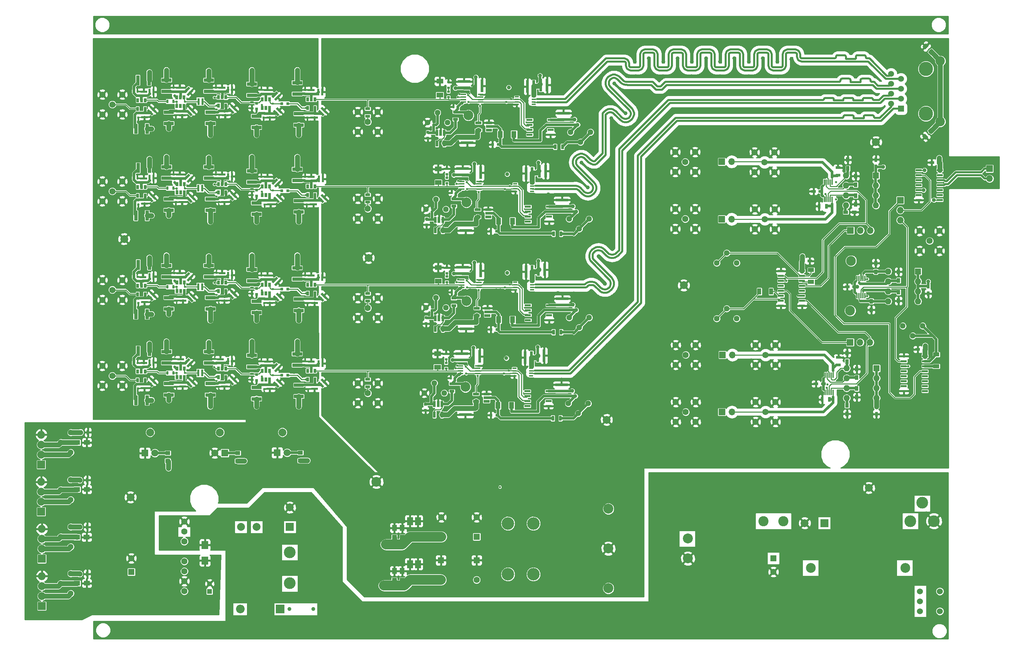
<source format=gbr>
G04 #@! TF.FileFunction,Copper,L1,Top,Plane*
%FSLAX46Y46*%
G04 Gerber Fmt 4.6, Leading zero omitted, Abs format (unit mm)*
G04 Created by KiCad (PCBNEW 4.0.7) date 10/30/17 15:02:36*
%MOMM*%
%LPD*%
G01*
G04 APERTURE LIST*
%ADD10C,0.100000*%
%ADD11C,1.000000*%
%ADD12C,0.533400*%
%ADD13C,2.000000*%
%ADD14C,1.600000*%
%ADD15R,1.600000X1.000000*%
%ADD16R,1.700000X1.700000*%
%ADD17O,1.700000X1.700000*%
%ADD18C,1.440000*%
%ADD19R,1.600000X1.600000*%
%ADD20O,1.600000X1.600000*%
%ADD21R,1.800000X0.600000*%
%ADD22O,1.998980X1.998980*%
%ADD23R,1.998980X1.998980*%
%ADD24R,2.500000X0.900000*%
%ADD25R,2.000000X2.000000*%
%ADD26R,1.600000X2.000000*%
%ADD27R,1.700000X2.000000*%
%ADD28R,1.250000X1.500000*%
%ADD29R,1.300000X1.300000*%
%ADD30C,1.300000*%
%ADD31R,2.200000X2.200000*%
%ADD32O,2.200000X2.200000*%
%ADD33C,2.500000*%
%ADD34C,3.000000*%
%ADD35C,2.600000*%
%ADD36C,3.200000*%
%ADD37C,2.540000*%
%ADD38R,0.500000X0.600000*%
%ADD39R,0.600000X1.800000*%
%ADD40R,0.800000X3.200000*%
%ADD41R,3.200000X0.800000*%
%ADD42R,1.500000X1.250000*%
%ADD43R,0.750000X1.200000*%
%ADD44R,1.200000X0.750000*%
%ADD45R,0.700000X0.600000*%
%ADD46R,0.900000X2.500000*%
%ADD47R,0.900000X1.200000*%
%ADD48R,0.650000X1.560000*%
%ADD49R,1.560000X0.650000*%
%ADD50R,1.100000X0.400000*%
%ADD51R,1.450000X0.450000*%
%ADD52R,1.550000X0.600000*%
%ADD53R,0.300000X1.400000*%
%ADD54C,1.524000*%
%ADD55R,1.200000X0.900000*%
%ADD56C,2.400000*%
%ADD57C,3.649980*%
%ADD58R,1.501140X1.501140*%
%ADD59C,1.501140*%
%ADD60R,0.500000X0.900000*%
%ADD61R,0.650000X1.060000*%
%ADD62R,0.750000X0.800000*%
%ADD63R,0.800000X0.750000*%
%ADD64R,1.700000X1.300000*%
%ADD65R,1.300000X1.700000*%
%ADD66R,0.900000X0.500000*%
%ADD67R,1.300000X0.700000*%
%ADD68R,0.700000X1.300000*%
%ADD69R,1.000000X1.600000*%
%ADD70R,1.500000X0.600000*%
%ADD71R,1.800000X1.800000*%
%ADD72C,1.800000*%
%ADD73R,1.250000X1.000000*%
%ADD74R,0.600000X0.500000*%
%ADD75C,0.254000*%
%ADD76C,1.270000*%
%ADD77C,2.540000*%
%ADD78C,0.635000*%
%ADD79C,0.152400*%
%ADD80C,0.533400*%
G04 APERTURE END LIST*
D10*
D11*
X221800000Y-169800000D03*
D12*
X129750000Y-43300000D03*
X129400000Y-44400000D03*
X130750000Y-43150000D03*
X129250000Y-65500000D03*
X129000000Y-66400000D03*
X130250000Y-65350000D03*
X129000000Y-91750000D03*
X130250000Y-90600000D03*
X129000000Y-112750000D03*
X129000000Y-113750000D03*
D11*
X211800000Y-95200000D03*
X211800000Y-86400000D03*
D12*
X130000000Y-112600000D03*
X126600000Y-109200000D03*
X129250000Y-90750000D03*
X126800000Y-87200000D03*
X126800000Y-62000000D03*
X127200000Y-39800000D03*
X119500000Y-43200000D03*
X115200000Y-43200000D03*
X125200000Y-43200000D03*
X125200000Y-41800000D03*
X115200000Y-41800000D03*
X119500000Y-41800000D03*
X110200000Y-43200000D03*
X105200000Y-43200000D03*
X105200000Y-41800000D03*
X110200000Y-41800000D03*
X99400000Y-41800000D03*
X99400000Y-43200000D03*
X119000000Y-65400000D03*
X115000000Y-65400000D03*
X125000000Y-65400000D03*
X125000000Y-64000000D03*
X115000000Y-64000000D03*
X119000000Y-64000000D03*
X110000000Y-65400000D03*
X105000000Y-65400000D03*
X105000000Y-64000000D03*
X110000000Y-64000000D03*
X99200000Y-64000000D03*
X99200000Y-65400000D03*
X119000000Y-90600000D03*
X119000000Y-89200000D03*
X115000000Y-90600000D03*
X115000000Y-89200000D03*
X125000000Y-90600000D03*
X125000000Y-89200000D03*
X99200000Y-90600000D03*
X110000000Y-90600000D03*
X110000000Y-89200000D03*
X105000000Y-90600000D03*
X105000000Y-89200000D03*
X99200000Y-89200000D03*
X119100000Y-112600000D03*
X114800000Y-112600000D03*
X124800000Y-112600000D03*
X109800000Y-112600000D03*
X104800000Y-112600000D03*
X99000000Y-112600000D03*
X99000000Y-111200000D03*
X104800000Y-111200000D03*
X109800000Y-111200000D03*
X114800000Y-111200000D03*
X119100000Y-111200000D03*
X124800000Y-111200000D03*
D11*
X158200000Y-31400000D03*
X143200000Y-31400000D03*
X128200000Y-31400000D03*
X113200000Y-31400000D03*
X98200000Y-31400000D03*
X108600000Y-36600000D03*
X108700000Y-58000000D03*
X108500000Y-106000000D03*
X123400000Y-161200000D03*
X121600000Y-159200000D03*
X119600000Y-159200000D03*
X117600000Y-161200000D03*
X115600000Y-161200000D03*
X113400000Y-163000000D03*
X123800000Y-150400000D03*
X121600000Y-148000000D03*
X119600000Y-148000000D03*
X117600000Y-150200000D03*
X115600000Y-150200000D03*
X249400000Y-135000000D03*
X234400000Y-135000000D03*
X219400000Y-135000000D03*
X204400000Y-135000000D03*
X189400000Y-135000000D03*
X174600000Y-165000000D03*
X163000000Y-165000000D03*
X129600000Y-163000000D03*
X174600000Y-150000000D03*
X162400000Y-150000000D03*
X113200000Y-152000000D03*
X174600000Y-135000000D03*
X159600000Y-135000000D03*
X144600000Y-135000000D03*
X127000000Y-135200000D03*
X114600000Y-135000000D03*
X116300000Y-117800000D03*
X116500000Y-96000000D03*
X116500000Y-106000000D03*
X116700000Y-80400000D03*
X116700000Y-70400000D03*
X116700000Y-48000000D03*
X116700000Y-58000000D03*
X50900000Y-23600000D03*
X60900000Y-23600000D03*
X70900000Y-23600000D03*
X80900000Y-23600000D03*
X220900000Y-23600000D03*
X230900000Y-23600000D03*
X200900000Y-23600000D03*
X210900000Y-23600000D03*
X190900000Y-23600000D03*
X170900000Y-23600000D03*
X180900000Y-23600000D03*
X160900000Y-23600000D03*
X150900000Y-23600000D03*
X140900000Y-23600000D03*
X130900000Y-23600000D03*
X120900000Y-23600000D03*
X110900000Y-23600000D03*
X100900000Y-23600000D03*
X90900000Y-23600000D03*
X240900000Y-23600000D03*
D13*
X48200000Y-144200000D03*
D11*
X247400000Y-117000000D03*
X243400000Y-117000000D03*
X247600000Y-108000000D03*
X249200000Y-108400000D03*
X249200000Y-104600000D03*
X247200000Y-106400000D03*
X223600000Y-83800000D03*
X221800000Y-81800000D03*
X249400000Y-69800000D03*
X247200000Y-68200000D03*
X252800000Y-56600000D03*
X250600000Y-58600000D03*
X253800000Y-92200000D03*
X252000000Y-94400000D03*
X244400000Y-95800000D03*
X245600000Y-94000000D03*
X245800000Y-86599999D03*
X244400000Y-84800000D03*
X240600000Y-84399999D03*
X236600000Y-84399999D03*
X238600000Y-82600000D03*
D12*
X231200000Y-89000000D03*
X231200000Y-91800000D03*
X229600000Y-90400000D03*
D11*
X249600000Y-30599999D03*
X252800000Y-27400000D03*
X249600000Y-27400000D03*
X252800000Y-53600000D03*
X249600000Y-50400000D03*
X249600000Y-53600000D03*
X155400000Y-142800000D03*
X155400000Y-140300000D03*
X83600000Y-31300000D03*
X93600000Y-31300000D03*
X43600000Y-31300000D03*
X53600000Y-31300000D03*
X73600000Y-31300000D03*
X63600000Y-31300000D03*
X83600000Y-54300000D03*
X93600000Y-54300000D03*
X43600000Y-54300000D03*
X53600000Y-54300000D03*
X73600000Y-54300000D03*
X63600000Y-54300000D03*
X83600000Y-123800000D03*
X93600000Y-123800000D03*
X43600000Y-123800000D03*
X53600000Y-123800000D03*
X73600000Y-123800000D03*
X63600000Y-123800000D03*
X83600000Y-101800000D03*
X93600000Y-101800000D03*
X43600000Y-101800000D03*
X53600000Y-101800000D03*
X73600000Y-101800000D03*
X63600000Y-101800000D03*
X93600000Y-80300000D03*
X83600000Y-80300000D03*
X73600000Y-80300000D03*
X63600000Y-80300000D03*
X53600000Y-80300000D03*
X43600000Y-80300000D03*
X169600000Y-79300000D03*
X93600000Y-75800000D03*
X83600000Y-75800000D03*
X73600000Y-75800000D03*
X63600000Y-75800000D03*
X53600000Y-75800000D03*
X43600000Y-75800000D03*
X98600000Y-113600000D03*
X99200000Y-91800000D03*
X98800000Y-44200000D03*
X98900000Y-66300000D03*
D14*
X210200000Y-73100000D03*
X212740000Y-70560000D03*
X212740000Y-75640000D03*
X207660000Y-75640000D03*
X207660000Y-70560000D03*
D11*
X248500000Y-82580000D03*
X250976000Y-82580000D03*
X248500000Y-80000000D03*
X253376000Y-82580000D03*
X256076000Y-79880000D03*
X256076000Y-82580000D03*
X256076000Y-77480000D03*
X256100000Y-74800000D03*
X253700000Y-74100000D03*
X250500000Y-74100000D03*
X248500000Y-74800000D03*
X248500000Y-77400000D03*
X206700000Y-126380000D03*
X209176000Y-126380000D03*
X206700000Y-123800000D03*
X211576000Y-126380000D03*
X214276000Y-126380000D03*
X214300000Y-118600000D03*
X211900000Y-118600000D03*
X209100000Y-118600000D03*
X206700000Y-118600000D03*
X206200000Y-120900000D03*
X186200000Y-126380000D03*
X188676000Y-126380000D03*
X186200000Y-123800000D03*
X191076000Y-126380000D03*
X193776000Y-123680000D03*
X193776000Y-126380000D03*
X193776000Y-121280000D03*
X193800000Y-118600000D03*
X191400000Y-118600000D03*
X188600000Y-118600000D03*
X186200000Y-118600000D03*
X186200000Y-121200000D03*
X206700000Y-111780000D03*
X209176000Y-111780000D03*
X206700000Y-109200000D03*
X211576000Y-111780000D03*
X214276000Y-111780000D03*
X214300000Y-104000000D03*
X211900000Y-104000000D03*
X209100000Y-104000000D03*
X206700000Y-104000000D03*
X206200000Y-106300000D03*
X186200000Y-111780000D03*
X188676000Y-111780000D03*
X186200000Y-109200000D03*
X191076000Y-111780000D03*
X193776000Y-109080000D03*
X193776000Y-111780000D03*
X193776000Y-106680000D03*
X193800000Y-104000000D03*
X191400000Y-104000000D03*
X188600000Y-104000000D03*
X186200000Y-104000000D03*
X186200000Y-106600000D03*
X186100000Y-76980000D03*
X188576000Y-76980000D03*
X186100000Y-74400000D03*
X190976000Y-76980000D03*
X193676000Y-74280000D03*
X193676000Y-76980000D03*
X193676000Y-71880000D03*
X193700000Y-69200000D03*
X191300000Y-69200000D03*
X188500000Y-69200000D03*
X186100000Y-69200000D03*
X186100000Y-71800000D03*
X206500000Y-77080000D03*
X208976000Y-77080000D03*
X206500000Y-74500000D03*
X211376000Y-77080000D03*
X214076000Y-77080000D03*
X214100000Y-69300000D03*
X211700000Y-69300000D03*
X208900000Y-69300000D03*
X206500000Y-69300000D03*
X206000000Y-71600000D03*
X206400000Y-62480000D03*
X208876000Y-62480000D03*
X206400000Y-59900000D03*
X211276000Y-62480000D03*
X213976000Y-62480000D03*
X214000000Y-54700000D03*
X211600000Y-54700000D03*
X208800000Y-54700000D03*
X206400000Y-54700000D03*
X205700000Y-56900000D03*
X186200000Y-62380000D03*
X188676000Y-62380000D03*
X186200000Y-59800000D03*
X191076000Y-62380000D03*
X193776000Y-59680000D03*
X193776000Y-62380000D03*
X193776000Y-57280000D03*
X193800000Y-54600000D03*
X191400000Y-54600000D03*
X188600000Y-54600000D03*
X186200000Y-54600000D03*
X186200000Y-57200000D03*
D12*
X233100000Y-72700000D03*
X224100000Y-71500000D03*
X222500000Y-69800000D03*
X224100000Y-68200000D03*
X222700000Y-67400000D03*
X220900000Y-66000000D03*
X222700000Y-64500000D03*
X230300000Y-59900000D03*
X228900000Y-58500000D03*
X233000000Y-57900000D03*
X231400000Y-56300000D03*
X229900000Y-57800000D03*
D11*
X225000000Y-61000000D03*
X229000000Y-71300000D03*
X223000000Y-74700000D03*
X223000000Y-71500000D03*
X226600000Y-74500000D03*
X215400000Y-74700000D03*
X215400000Y-71500000D03*
X219200000Y-74700000D03*
X219200000Y-71500000D03*
X223000000Y-60200000D03*
X223000000Y-56900000D03*
X227000000Y-57900000D03*
X215400000Y-56900000D03*
X219200000Y-60200000D03*
X215400000Y-60200000D03*
X219200000Y-56900000D03*
D12*
X230200000Y-108600000D03*
X224800000Y-120800000D03*
X221600000Y-115200000D03*
X223200000Y-113800000D03*
X223200000Y-116600000D03*
X224800000Y-117600000D03*
X223200000Y-119200000D03*
X229800000Y-107200000D03*
X229000000Y-107000000D03*
X232600000Y-107200000D03*
X232600000Y-123000000D03*
X231000000Y-124600000D03*
X229800000Y-123000000D03*
D11*
X229200000Y-120600000D03*
X226600000Y-123600000D03*
X219400000Y-124000000D03*
X215600000Y-124000000D03*
X219400000Y-120800000D03*
X215600000Y-120800000D03*
X223200000Y-124000000D03*
X223200000Y-120800000D03*
X225400000Y-110200000D03*
X223200000Y-109400000D03*
X219400000Y-109400000D03*
X215600000Y-109400000D03*
X227200000Y-107200000D03*
X223200000Y-106200000D03*
X219400000Y-106200000D03*
X215600000Y-106200000D03*
X201800000Y-120000000D03*
X199200000Y-120000000D03*
X202000000Y-105400000D03*
X199400000Y-105800000D03*
X201800000Y-70700000D03*
X199200000Y-71300000D03*
X201800000Y-56000000D03*
X199200000Y-56400000D03*
X162600000Y-117200000D03*
X162800000Y-95200000D03*
X163200000Y-47800000D03*
X163000000Y-69900000D03*
X235400000Y-85600000D03*
X233600000Y-86800000D03*
X235600000Y-103200000D03*
X235800000Y-77400000D03*
X246200000Y-71800000D03*
X235400000Y-96400000D03*
X239400000Y-96400000D03*
X237400000Y-98200000D03*
X237400000Y-92600000D03*
X237600000Y-88400000D03*
D14*
X252260000Y-78660000D03*
X254800000Y-81200000D03*
X254800000Y-76120000D03*
X249720000Y-76120000D03*
X249720000Y-81200000D03*
D15*
X254000000Y-107700000D03*
X254000000Y-110700000D03*
D16*
X244800000Y-68260000D03*
D17*
X244800000Y-70800000D03*
X244800000Y-73340000D03*
D11*
X154900000Y-66800000D03*
X157600000Y-62900000D03*
X242900000Y-33600000D03*
X245500000Y-34900000D03*
X246800000Y-38400000D03*
X246900000Y-40900000D03*
X246900000Y-43300000D03*
X245700000Y-47000000D03*
X242600000Y-47700000D03*
X166000000Y-39000000D03*
X163300000Y-41800000D03*
X160500000Y-44500000D03*
X156600000Y-44800000D03*
X152300000Y-44800000D03*
X155900000Y-40900000D03*
X158700000Y-40600000D03*
X172700000Y-30200000D03*
X161758222Y-37400357D03*
X168829289Y-30329289D03*
X165293755Y-33864823D03*
X178800000Y-40400000D03*
X175100000Y-40800000D03*
X177300000Y-36500000D03*
X168000000Y-39200000D03*
X172400000Y-34600000D03*
X169300000Y-43600000D03*
X178000000Y-44300000D03*
X173300000Y-49700000D03*
X171000000Y-47300000D03*
X171200000Y-50700000D03*
X167200000Y-47800000D03*
X167200000Y-52100000D03*
X168900000Y-59800000D03*
X166700000Y-55900000D03*
X162000000Y-62600000D03*
X161700000Y-67000000D03*
X166300000Y-61100000D03*
X164300000Y-68700000D03*
X168700000Y-64300000D03*
X159700000Y-59300000D03*
X164100000Y-54900000D03*
X167600000Y-67700000D03*
X160800000Y-55800000D03*
X169000000Y-35800000D03*
X151900000Y-92200000D03*
X157400000Y-92000000D03*
X161400000Y-92100000D03*
X155500000Y-88200000D03*
X159500000Y-88300000D03*
X163600000Y-88200000D03*
X173300000Y-84100000D03*
X167300000Y-87600000D03*
X169700000Y-84300000D03*
X165900000Y-91500000D03*
X171400000Y-86100000D03*
X168700000Y-93400000D03*
X173300000Y-89400000D03*
X165500000Y-85800000D03*
X163800000Y-82900000D03*
X168500000Y-78700000D03*
X171900000Y-92400000D03*
X164900000Y-79800000D03*
X171400000Y-75100000D03*
X171400000Y-80600000D03*
X171400000Y-69800000D03*
X171400000Y-64500000D03*
X171400000Y-59500000D03*
X165900000Y-103800000D03*
X169500000Y-100100000D03*
X173200000Y-96300000D03*
X162088373Y-107518734D03*
X159500000Y-110300000D03*
X155800000Y-110300000D03*
X151800000Y-114200000D03*
X155000000Y-114200000D03*
X158300000Y-114100000D03*
X168800000Y-106800000D03*
X164988373Y-110518734D03*
X161452839Y-114054268D03*
X176100000Y-99300000D03*
X172400000Y-103100000D03*
X175700000Y-93200000D03*
X175700000Y-87900000D03*
X175700000Y-82500000D03*
X175700000Y-66400000D03*
X175700000Y-61400000D03*
X175700000Y-71700000D03*
X175700000Y-77000000D03*
X180200000Y-95100000D03*
X180200000Y-83500000D03*
X180200000Y-88700000D03*
X180200000Y-78200000D03*
X180200000Y-67700000D03*
X180200000Y-73000000D03*
X180200000Y-62700000D03*
X181700000Y-44200000D03*
X178164466Y-47735534D03*
X174628932Y-51271068D03*
X183600000Y-48400000D03*
X179800000Y-52300000D03*
X171400000Y-54600000D03*
X175900000Y-56300000D03*
X180200364Y-57803500D03*
X184700000Y-53300000D03*
X240400000Y-33100000D03*
X237600000Y-30400000D03*
X232200000Y-30400000D03*
X221500000Y-30400000D03*
X226500000Y-30400000D03*
X217000000Y-28100000D03*
X209700000Y-28200000D03*
X202600000Y-28200000D03*
X188000000Y-28200000D03*
X180700000Y-28200000D03*
X195300000Y-28200000D03*
X206100000Y-29400000D03*
X213400000Y-29600000D03*
X213400000Y-32800000D03*
X206100000Y-32800000D03*
X198800000Y-29400000D03*
X198800000Y-32800000D03*
X191600000Y-29400000D03*
X191600000Y-32800000D03*
X184300000Y-29400000D03*
X184300000Y-32800000D03*
X177000000Y-29400000D03*
X177000000Y-32800000D03*
X180600000Y-35400000D03*
X180600000Y-32000000D03*
X187900000Y-35400000D03*
X187900000Y-32000000D03*
X195200000Y-35400000D03*
X195200000Y-32000000D03*
X202400000Y-35400000D03*
X202400000Y-32000000D03*
X209700000Y-35400000D03*
X216600000Y-35400000D03*
X217000000Y-32200000D03*
X228600000Y-34400000D03*
X233600000Y-34400000D03*
X219800000Y-34400000D03*
X224800000Y-34400000D03*
X230800000Y-35600000D03*
X235800000Y-35600000D03*
X191500000Y-36500000D03*
X206100000Y-36500000D03*
X198800000Y-36500000D03*
X209700000Y-32000000D03*
X213600000Y-36600000D03*
X225200000Y-36400000D03*
X220200000Y-36400000D03*
X184200000Y-36500000D03*
X235200000Y-40400000D03*
X230200000Y-40400000D03*
X225200000Y-40400000D03*
X220200000Y-40600000D03*
X215200000Y-40600000D03*
X210200000Y-40600000D03*
X205200000Y-40600000D03*
X184800000Y-41200000D03*
X190200000Y-40600000D03*
X200200000Y-40600000D03*
X195200000Y-40600000D03*
X236800000Y-45000000D03*
X231800000Y-45000000D03*
X226800000Y-45300000D03*
X221800000Y-45300000D03*
X216800000Y-45300000D03*
X211800000Y-45300000D03*
X206800000Y-45300000D03*
X186700000Y-45400000D03*
X191800000Y-45300000D03*
X201800000Y-45300000D03*
X196800000Y-45300000D03*
X238600000Y-49600000D03*
X233600000Y-49600000D03*
X228600000Y-49600000D03*
X223600000Y-49600000D03*
X218600000Y-49600000D03*
X213600000Y-49600000D03*
X208600000Y-49600000D03*
X203600000Y-49600000D03*
X198600000Y-49600000D03*
X193600000Y-49600000D03*
X188600000Y-49600000D03*
X171800000Y-38400000D03*
X174600000Y-46000000D03*
X169400000Y-89600000D03*
X167800000Y-82600000D03*
X165000000Y-65000000D03*
X163400000Y-58600000D03*
D12*
X239800000Y-57800000D03*
X238600000Y-56400000D03*
X237200000Y-57800000D03*
X232200000Y-62000000D03*
X233400000Y-60600000D03*
X235000000Y-62000000D03*
X235000000Y-69200000D03*
X234700000Y-71300000D03*
X232200000Y-69200000D03*
X237400000Y-123000000D03*
X238600000Y-124600000D03*
X240000000Y-123000000D03*
X232400000Y-111400000D03*
X233600000Y-109600000D03*
X235200000Y-111400000D03*
X235200000Y-118600000D03*
X233600000Y-120200000D03*
X232400000Y-118600000D03*
D11*
X229600000Y-113000000D03*
X229600000Y-117400000D03*
X140876000Y-41330000D03*
X140876000Y-44080000D03*
X161626000Y-46080000D03*
X155876000Y-46080000D03*
X156126000Y-38580000D03*
X154376000Y-35830000D03*
X149376000Y-36330000D03*
X147876000Y-39080000D03*
X149376000Y-41830000D03*
X157626000Y-51580000D03*
X155626000Y-52830000D03*
X140626000Y-55530000D03*
X138876000Y-54030000D03*
X140626000Y-52530000D03*
X137076000Y-53630000D03*
X134326000Y-55130000D03*
X131576000Y-54380000D03*
X127376000Y-49330000D03*
X124126000Y-54830000D03*
X122376000Y-52830000D03*
X125230000Y-46924000D03*
X122480001Y-46924000D03*
X122480000Y-49674000D03*
X137876000Y-46830000D03*
X141876000Y-48080000D03*
X140876000Y-46580000D03*
X145626000Y-37580000D03*
X144126000Y-36080000D03*
X142876000Y-37580000D03*
X130876000Y-38080000D03*
X132000000Y-36400000D03*
X134000000Y-36330000D03*
X140900000Y-38080000D03*
D12*
X134500000Y-40500000D03*
X134500000Y-44000000D03*
X131126000Y-41830000D03*
X131400000Y-41080000D03*
X136626000Y-45830000D03*
X138126000Y-45830000D03*
D11*
X137876000Y-36330000D03*
D12*
X148100000Y-41800000D03*
X143000000Y-43700000D03*
X142000000Y-41800000D03*
X142000000Y-43700000D03*
X143000000Y-41800000D03*
X149400000Y-46700000D03*
X147200000Y-46700000D03*
X147200000Y-49200000D03*
X148700000Y-50700000D03*
X151500000Y-48400000D03*
X151500000Y-49500000D03*
X151500000Y-50800000D03*
X149400000Y-43100000D03*
X149400000Y-44900000D03*
D11*
X145500000Y-46700000D03*
X142626000Y-45800000D03*
X144200000Y-47200000D03*
X146876000Y-45000000D03*
X140476000Y-63530000D03*
X140476000Y-66280000D03*
X161226000Y-68280000D03*
X155476000Y-68280000D03*
X155726000Y-60780000D03*
X153976000Y-58030000D03*
X148976000Y-58530000D03*
X147476000Y-61280000D03*
X148976000Y-64030000D03*
X157226000Y-73780000D03*
X155226000Y-75030000D03*
X140200000Y-77800000D03*
X138600000Y-76200000D03*
X140200000Y-74600000D03*
X136676000Y-75830000D03*
X133926000Y-77330000D03*
X131176000Y-76580000D03*
X126976000Y-71530000D03*
X123726000Y-77030000D03*
X121976000Y-75030000D03*
X124830000Y-69124000D03*
X122080001Y-69124000D03*
X122080000Y-71874000D03*
X137476000Y-69030000D03*
X141476000Y-70280000D03*
X140476000Y-68780000D03*
X145226000Y-59780000D03*
X143726000Y-58280000D03*
X142600000Y-59800000D03*
X130476000Y-60280000D03*
X131600000Y-58600000D03*
X133600000Y-58530000D03*
X140800000Y-60200000D03*
D12*
X134100000Y-62700000D03*
X134100000Y-66200000D03*
X130726000Y-64030000D03*
X131000000Y-63280000D03*
X136226000Y-68030000D03*
X137726000Y-68030000D03*
D11*
X137476000Y-58530000D03*
D12*
X147700000Y-64000000D03*
X142600000Y-65900000D03*
X141600000Y-64000000D03*
X141600000Y-65900000D03*
X142600000Y-64000000D03*
X149000000Y-68900000D03*
X146800000Y-68900000D03*
X146800000Y-71400000D03*
X148300000Y-72900000D03*
X151100000Y-70600000D03*
X151100000Y-71700000D03*
X151100000Y-73000000D03*
X149000000Y-65300000D03*
X149000000Y-67100000D03*
D11*
X145100000Y-68900000D03*
X142226000Y-68000000D03*
X143800000Y-69400000D03*
X146476000Y-67200000D03*
D14*
X108800000Y-48200000D03*
X111340000Y-45660000D03*
X111340000Y-50740000D03*
X106260000Y-50740000D03*
X106260000Y-45660000D03*
X108800000Y-70400000D03*
X111340000Y-67860000D03*
X111340000Y-72940000D03*
X106260000Y-72940000D03*
X106260000Y-67860000D03*
D11*
X105000000Y-69200000D03*
X105000000Y-66600000D03*
X107400000Y-66600000D03*
X110200000Y-66600000D03*
X112600000Y-66600000D03*
X112576000Y-69280000D03*
X112576000Y-74380000D03*
X112576000Y-71680000D03*
X109876000Y-74380000D03*
X105000000Y-71800000D03*
X107476000Y-74380000D03*
X105000000Y-74380000D03*
X105000000Y-51980000D03*
X107476000Y-51980000D03*
X105000000Y-49400000D03*
X109876000Y-51980000D03*
X112576000Y-49280000D03*
X112576000Y-51980000D03*
X112576000Y-46880000D03*
X112600000Y-44200000D03*
X110200000Y-44200000D03*
X107400000Y-44200000D03*
X105000000Y-44200000D03*
X105000000Y-46800000D03*
D12*
X88000000Y-42600000D03*
X86800000Y-42600000D03*
X87200000Y-44600000D03*
X88400000Y-44600000D03*
D11*
X95200000Y-48600000D03*
X93600000Y-48600000D03*
X91800000Y-47400000D03*
X91200000Y-39800000D03*
X92800000Y-38400000D03*
X94400000Y-38400000D03*
X97400000Y-38200000D03*
X98800000Y-40600000D03*
X99000000Y-46800000D03*
D12*
X90000000Y-43000000D03*
X91200000Y-43000000D03*
X92200000Y-44000000D03*
X89400000Y-44400000D03*
X90400000Y-44400000D03*
X91200000Y-45000000D03*
X89000000Y-42600000D03*
D11*
X44800000Y-39800000D03*
X47600000Y-39800000D03*
X47600000Y-42400000D03*
X47600000Y-47800000D03*
X42600000Y-48600000D03*
X44800000Y-48600000D03*
D12*
X44876000Y-43080000D03*
X45876000Y-43080000D03*
X44876000Y-44480000D03*
X45876000Y-44480000D03*
X46876000Y-43080000D03*
X46676000Y-44480000D03*
X47276000Y-45080000D03*
X47976000Y-43780000D03*
X48776000Y-44180000D03*
X48176000Y-45580000D03*
X49000000Y-45580000D03*
X49976000Y-43780000D03*
X50876000Y-44780000D03*
X51976000Y-43780000D03*
X52876000Y-43380000D03*
X53876000Y-43380000D03*
X54776000Y-43480000D03*
X55776000Y-43780000D03*
X56776000Y-43780000D03*
X56776000Y-42280000D03*
X55776000Y-42280000D03*
X53276000Y-41980000D03*
X54176000Y-41980000D03*
X55076000Y-41980000D03*
X57776000Y-44080000D03*
X58776000Y-44080000D03*
X57776000Y-42080000D03*
X58576000Y-42080000D03*
X62776000Y-43680000D03*
X62776000Y-42380000D03*
X63776000Y-42380000D03*
X63776000Y-43680000D03*
X64776000Y-42380000D03*
X64776000Y-43680000D03*
X65576000Y-44480000D03*
X65576000Y-41580000D03*
X66576000Y-41580000D03*
X66576000Y-44480000D03*
X67376000Y-42280000D03*
X67376000Y-44380000D03*
X68176000Y-43080000D03*
X68176000Y-44780000D03*
X69176000Y-44780000D03*
X69176000Y-43480000D03*
X71676000Y-43680000D03*
X71676000Y-44580000D03*
X72576000Y-42980000D03*
X73576000Y-42580000D03*
X74876000Y-42580000D03*
X75476000Y-43280000D03*
X76176000Y-43880000D03*
X77176000Y-43880000D03*
X78176000Y-43880000D03*
X79276000Y-43980000D03*
X80276000Y-42580000D03*
X79276000Y-42580000D03*
X78176000Y-42680000D03*
X77176000Y-42680000D03*
X76476000Y-42380000D03*
X75676000Y-41580000D03*
X74876000Y-41280000D03*
X73576000Y-41280000D03*
D11*
X55376000Y-46480000D03*
X55476000Y-40480000D03*
D12*
X54176000Y-38780000D03*
X54776000Y-44180000D03*
X51676000Y-48080000D03*
X53276000Y-46880000D03*
X50200000Y-48080000D03*
X50876000Y-48080000D03*
X52576000Y-48080000D03*
X53376000Y-47680000D03*
X52200000Y-39380000D03*
X51576000Y-39380000D03*
X50800000Y-39380000D03*
X49976000Y-39600000D03*
X59476000Y-38280000D03*
D11*
X60576000Y-37980000D03*
X61876000Y-37980000D03*
X64976000Y-39380000D03*
X64276000Y-41680000D03*
X65376000Y-40680000D03*
X60076000Y-48180000D03*
X61576000Y-48180000D03*
X63376000Y-47680000D03*
X65376000Y-46580000D03*
X72176000Y-48180000D03*
X70776000Y-48180000D03*
X69076000Y-46880000D03*
X70576000Y-37880000D03*
X71876000Y-37880000D03*
D12*
X68876000Y-39380000D03*
D11*
X74176000Y-37880000D03*
X76176000Y-39980000D03*
X75976000Y-46080000D03*
X74276000Y-47380000D03*
X82176000Y-38380000D03*
X83576000Y-38380000D03*
X87376000Y-40280000D03*
X87576000Y-46580000D03*
X83876000Y-48780000D03*
X86076000Y-47780000D03*
X82276000Y-48780000D03*
X42600000Y-39800000D03*
X39600000Y-42600000D03*
X39600000Y-39800000D03*
X39600000Y-47800000D03*
X39600000Y-45000000D03*
X39600000Y-67200000D03*
X39600000Y-70000000D03*
X39600000Y-62000000D03*
X39600000Y-64800000D03*
X42600000Y-62000000D03*
X82276000Y-70980000D03*
X86076000Y-69980000D03*
X83876000Y-70980000D03*
X87576000Y-68780000D03*
X87376000Y-62480000D03*
X83576000Y-60580000D03*
X82176000Y-60580000D03*
X74276000Y-69580000D03*
X75976000Y-68280000D03*
X76176000Y-62180000D03*
X74176000Y-60080000D03*
D12*
X68876000Y-61580000D03*
D11*
X71876000Y-60080000D03*
X70576000Y-60080000D03*
X69076000Y-69080000D03*
X70776000Y-70380000D03*
X72176000Y-70380000D03*
X65376000Y-68780000D03*
X63376000Y-69880000D03*
X61576000Y-70380000D03*
X60076000Y-70380000D03*
X65376000Y-62880000D03*
X64276000Y-63880000D03*
X64976000Y-61580000D03*
X61876000Y-60180000D03*
X60576000Y-60180000D03*
D12*
X59476000Y-60480000D03*
X49976000Y-61700000D03*
X50900000Y-61600000D03*
X51576000Y-61580000D03*
X52200000Y-61580000D03*
X53376000Y-69880000D03*
X52576000Y-70280000D03*
X50876000Y-70280000D03*
X50200000Y-70300000D03*
X53276000Y-69080000D03*
X51676000Y-70280000D03*
X54776000Y-66380000D03*
X54176000Y-60980000D03*
D11*
X55476000Y-62680000D03*
X55376000Y-68680000D03*
D12*
X73576000Y-63480000D03*
X74876000Y-63480000D03*
X75676000Y-63780000D03*
X76476000Y-64580000D03*
X77176000Y-64880000D03*
X78176000Y-64880000D03*
X79276000Y-64780000D03*
X80276000Y-64780000D03*
X79276000Y-66180000D03*
X78176000Y-66080000D03*
X77176000Y-66080000D03*
X76176000Y-66080000D03*
X75476000Y-65480000D03*
X74876000Y-64780000D03*
X73576000Y-64780000D03*
X72576000Y-65180000D03*
X71676000Y-66780000D03*
X71676000Y-65880000D03*
X69176000Y-65680000D03*
X69176000Y-66980000D03*
X68176000Y-66980000D03*
X68176000Y-65280000D03*
X67376000Y-66580000D03*
X67376000Y-64480000D03*
X66576000Y-66680000D03*
X66576000Y-63780000D03*
X65576000Y-63780000D03*
X65576000Y-66680000D03*
X64700000Y-65880000D03*
X64700000Y-64580000D03*
X63776000Y-65880000D03*
X63776000Y-64580000D03*
X62776000Y-64580000D03*
X62776000Y-65880000D03*
X58576000Y-64280000D03*
X57776000Y-64280000D03*
X58776000Y-66280000D03*
X57776000Y-66280000D03*
X55076000Y-64180000D03*
X54176000Y-64180000D03*
X53276000Y-64180000D03*
X55776000Y-64480000D03*
X56776000Y-64480000D03*
X56776000Y-65980000D03*
X55776000Y-65980000D03*
X54776000Y-65680000D03*
X53876000Y-65580000D03*
X52876000Y-65580000D03*
X51976000Y-65980000D03*
X50876000Y-66980000D03*
X49976000Y-65980000D03*
X49000000Y-67780000D03*
X48176000Y-67780000D03*
X48776000Y-66380000D03*
X47976000Y-65980000D03*
X47276000Y-67280000D03*
X46676000Y-66680000D03*
X46876000Y-65280000D03*
X45876000Y-66680000D03*
X44876000Y-66680000D03*
X45876000Y-65280000D03*
X44876000Y-65280000D03*
D11*
X44800000Y-70800000D03*
X42600000Y-70800000D03*
X47600000Y-70000000D03*
X47600000Y-64600000D03*
X47600000Y-62000000D03*
X44800000Y-62000000D03*
D12*
X89000000Y-64800000D03*
X91200000Y-67200000D03*
X90400000Y-66600000D03*
X89400000Y-66600000D03*
X92200000Y-66200000D03*
X91200000Y-65200000D03*
X90000000Y-65200000D03*
D11*
X99000000Y-69000000D03*
X98800000Y-62800000D03*
X97600000Y-60600000D03*
X94400000Y-60600000D03*
X92800000Y-60600000D03*
X91200000Y-62000000D03*
X91800000Y-69600000D03*
X93600000Y-70800000D03*
X95200000Y-70800000D03*
D12*
X88400000Y-66800000D03*
X87200000Y-66800000D03*
X86800000Y-64800000D03*
X88000000Y-64800000D03*
D18*
X32940000Y-127660000D03*
X30400000Y-130200000D03*
X32940000Y-132740000D03*
D19*
X238712364Y-111223332D03*
D20*
X231092364Y-118843332D03*
X238712364Y-113763332D03*
X231092364Y-116303332D03*
X238712364Y-116303332D03*
X231092364Y-113763332D03*
X238712364Y-118843332D03*
X231092364Y-111223332D03*
D11*
X146476000Y-92400000D03*
X143800000Y-94600000D03*
X142226000Y-93200000D03*
X145100000Y-94100000D03*
D12*
X149000000Y-92300000D03*
X149000000Y-90500000D03*
X151100000Y-98200000D03*
X151100000Y-96900000D03*
X151100000Y-95800000D03*
X148300000Y-98100000D03*
X146800000Y-96600000D03*
X146800000Y-94100000D03*
X149000000Y-94100000D03*
X142600000Y-89200000D03*
X141600000Y-91100000D03*
X141600000Y-89200000D03*
X142600000Y-91100000D03*
X147700000Y-89200000D03*
X146600000Y-116100000D03*
X146600000Y-118600000D03*
X148100000Y-120100000D03*
X150900000Y-120200000D03*
X150900000Y-118900000D03*
X150900000Y-117800000D03*
X148800000Y-116100000D03*
X148800000Y-114300000D03*
X148800000Y-112500000D03*
X147500000Y-111200000D03*
X142400000Y-113100000D03*
X141400000Y-113100000D03*
X142400000Y-111200000D03*
X141400000Y-111200000D03*
D18*
X128740000Y-95740000D03*
X126200000Y-93200000D03*
X123660000Y-95740000D03*
D11*
X137476000Y-83730000D03*
D12*
X137726000Y-93230000D03*
X136226000Y-93230000D03*
X131000000Y-88480000D03*
X130726000Y-89230000D03*
X134900000Y-91100000D03*
X133976000Y-87980000D03*
D11*
X140500000Y-85400000D03*
X133600000Y-83730000D03*
X131600000Y-83800000D03*
X130476000Y-85480000D03*
X142476000Y-84980000D03*
X143726000Y-83480000D03*
X145226000Y-84980000D03*
X140476000Y-93980000D03*
X141476000Y-95480000D03*
X137476000Y-94230000D03*
X122080000Y-97074000D03*
X122080001Y-94324000D03*
X124830000Y-94324000D03*
X121976000Y-100230000D03*
X123726000Y-102230000D03*
X126976000Y-96730000D03*
X131176000Y-101780000D03*
X133926000Y-102530000D03*
X136676000Y-101030000D03*
X140226000Y-99730000D03*
X138476000Y-101230000D03*
X140226000Y-102730000D03*
X155226000Y-100230000D03*
X157226000Y-98980000D03*
X148976000Y-89230000D03*
X147476000Y-86480000D03*
X148976000Y-83730000D03*
X153976000Y-83230000D03*
X155726000Y-85980000D03*
X155476000Y-93480000D03*
X161226000Y-93480000D03*
X140476000Y-91480000D03*
X140476000Y-88730000D03*
X105000000Y-94400000D03*
X105000000Y-91800000D03*
X107400000Y-91800000D03*
X110200000Y-91800000D03*
X112600000Y-91800000D03*
X112576000Y-94480000D03*
X112576000Y-99580000D03*
X112576000Y-96880000D03*
X109876000Y-99580000D03*
X105000000Y-97000000D03*
X107476000Y-99580000D03*
X105000000Y-99580000D03*
D12*
X88000000Y-90000000D03*
X86800000Y-90000000D03*
X87200000Y-92000000D03*
X88400000Y-92000000D03*
D11*
X95200000Y-96000000D03*
X93600000Y-96000000D03*
X91800000Y-94800000D03*
X91200000Y-87200000D03*
X92800000Y-85800000D03*
X94400000Y-85800000D03*
X97400000Y-85800000D03*
X98800000Y-88000000D03*
X99000000Y-94200000D03*
D12*
X90000000Y-90400000D03*
X91200000Y-90400000D03*
X92200000Y-91400000D03*
X89400000Y-91800000D03*
X90400000Y-91800000D03*
X91200000Y-92400000D03*
X89000000Y-90000000D03*
X89000000Y-112000000D03*
X91200000Y-114400000D03*
X90400000Y-113800000D03*
X89400000Y-113800000D03*
X88400000Y-114000000D03*
X87200000Y-114000000D03*
X92200000Y-113400000D03*
X91200000Y-112400000D03*
X90000000Y-112400000D03*
X88000000Y-112000000D03*
X86800000Y-112000000D03*
D11*
X99000000Y-116200000D03*
X98800000Y-110000000D03*
X97400000Y-107800000D03*
X94400000Y-107800000D03*
X92800000Y-107800000D03*
X91200000Y-109200000D03*
X91800000Y-116800000D03*
X93600000Y-118000000D03*
X95200000Y-118000000D03*
X44800000Y-87200000D03*
X47600000Y-87200000D03*
X47600000Y-89800000D03*
X47600000Y-95200000D03*
X42600000Y-96000000D03*
X44800000Y-96000000D03*
D12*
X44876000Y-90480000D03*
X45876000Y-90480000D03*
X44876000Y-91880000D03*
X45876000Y-91880000D03*
X46876000Y-90480000D03*
X46676000Y-91880000D03*
X47276000Y-92480000D03*
X47976000Y-91180000D03*
X48776000Y-91580000D03*
X48176000Y-92980000D03*
X49000000Y-92900000D03*
X49976000Y-91180000D03*
X50876000Y-92180000D03*
X51976000Y-91180000D03*
X52876000Y-90780000D03*
X53876000Y-90780000D03*
X54776000Y-90880000D03*
X55776000Y-91180000D03*
X56776000Y-91180000D03*
X56776000Y-89680000D03*
X55776000Y-89680000D03*
X53276000Y-89380000D03*
X54176000Y-89380000D03*
X55076000Y-89380000D03*
X57776000Y-91480000D03*
X58776000Y-91480000D03*
X57776000Y-89480000D03*
X58576000Y-89480000D03*
X62776000Y-91080000D03*
X62776000Y-89780000D03*
X63776000Y-89780000D03*
X63776000Y-91080000D03*
X64700000Y-89780000D03*
X64700000Y-91080000D03*
X65576000Y-91880000D03*
X65576000Y-88980000D03*
X66576000Y-88980000D03*
X66576000Y-91880000D03*
X67376000Y-89680000D03*
X67376000Y-91780000D03*
X68176000Y-90480000D03*
X68176000Y-92180000D03*
X69176000Y-92180000D03*
X69176000Y-90880000D03*
X71676000Y-91080000D03*
X71676000Y-91980000D03*
X72576000Y-90380000D03*
X73576000Y-89980000D03*
X74876000Y-89980000D03*
X75476000Y-90680000D03*
X76176000Y-91280000D03*
X77176000Y-91280000D03*
X78176000Y-91280000D03*
X79276000Y-91380000D03*
X80276000Y-89980000D03*
X79276000Y-89980000D03*
X78176000Y-90080000D03*
X77176000Y-90080000D03*
X76476000Y-89780000D03*
X75676000Y-88980000D03*
X74876000Y-88680000D03*
X73576000Y-88680000D03*
D11*
X55376000Y-93880000D03*
X55476000Y-87880000D03*
D12*
X54176000Y-86180000D03*
X54776000Y-91580000D03*
X51676000Y-95480000D03*
X53276000Y-94280000D03*
X50200000Y-95600000D03*
X50876000Y-95480000D03*
X52576000Y-95480000D03*
X53376000Y-95080000D03*
X52376000Y-86780000D03*
X51576000Y-86780000D03*
X50776000Y-86780000D03*
X49976000Y-86780000D03*
X59476000Y-85680000D03*
D11*
X60576000Y-85380000D03*
X61876000Y-85380000D03*
X64976000Y-86780000D03*
X64276000Y-89080000D03*
X65376000Y-88080000D03*
X58476000Y-94280000D03*
X60076000Y-95580000D03*
X61576000Y-95580000D03*
X63376000Y-95080000D03*
X65376000Y-93980000D03*
X72176000Y-95580000D03*
X70776000Y-95580000D03*
X69076000Y-94280000D03*
X70576000Y-85280000D03*
X71876000Y-85280000D03*
D12*
X68876000Y-86780000D03*
D11*
X74176000Y-85280000D03*
X76176000Y-87380000D03*
X75976000Y-93480000D03*
X74276000Y-94780000D03*
X82176000Y-85780000D03*
X83576000Y-85780000D03*
X87376000Y-87680000D03*
X87576000Y-93980000D03*
X83876000Y-96180000D03*
X86076000Y-95180000D03*
X82276000Y-96180000D03*
X42600000Y-87200000D03*
X39600000Y-90000000D03*
X39600000Y-87200000D03*
X39600000Y-95200000D03*
X39600000Y-92400000D03*
D21*
X71200000Y-109908000D03*
X71200000Y-108892000D03*
D11*
X39600000Y-114400000D03*
X39600000Y-117200000D03*
X39600000Y-109200000D03*
X39600000Y-112000000D03*
X42600000Y-109200000D03*
X105000000Y-121580000D03*
X107476000Y-121580000D03*
X105000000Y-119000000D03*
X109876000Y-121580000D03*
X112576000Y-118880000D03*
X112576000Y-121580000D03*
X112576000Y-116480000D03*
X112600000Y-113800000D03*
X110200000Y-113800000D03*
X107400000Y-113800000D03*
X105000000Y-113800000D03*
X105000000Y-116400000D03*
X82276000Y-118180000D03*
X86076000Y-117180000D03*
X83876000Y-118180000D03*
X87576000Y-115980000D03*
X87376000Y-109680000D03*
X83576000Y-107780000D03*
X82176000Y-107780000D03*
X74276000Y-116780000D03*
X75976000Y-115480000D03*
X76176000Y-109380000D03*
X74176000Y-107280000D03*
D12*
X68876000Y-108780000D03*
D11*
X71876000Y-107280000D03*
X70576000Y-107280000D03*
X69076000Y-116280000D03*
X70776000Y-117580000D03*
X72176000Y-117580000D03*
X65376000Y-115980000D03*
X63376000Y-117080000D03*
X61576000Y-117580000D03*
X60076000Y-117580000D03*
X58476000Y-116280000D03*
X65376000Y-110080000D03*
X64276000Y-111080000D03*
X64976000Y-108780000D03*
X61876000Y-107380000D03*
X60576000Y-107380000D03*
D12*
X59476000Y-107680000D03*
X49976000Y-108780000D03*
X50776000Y-108780000D03*
X51576000Y-108780000D03*
X52376000Y-108780000D03*
X53376000Y-117080000D03*
X52576000Y-117480000D03*
X50876000Y-117480000D03*
X50200000Y-117480000D03*
X53276000Y-116280000D03*
X51676000Y-117480000D03*
X54776000Y-113580000D03*
X54176000Y-108180000D03*
D11*
X55476000Y-109880000D03*
X55376000Y-115880000D03*
D12*
X73576000Y-110680000D03*
X74876000Y-110680000D03*
X75676000Y-110980000D03*
X76476000Y-111780000D03*
X77176000Y-112080000D03*
X78176000Y-112080000D03*
X79276000Y-111980000D03*
X80276000Y-111980000D03*
X79276000Y-113380000D03*
X78176000Y-113280000D03*
X77176000Y-113280000D03*
X76176000Y-113280000D03*
X75476000Y-112680000D03*
X74876000Y-111980000D03*
X73576000Y-111980000D03*
X72576000Y-112380000D03*
X71676000Y-113980000D03*
X71676000Y-113080000D03*
X69176000Y-112880000D03*
X69176000Y-114180000D03*
X68176000Y-114180000D03*
X68176000Y-112480000D03*
X67376000Y-113780000D03*
X67376000Y-111680000D03*
X66576000Y-113880000D03*
X66576000Y-110980000D03*
X65576000Y-110980000D03*
X65576000Y-113880000D03*
X64676000Y-113080000D03*
X64676000Y-111780000D03*
X63776000Y-113080000D03*
X63776000Y-111780000D03*
X62776000Y-111780000D03*
X62776000Y-113080000D03*
X58576000Y-111480000D03*
X57776000Y-111480000D03*
X58776000Y-113480000D03*
X57776000Y-113480000D03*
X55076000Y-111380000D03*
X54176000Y-111380000D03*
X53276000Y-111380000D03*
X55776000Y-111680000D03*
X56776000Y-111680000D03*
X56776000Y-113180000D03*
X55776000Y-113180000D03*
X54776000Y-112880000D03*
X53876000Y-112780000D03*
X52876000Y-112780000D03*
X51976000Y-113180000D03*
X50876000Y-114180000D03*
X49976000Y-113180000D03*
X48900000Y-114980000D03*
X48176000Y-114980000D03*
X48776000Y-113580000D03*
X47976000Y-113180000D03*
X47276000Y-114480000D03*
X46676000Y-113880000D03*
X46876000Y-112480000D03*
X45876000Y-113880000D03*
X44876000Y-113880000D03*
X45876000Y-112480000D03*
X44876000Y-112480000D03*
D11*
X44800000Y-118000000D03*
X42600000Y-118000000D03*
X47600000Y-117200000D03*
X47600000Y-111800000D03*
X47600000Y-109200000D03*
X44800000Y-109200000D03*
X140276000Y-110730000D03*
X140276000Y-113480000D03*
X144900000Y-116200000D03*
X161026000Y-115480000D03*
X155276000Y-115480000D03*
X155526000Y-107980000D03*
X153776000Y-105230000D03*
X148776000Y-105730000D03*
X147276000Y-108480000D03*
X148776000Y-111230000D03*
X157026000Y-120980000D03*
X155026000Y-122230000D03*
X140026000Y-124730000D03*
X138276000Y-123230000D03*
X140026000Y-121730000D03*
X136476000Y-123030000D03*
X133726000Y-124530000D03*
X130976000Y-123780000D03*
X126776000Y-118730000D03*
X123526000Y-124230000D03*
X121800000Y-122230000D03*
X124630000Y-116324000D03*
X121880001Y-116324000D03*
X121880000Y-119074000D03*
X137276000Y-116230000D03*
X141276000Y-117480000D03*
X140276000Y-115980000D03*
X142026000Y-115300000D03*
X143600000Y-116700000D03*
X146276000Y-114500000D03*
X145026000Y-106980000D03*
X143526000Y-105480000D03*
X142276000Y-106980000D03*
X130276000Y-107480000D03*
X131576000Y-105730000D03*
X133576000Y-105730000D03*
X140400000Y-107600000D03*
D12*
X133776000Y-109980000D03*
X134600000Y-113100000D03*
X130526000Y-111230000D03*
X130800000Y-110480000D03*
X136026000Y-115230000D03*
D11*
X51900000Y-178800000D03*
X61900000Y-178800000D03*
X71900000Y-178800000D03*
X81900000Y-178800000D03*
X91900000Y-178800000D03*
X101900000Y-178800000D03*
X111900000Y-178800000D03*
X121900000Y-178800000D03*
X131900000Y-178800000D03*
X141900000Y-178800000D03*
X151900000Y-178800000D03*
X161900000Y-178800000D03*
X171900000Y-178800000D03*
X181900000Y-178800000D03*
X191900000Y-178800000D03*
X201900000Y-178800000D03*
X211900000Y-178800000D03*
X221900000Y-178800000D03*
X231900000Y-178800000D03*
X241900000Y-178800000D03*
X100400000Y-174300000D03*
X57900000Y-150300000D03*
X57900000Y-152800000D03*
X70400000Y-155300000D03*
X100400000Y-170300000D03*
X95400000Y-170300000D03*
X80400000Y-147800000D03*
X85400000Y-147800000D03*
X95400000Y-147800000D03*
X95400000Y-152800000D03*
X100400000Y-152800000D03*
X100400000Y-162800000D03*
X95400000Y-162800000D03*
X90400000Y-162800000D03*
X79400000Y-172800000D03*
X84400000Y-167800000D03*
X84400000Y-162800000D03*
X84400000Y-157800000D03*
X79400000Y-167800000D03*
X79400000Y-162800000D03*
X79400000Y-157800000D03*
X74400000Y-167800000D03*
X74400000Y-162800000D03*
X74400000Y-157800000D03*
X156900000Y-174300000D03*
X146400000Y-174300000D03*
X136400000Y-174300000D03*
X126400000Y-174300000D03*
X176400000Y-174300000D03*
X116400000Y-174300000D03*
X166400000Y-174300000D03*
X211900000Y-174300000D03*
X201900000Y-174300000D03*
X191900000Y-174300000D03*
X181900000Y-174300000D03*
X231900000Y-174300000D03*
X241900000Y-174300000D03*
X251900000Y-174800000D03*
X251900000Y-169800000D03*
X251900000Y-164800000D03*
X251900000Y-159300000D03*
X251900000Y-154300000D03*
X251900000Y-139300000D03*
X241900000Y-164800000D03*
X241900000Y-169800000D03*
X211900000Y-169800000D03*
X231900000Y-169800000D03*
X191900000Y-164800000D03*
X201900000Y-164800000D03*
X181900000Y-169800000D03*
X191900000Y-169800000D03*
X201900000Y-169800000D03*
X181900000Y-164800000D03*
X241900000Y-159300000D03*
X234500000Y-153900000D03*
X201900000Y-159300000D03*
X181900000Y-159300000D03*
X241900000Y-154300000D03*
X181900000Y-154300000D03*
X241900000Y-149300000D03*
X218900000Y-149300000D03*
X201900000Y-149300000D03*
X191900000Y-149300000D03*
X181900000Y-149300000D03*
X241900000Y-144300000D03*
X231900000Y-144300000D03*
X211900000Y-144300000D03*
X201900000Y-144300000D03*
X191900000Y-144300000D03*
X181900000Y-144300000D03*
X241900000Y-139300000D03*
X231900000Y-139300000D03*
X221900000Y-139300000D03*
X211900000Y-139300000D03*
X201900000Y-139300000D03*
X191900000Y-139300000D03*
X181900000Y-139300000D03*
X251400000Y-148300000D03*
X255400000Y-148300000D03*
X255400000Y-152300000D03*
X251400000Y-152300000D03*
X235500000Y-152400000D03*
X233500000Y-152400000D03*
X231500000Y-150400000D03*
X231500000Y-148900000D03*
X235500000Y-146900000D03*
X238000000Y-150400000D03*
X238000000Y-148900000D03*
X233500000Y-146900000D03*
X221900000Y-152300000D03*
X221900000Y-149300000D03*
X218900000Y-152300000D03*
X210900000Y-161800000D03*
X210900000Y-164800000D03*
X213900000Y-164800000D03*
X213900000Y-161800000D03*
X63900000Y-151300000D03*
X59900000Y-151300000D03*
X63900000Y-149800000D03*
X59900000Y-149800000D03*
X87400000Y-148300000D03*
X90400000Y-148300000D03*
X90400000Y-145300000D03*
X87400000Y-145300000D03*
X192400000Y-157800000D03*
X192400000Y-161800000D03*
X188400000Y-161800000D03*
X188400000Y-157800000D03*
X100400000Y-159800000D03*
X100400000Y-156800000D03*
X97400000Y-155800000D03*
X97400000Y-160800000D03*
X72400000Y-150800000D03*
X70400000Y-148800000D03*
X65000000Y-156900000D03*
D22*
X25565000Y-164380000D03*
D23*
X25565000Y-172000000D03*
D22*
X25565000Y-169460000D03*
X25565000Y-166920000D03*
X25400000Y-128220000D03*
D23*
X25400000Y-135840000D03*
D22*
X25400000Y-133300000D03*
X25400000Y-130760000D03*
D14*
X43600000Y-113200000D03*
X41060000Y-110660000D03*
X41060000Y-115740000D03*
X46140000Y-115740000D03*
X46140000Y-110660000D03*
D24*
X80400000Y-116150000D03*
X80400000Y-119050000D03*
D10*
G36*
X63665054Y-116207738D02*
X62392262Y-114934946D01*
X62816526Y-114510682D01*
X64089318Y-115783474D01*
X63665054Y-116207738D01*
X63665054Y-116207738D01*
G37*
G36*
X64383474Y-115489318D02*
X63110682Y-114216526D01*
X63534946Y-113792262D01*
X64807738Y-115065054D01*
X64383474Y-115489318D01*
X64383474Y-115489318D01*
G37*
D25*
X225400000Y-150800000D03*
D13*
X220400000Y-150800000D03*
D25*
X88900000Y-151800000D03*
D13*
X88900000Y-146800000D03*
D19*
X212400000Y-159800000D03*
D14*
X212400000Y-163300000D03*
D19*
X136600000Y-154300000D03*
D14*
X136600000Y-149300000D03*
D19*
X127490000Y-160300000D03*
D14*
X127490000Y-165300000D03*
D19*
X127600000Y-154300000D03*
D14*
X127600000Y-149300000D03*
D19*
X136600000Y-160300000D03*
D14*
X136600000Y-165300000D03*
D26*
X121600000Y-154300000D03*
X121600000Y-150300000D03*
X119600000Y-165300000D03*
X119600000Y-161300000D03*
X119600000Y-154300000D03*
X119600000Y-150300000D03*
X121600000Y-165300000D03*
X121600000Y-161300000D03*
D27*
X67200000Y-160400000D03*
X67200000Y-156400000D03*
D28*
X115600000Y-154550000D03*
X115600000Y-152050000D03*
X117600000Y-165550000D03*
X117600000Y-163050000D03*
X117600000Y-154550000D03*
X117600000Y-152050000D03*
X115600000Y-165550000D03*
X115600000Y-163050000D03*
D29*
X68400000Y-168300000D03*
D30*
X68400000Y-166300000D03*
D19*
X48400000Y-163300000D03*
D14*
X48400000Y-159800000D03*
D31*
X86400000Y-172800000D03*
D32*
X76240000Y-172800000D03*
D33*
X246100000Y-162300000D03*
X221970000Y-162300000D03*
D34*
X88900000Y-158300000D03*
X88900000Y-166200000D03*
D35*
X209900000Y-150300000D03*
X214900000Y-150300000D03*
D13*
X76400000Y-151800000D03*
X80400000Y-151800000D03*
D36*
X144600000Y-150900000D03*
X151100000Y-150900000D03*
X144600000Y-163900000D03*
X151100000Y-163900000D03*
D37*
X190560000Y-154760000D03*
X190560000Y-159840000D03*
X170240000Y-147140000D03*
X170240000Y-157300000D03*
X170240000Y-167460000D03*
D14*
X61940000Y-168190000D03*
X61940000Y-165650000D03*
X61940000Y-163110000D03*
X61940000Y-160570000D03*
X61940000Y-155490000D03*
X61940000Y-152950000D03*
X61940000Y-150410000D03*
D38*
X50078000Y-115306000D03*
X50078000Y-116406000D03*
X50078000Y-110948000D03*
X50078000Y-109848000D03*
D21*
X51800000Y-115292000D03*
X51800000Y-116308000D03*
D39*
X53092000Y-109800000D03*
X54108000Y-109800000D03*
D10*
G36*
X53665054Y-116005738D02*
X52392262Y-114732946D01*
X52816526Y-114308682D01*
X54089318Y-115581474D01*
X53665054Y-116005738D01*
X53665054Y-116005738D01*
G37*
G36*
X54383474Y-115287318D02*
X53110682Y-114014526D01*
X53534946Y-113590262D01*
X54807738Y-114863054D01*
X54383474Y-115287318D01*
X54383474Y-115287318D01*
G37*
D21*
X51602000Y-110906000D03*
X51602000Y-109890000D03*
D38*
X60000000Y-114850000D03*
X60000000Y-115950000D03*
X59600000Y-109950000D03*
X59600000Y-108850000D03*
D21*
X61498000Y-114892000D03*
X61498000Y-115908000D03*
X61000000Y-109908000D03*
X61000000Y-108892000D03*
D10*
G36*
X61792262Y-109865054D02*
X63065054Y-108592262D01*
X63489318Y-109016526D01*
X62216526Y-110289318D01*
X61792262Y-109865054D01*
X61792262Y-109865054D01*
G37*
G36*
X62510682Y-110583474D02*
X63783474Y-109310682D01*
X64207738Y-109734946D01*
X62934946Y-111007738D01*
X62510682Y-110583474D01*
X62510682Y-110583474D01*
G37*
D39*
X65492000Y-112400000D03*
X66508000Y-112400000D03*
D38*
X70800000Y-114850000D03*
X70800000Y-115950000D03*
X69800000Y-109950000D03*
X69800000Y-108850000D03*
D10*
G36*
X74263054Y-115607738D02*
X72990262Y-114334946D01*
X73414526Y-113910682D01*
X74687318Y-115183474D01*
X74263054Y-115607738D01*
X74263054Y-115607738D01*
G37*
G36*
X74981474Y-114889318D02*
X73708682Y-113616526D01*
X74132946Y-113192262D01*
X75405738Y-114465054D01*
X74981474Y-114889318D01*
X74981474Y-114889318D01*
G37*
D21*
X72200000Y-114892000D03*
X72200000Y-115908000D03*
D39*
X73092000Y-109400000D03*
X74108000Y-109400000D03*
D38*
X82400000Y-115450000D03*
X82400000Y-116550000D03*
X81600000Y-110550000D03*
X81600000Y-109450000D03*
D21*
X83800000Y-115492000D03*
X83800000Y-116508000D03*
X83200000Y-110508000D03*
X83200000Y-109492000D03*
D10*
G36*
X85865054Y-116207738D02*
X84592262Y-114934946D01*
X85016526Y-114510682D01*
X86289318Y-115783474D01*
X85865054Y-116207738D01*
X85865054Y-116207738D01*
G37*
G36*
X86583474Y-115489318D02*
X85310682Y-114216526D01*
X85734946Y-113792262D01*
X87007738Y-115065054D01*
X86583474Y-115489318D01*
X86583474Y-115489318D01*
G37*
G36*
X84192262Y-111065054D02*
X85465054Y-109792262D01*
X85889318Y-110216526D01*
X84616526Y-111489318D01*
X84192262Y-111065054D01*
X84192262Y-111065054D01*
G37*
G36*
X84910682Y-111783474D02*
X86183474Y-110510682D01*
X86607738Y-110934946D01*
X85334946Y-112207738D01*
X84910682Y-111783474D01*
X84910682Y-111783474D01*
G37*
D40*
X152226000Y-107980000D03*
X153826000Y-107980000D03*
X150576000Y-108480000D03*
X148976000Y-108480000D03*
D41*
X158276000Y-117030000D03*
X158276000Y-115430000D03*
X132801000Y-109068000D03*
X132801000Y-107468000D03*
D42*
X34550000Y-130200000D03*
X37050000Y-130200000D03*
X34550000Y-166200000D03*
X37050000Y-166200000D03*
X34550000Y-142200000D03*
X37050000Y-142200000D03*
D43*
X238600000Y-59750000D03*
X238600000Y-57850000D03*
D44*
X225150000Y-115200000D03*
X223250000Y-115200000D03*
X224550000Y-66000000D03*
X222650000Y-66000000D03*
X233150000Y-90400000D03*
X231250000Y-90400000D03*
D43*
X251948438Y-90259612D03*
X251948438Y-92159612D03*
D45*
X128800000Y-111300000D03*
X128800000Y-109900000D03*
X128800000Y-108900000D03*
X128800000Y-107500000D03*
D14*
X108800000Y-117600000D03*
X111340000Y-115060000D03*
X111340000Y-120140000D03*
X106260000Y-120140000D03*
X106260000Y-115060000D03*
D22*
X25565000Y-152315000D03*
D23*
X25565000Y-159935000D03*
D22*
X25565000Y-157395000D03*
X25565000Y-154855000D03*
D16*
X199260000Y-122400000D03*
D17*
X201800000Y-122400000D03*
D46*
X49550000Y-119400000D03*
X52450000Y-119400000D03*
X50152000Y-106842000D03*
X53052000Y-106842000D03*
D24*
X58000000Y-115150000D03*
X58000000Y-118050000D03*
X57400000Y-109850000D03*
X57400000Y-106950000D03*
X68610000Y-115150000D03*
X68610000Y-118050000D03*
X68200000Y-109850000D03*
X68200000Y-106950000D03*
X79200000Y-110850000D03*
X79200000Y-107950000D03*
D47*
X233692364Y-113603332D03*
X233692364Y-111403332D03*
X233400000Y-64300000D03*
X233400000Y-62100000D03*
X231200000Y-109500000D03*
X231200000Y-107300000D03*
X231400000Y-60100000D03*
X231400000Y-57900000D03*
X237400000Y-94100000D03*
X237400000Y-96300000D03*
X244348438Y-91759612D03*
X244348438Y-93959612D03*
X244348438Y-88759612D03*
X244348438Y-86559612D03*
X238548438Y-86559612D03*
X238548438Y-84359612D03*
D18*
X128340000Y-117540000D03*
X125800000Y-115000000D03*
X123260000Y-117540000D03*
X160026000Y-120230000D03*
X162566000Y-122770000D03*
X165106000Y-120230000D03*
X32940000Y-151760000D03*
X30400000Y-154300000D03*
X32940000Y-156840000D03*
X32940000Y-163720000D03*
X30400000Y-166260000D03*
X32940000Y-168800000D03*
X32900000Y-139720000D03*
X30360000Y-142260000D03*
X32900000Y-144800000D03*
D48*
X127726000Y-120380000D03*
X126776000Y-120380000D03*
X125826000Y-120380000D03*
X125826000Y-123080000D03*
X127726000Y-123080000D03*
D49*
X139126000Y-119680000D03*
X139126000Y-118730000D03*
X139126000Y-117780000D03*
X136426000Y-117780000D03*
X136426000Y-119680000D03*
D50*
X146250000Y-111225000D03*
X146250000Y-111875000D03*
X146250000Y-112525000D03*
X146250000Y-113175000D03*
X150550000Y-113175000D03*
X150550000Y-112525000D03*
X150550000Y-111875000D03*
X150550000Y-111225000D03*
D51*
X132506000Y-110595000D03*
X132506000Y-111245000D03*
X132506000Y-111895000D03*
X132506000Y-112545000D03*
X136906000Y-112545000D03*
X136906000Y-111895000D03*
X136906000Y-111245000D03*
X136906000Y-110595000D03*
D52*
X149576000Y-117075000D03*
X149576000Y-118345000D03*
X149576000Y-119615000D03*
X149576000Y-120885000D03*
X154976000Y-120885000D03*
X154976000Y-119615000D03*
X154976000Y-118345000D03*
X154976000Y-117075000D03*
D19*
X238600000Y-61920000D03*
D20*
X230980000Y-69540000D03*
X238600000Y-64460000D03*
X230980000Y-67000000D03*
X238600000Y-67000000D03*
X230980000Y-64460000D03*
X238600000Y-69540000D03*
X230980000Y-61920000D03*
D53*
X227600000Y-113000000D03*
X227100000Y-113000000D03*
X226600000Y-113000000D03*
X226100000Y-113000000D03*
X225600000Y-113000000D03*
X225600000Y-117400000D03*
X226100000Y-117400000D03*
X226600000Y-117400000D03*
X227100000Y-117400000D03*
X227600000Y-117400000D03*
X227400000Y-63600000D03*
X226900000Y-63600000D03*
X226400000Y-63600000D03*
X225900000Y-63600000D03*
X225400000Y-63600000D03*
X225400000Y-68000000D03*
X225900000Y-68000000D03*
X226400000Y-68000000D03*
X226900000Y-68000000D03*
X227400000Y-68000000D03*
X235748438Y-88259612D03*
X235248438Y-88259612D03*
X234748438Y-88259612D03*
X234248438Y-88259612D03*
X233748438Y-88259612D03*
X233748438Y-92659612D03*
X234248438Y-92659612D03*
X234748438Y-92659612D03*
X235248438Y-92659612D03*
X235748438Y-92659612D03*
D19*
X249348438Y-86459612D03*
D20*
X241728438Y-94079612D03*
X249348438Y-88999612D03*
X241728438Y-91539612D03*
X249348438Y-91539612D03*
X241728438Y-88999612D03*
X249348438Y-94079612D03*
X241728438Y-86459612D03*
D54*
X249820000Y-173340000D03*
X249820000Y-170800000D03*
X249820000Y-168260000D03*
X254900000Y-173340000D03*
X254900000Y-168260000D03*
D41*
X133726000Y-121480000D03*
X133726000Y-123080000D03*
D11*
X57400000Y-154200000D03*
D12*
X137526000Y-115230000D03*
D11*
X137276000Y-105730000D03*
D47*
X231200000Y-120700000D03*
X231200000Y-122900000D03*
D55*
X230900000Y-71300000D03*
X233100000Y-71300000D03*
D47*
X233692364Y-116403332D03*
X233692364Y-118603332D03*
X233400000Y-67100000D03*
X233400000Y-69300000D03*
D38*
X50200000Y-93450000D03*
X50200000Y-94550000D03*
X50000000Y-88950000D03*
X50000000Y-87850000D03*
D10*
G36*
X53665054Y-94007738D02*
X52392262Y-92734946D01*
X52816526Y-92310682D01*
X54089318Y-93583474D01*
X53665054Y-94007738D01*
X53665054Y-94007738D01*
G37*
G36*
X54383474Y-93289318D02*
X53110682Y-92016526D01*
X53534946Y-91592262D01*
X54807738Y-92865054D01*
X54383474Y-93289318D01*
X54383474Y-93289318D01*
G37*
D21*
X51400000Y-88908000D03*
X51400000Y-87892000D03*
X51800000Y-93292000D03*
X51800000Y-94308000D03*
D39*
X53092000Y-87800000D03*
X54108000Y-87800000D03*
D38*
X60000000Y-92850000D03*
X60000000Y-93950000D03*
X59400000Y-87950000D03*
X59400000Y-86850000D03*
D10*
G36*
X63865054Y-94407738D02*
X62592262Y-93134946D01*
X63016526Y-92710682D01*
X64289318Y-93983474D01*
X63865054Y-94407738D01*
X63865054Y-94407738D01*
G37*
G36*
X64583474Y-93689318D02*
X63310682Y-92416526D01*
X63734946Y-91992262D01*
X65007738Y-93265054D01*
X64583474Y-93689318D01*
X64583474Y-93689318D01*
G37*
G36*
X61792262Y-87865054D02*
X63065054Y-86592262D01*
X63489318Y-87016526D01*
X62216526Y-88289318D01*
X61792262Y-87865054D01*
X61792262Y-87865054D01*
G37*
G36*
X62510682Y-88583474D02*
X63783474Y-87310682D01*
X64207738Y-87734946D01*
X62934946Y-89007738D01*
X62510682Y-88583474D01*
X62510682Y-88583474D01*
G37*
D21*
X61600000Y-92892000D03*
X61600000Y-93908000D03*
X60800000Y-87908000D03*
X60800000Y-86892000D03*
D39*
X65492000Y-90400000D03*
X66508000Y-90400000D03*
D38*
X70800000Y-92850000D03*
X70800000Y-93950000D03*
X70200000Y-87890000D03*
X70200000Y-86790000D03*
D21*
X72200000Y-92892000D03*
X72200000Y-93908000D03*
X71600000Y-87908000D03*
X71600000Y-86892000D03*
D10*
G36*
X74265054Y-93607738D02*
X72992262Y-92334946D01*
X73416526Y-91910682D01*
X74689318Y-93183474D01*
X74265054Y-93607738D01*
X74265054Y-93607738D01*
G37*
G36*
X74983474Y-92889318D02*
X73710682Y-91616526D01*
X74134946Y-91192262D01*
X75407738Y-92465054D01*
X74983474Y-92889318D01*
X74983474Y-92889318D01*
G37*
D39*
X73092000Y-87400000D03*
X74108000Y-87400000D03*
D38*
X82400000Y-93450000D03*
X82400000Y-94550000D03*
X81600000Y-88550000D03*
X81600000Y-87450000D03*
D21*
X83800000Y-93492000D03*
X83800000Y-94508000D03*
D10*
G36*
X84192262Y-89065054D02*
X85465054Y-87792262D01*
X85889318Y-88216526D01*
X84616526Y-89489318D01*
X84192262Y-89065054D01*
X84192262Y-89065054D01*
G37*
G36*
X84910682Y-89783474D02*
X86183474Y-88510682D01*
X86607738Y-88934946D01*
X85334946Y-90207738D01*
X84910682Y-89783474D01*
X84910682Y-89783474D01*
G37*
G36*
X85865054Y-94207738D02*
X84592262Y-92934946D01*
X85016526Y-92510682D01*
X86289318Y-93783474D01*
X85865054Y-94207738D01*
X85865054Y-94207738D01*
G37*
G36*
X86583474Y-93489318D02*
X85310682Y-92216526D01*
X85734946Y-91792262D01*
X87007738Y-93065054D01*
X86583474Y-93489318D01*
X86583474Y-93489318D01*
G37*
D21*
X83200000Y-88508000D03*
X83200000Y-87492000D03*
D22*
X25400000Y-140260000D03*
D23*
X25400000Y-147880000D03*
D22*
X25400000Y-145340000D03*
X25400000Y-142800000D03*
D46*
X49550000Y-97400000D03*
X52450000Y-97400000D03*
X50150000Y-84800000D03*
X53050000Y-84800000D03*
D24*
X58000000Y-93150000D03*
X58000000Y-96050000D03*
X57400000Y-87850000D03*
X57400000Y-84950000D03*
X68600000Y-93150000D03*
X68600000Y-96050000D03*
X68200000Y-87850000D03*
X68200000Y-84950000D03*
X80400000Y-94100000D03*
X80400000Y-97000000D03*
X79200000Y-88850000D03*
X79200000Y-85950000D03*
D40*
X135800000Y-108200000D03*
X137400000Y-108200000D03*
D42*
X34500000Y-154400000D03*
X37000000Y-154400000D03*
D43*
X238696668Y-121050000D03*
X238696668Y-122950000D03*
D14*
X43600000Y-91200000D03*
X41060000Y-88660000D03*
X41060000Y-93740000D03*
X46140000Y-93740000D03*
X46140000Y-88660000D03*
D34*
X247400000Y-150300000D03*
X253400000Y-150300000D03*
X250400000Y-145600000D03*
D56*
X255030000Y-32655000D03*
X255030000Y-48145000D03*
D57*
X251350000Y-34685000D03*
X251350000Y-46115000D03*
D58*
X245000000Y-44845000D03*
D59*
X242460000Y-43575000D03*
X245000000Y-42305000D03*
X242460000Y-41035000D03*
X245000000Y-39765000D03*
X242460000Y-38495000D03*
X245000000Y-37225000D03*
X242460000Y-35955000D03*
D14*
X190000000Y-122400000D03*
X192540000Y-119860000D03*
X192540000Y-124940000D03*
X187460000Y-124940000D03*
X187460000Y-119860000D03*
X210400000Y-122400000D03*
X207860000Y-119860000D03*
X212940000Y-119860000D03*
X212940000Y-124940000D03*
X207860000Y-124940000D03*
D60*
X59150000Y-112400000D03*
X57650000Y-112400000D03*
X59150000Y-90400000D03*
X57650000Y-90400000D03*
D61*
X51917000Y-112047000D03*
X50967000Y-112047000D03*
X50017000Y-112047000D03*
X50017000Y-114247000D03*
X51917000Y-114247000D03*
X51950000Y-90100000D03*
X51000000Y-90100000D03*
X50050000Y-90100000D03*
X50050000Y-92300000D03*
X51950000Y-92300000D03*
D62*
X80400000Y-112850000D03*
X80400000Y-114350000D03*
D63*
X86850000Y-113000000D03*
X88350000Y-113000000D03*
D62*
X123526000Y-120480000D03*
X123526000Y-121980000D03*
D63*
X141750000Y-123200000D03*
X140250000Y-123200000D03*
D62*
X80400000Y-90850000D03*
X80400000Y-92350000D03*
D63*
X86850000Y-91000000D03*
X88350000Y-91000000D03*
D64*
X126600000Y-110950000D03*
X126600000Y-107450000D03*
D65*
X145526000Y-120730000D03*
X142026000Y-120730000D03*
D66*
X79200000Y-114150000D03*
X79200000Y-112650000D03*
D67*
X130250000Y-115192000D03*
X130250000Y-117092000D03*
D68*
X157976000Y-123980000D03*
X156076000Y-123980000D03*
D66*
X79200000Y-92150000D03*
X79200000Y-90650000D03*
D61*
X61950000Y-111300000D03*
X61000000Y-111300000D03*
X60050000Y-111300000D03*
X60050000Y-113500000D03*
X61950000Y-113500000D03*
X61000000Y-113500000D03*
X72550000Y-111300000D03*
X71600000Y-111300000D03*
X70650000Y-111300000D03*
X70650000Y-113500000D03*
X72550000Y-113500000D03*
X83750000Y-111900000D03*
X82800000Y-111900000D03*
X81850000Y-111900000D03*
X81850000Y-114100000D03*
X83750000Y-114100000D03*
X82800000Y-114100000D03*
X61950000Y-89300000D03*
X61000000Y-89300000D03*
X60050000Y-89300000D03*
X60050000Y-91500000D03*
X61950000Y-91500000D03*
X61000000Y-91500000D03*
X72550000Y-89300000D03*
X71600000Y-89300000D03*
X70650000Y-89300000D03*
X70650000Y-91500000D03*
X72550000Y-91500000D03*
X83750000Y-89900000D03*
X82800000Y-89900000D03*
X81850000Y-89900000D03*
X81850000Y-92100000D03*
X83750000Y-92100000D03*
X82800000Y-92100000D03*
D67*
X108800000Y-114050000D03*
X108800000Y-115950000D03*
D38*
X93600000Y-115450000D03*
X93600000Y-116550000D03*
X92800000Y-110550000D03*
X92800000Y-109450000D03*
D21*
X95200000Y-115492000D03*
X95200000Y-116508000D03*
X94400000Y-110508000D03*
X94400000Y-109492000D03*
D10*
G36*
X97265054Y-116207738D02*
X95992262Y-114934946D01*
X96416526Y-114510682D01*
X97689318Y-115783474D01*
X97265054Y-116207738D01*
X97265054Y-116207738D01*
G37*
G36*
X97983474Y-115489318D02*
X96710682Y-114216526D01*
X97134946Y-113792262D01*
X98407738Y-115065054D01*
X97983474Y-115489318D01*
X97983474Y-115489318D01*
G37*
D39*
X96200000Y-110000000D03*
X97216000Y-110000000D03*
D38*
X93400000Y-93450000D03*
X93400000Y-94550000D03*
X92800000Y-88550000D03*
X92800000Y-87450000D03*
D21*
X95200000Y-93492000D03*
X95200000Y-94508000D03*
X94400000Y-88508000D03*
X94400000Y-87492000D03*
D10*
G36*
X97265054Y-94207738D02*
X95992262Y-92934946D01*
X96416526Y-92510682D01*
X97689318Y-93783474D01*
X97265054Y-94207738D01*
X97265054Y-94207738D01*
G37*
G36*
X97983474Y-93489318D02*
X96710682Y-92216526D01*
X97134946Y-91792262D01*
X98407738Y-93065054D01*
X97983474Y-93489318D01*
X97983474Y-93489318D01*
G37*
D39*
X96184000Y-88000000D03*
X97200000Y-88000000D03*
D24*
X91200000Y-115550000D03*
X91200000Y-118450000D03*
X90800000Y-110450000D03*
X90800000Y-107550000D03*
X91200000Y-93550000D03*
X91200000Y-96450000D03*
X90800000Y-88450000D03*
X90800000Y-85550000D03*
D61*
X95350000Y-111900000D03*
X94400000Y-111900000D03*
X93450000Y-111900000D03*
X93450000Y-114100000D03*
X95350000Y-114100000D03*
X95350000Y-89900000D03*
X94400000Y-89900000D03*
X93450000Y-89900000D03*
X93450000Y-92100000D03*
X95350000Y-92100000D03*
D62*
X123700000Y-98300000D03*
X123700000Y-99800000D03*
D41*
X133900000Y-99500000D03*
X133900000Y-101100000D03*
D40*
X150799999Y-86500000D03*
X149199999Y-86500000D03*
X152400000Y-86000000D03*
X154000000Y-86000000D03*
D41*
X158476000Y-95030001D03*
X158476000Y-93430001D03*
D63*
X141750000Y-101300000D03*
X140250000Y-101300000D03*
D40*
X136000000Y-86300000D03*
X137600000Y-86300000D03*
D41*
X133000000Y-87000000D03*
X133000000Y-85400000D03*
D45*
X129000000Y-89200000D03*
X129000000Y-87800000D03*
X129000000Y-86900000D03*
X129000000Y-85500000D03*
D64*
X126800000Y-88950000D03*
X126800000Y-85450000D03*
D65*
X145750000Y-98800000D03*
X142250000Y-98800000D03*
D14*
X108800000Y-95800000D03*
X111340000Y-93260000D03*
X111340000Y-98340000D03*
X106260000Y-98340000D03*
X106260000Y-93260000D03*
D67*
X108800000Y-92099999D03*
X108800000Y-93999999D03*
X130750000Y-93300000D03*
X130750000Y-95200000D03*
D68*
X158150000Y-102000000D03*
X156250000Y-102000000D03*
D18*
X160260000Y-98260000D03*
X162800000Y-100800000D03*
X165340000Y-98260000D03*
D48*
X127950000Y-98450000D03*
X127000000Y-98450000D03*
X126050000Y-98450000D03*
X126050000Y-101150000D03*
X127950000Y-101150000D03*
D49*
X139350000Y-97750000D03*
X139350000Y-96800000D03*
X139350000Y-95850000D03*
X136650000Y-95850000D03*
X136650000Y-97750000D03*
D50*
X146450000Y-89225000D03*
X146450000Y-89875000D03*
X146450000Y-90525000D03*
X146450000Y-91175000D03*
X150750000Y-91175000D03*
X150750000Y-90525000D03*
X150750000Y-89875000D03*
X150750000Y-89225000D03*
D51*
X132800000Y-88625000D03*
X132800000Y-89275000D03*
X132800000Y-89925000D03*
X132800000Y-90575000D03*
X137200000Y-90575000D03*
X137200000Y-89925000D03*
X137200000Y-89275000D03*
X137200000Y-88625000D03*
D52*
X149700000Y-95095000D03*
X149700000Y-96365000D03*
X149700000Y-97635000D03*
X149700000Y-98905000D03*
X155100000Y-98905000D03*
X155100000Y-97635000D03*
X155100000Y-96365000D03*
X155100000Y-95095000D03*
D68*
X35250000Y-151800000D03*
X37150000Y-151800000D03*
X35450000Y-127600000D03*
X37350000Y-127600000D03*
X35250000Y-163800000D03*
X37150000Y-163800000D03*
X35250000Y-139800000D03*
X37150000Y-139800000D03*
D69*
X208800000Y-91600000D03*
X211800000Y-91600000D03*
D15*
X222000000Y-86100000D03*
X222000000Y-89100000D03*
D14*
X190000000Y-107800000D03*
X192540000Y-105260000D03*
X192540000Y-110340000D03*
X187460000Y-110340000D03*
X187460000Y-105260000D03*
X210400000Y-107800000D03*
X212940000Y-105260000D03*
X212940000Y-110340000D03*
X207860000Y-110340000D03*
X207860000Y-105260000D03*
D16*
X199400000Y-107800000D03*
D17*
X201940000Y-107800000D03*
D18*
X245460000Y-100400000D03*
X248000000Y-102940000D03*
X250540000Y-100400000D03*
D70*
X214300000Y-86355000D03*
X214300000Y-87625000D03*
X214300000Y-88895000D03*
X214300000Y-90165000D03*
X214300000Y-91435000D03*
X214300000Y-92705000D03*
X214300000Y-93975000D03*
X214300000Y-95245000D03*
X219700000Y-95245000D03*
X219700000Y-93975000D03*
X219700000Y-92705000D03*
X219700000Y-91435000D03*
X219700000Y-90165000D03*
X219700000Y-88895000D03*
X219700000Y-87625000D03*
X219700000Y-86355000D03*
X245700000Y-108155000D03*
X245700000Y-109425000D03*
X245700000Y-110695000D03*
X245700000Y-111965000D03*
X245700000Y-113235000D03*
X245700000Y-114505000D03*
X245700000Y-115775000D03*
X245700000Y-117045000D03*
X251100000Y-117045000D03*
X251100000Y-115775000D03*
X251100000Y-114505000D03*
X251100000Y-113235000D03*
X251100000Y-111965000D03*
X251100000Y-110695000D03*
X251100000Y-109425000D03*
X251100000Y-108155000D03*
D38*
X50200000Y-68250000D03*
X50200000Y-69350000D03*
X50000000Y-63750000D03*
X50000000Y-62650000D03*
D21*
X51800000Y-68092000D03*
X51800000Y-69108000D03*
D39*
X53092000Y-62600000D03*
X54108000Y-62600000D03*
D10*
G36*
X53665054Y-68807738D02*
X52392262Y-67534946D01*
X52816526Y-67110682D01*
X54089318Y-68383474D01*
X53665054Y-68807738D01*
X53665054Y-68807738D01*
G37*
G36*
X54383474Y-68089318D02*
X53110682Y-66816526D01*
X53534946Y-66392262D01*
X54807738Y-67665054D01*
X54383474Y-68089318D01*
X54383474Y-68089318D01*
G37*
D21*
X51600000Y-63708000D03*
X51600000Y-62692000D03*
D38*
X59800000Y-67650000D03*
X59800000Y-68750000D03*
X59200000Y-62750000D03*
X59200000Y-61650000D03*
D10*
G36*
X63665054Y-69007738D02*
X62392262Y-67734946D01*
X62816526Y-67310682D01*
X64089318Y-68583474D01*
X63665054Y-69007738D01*
X63665054Y-69007738D01*
G37*
G36*
X64383474Y-68289318D02*
X63110682Y-67016526D01*
X63534946Y-66592262D01*
X64807738Y-67865054D01*
X64383474Y-68289318D01*
X64383474Y-68289318D01*
G37*
D21*
X60800000Y-62708000D03*
X60800000Y-61692000D03*
X61400000Y-67692000D03*
X61400000Y-68708000D03*
D10*
G36*
X61792262Y-62665054D02*
X63065054Y-61392262D01*
X63489318Y-61816526D01*
X62216526Y-63089318D01*
X61792262Y-62665054D01*
X61792262Y-62665054D01*
G37*
G36*
X62510682Y-63383474D02*
X63783474Y-62110682D01*
X64207738Y-62534946D01*
X62934946Y-63807738D01*
X62510682Y-63383474D01*
X62510682Y-63383474D01*
G37*
D39*
X65492000Y-65200000D03*
X66508000Y-65200000D03*
D38*
X70800000Y-67650000D03*
X70800000Y-68750000D03*
X70000000Y-62750000D03*
X70000000Y-61650000D03*
D21*
X72200000Y-67692000D03*
X72200000Y-68708000D03*
D39*
X73092000Y-62200000D03*
X74108000Y-62200000D03*
D62*
X80400000Y-65650000D03*
X80400000Y-67150000D03*
D10*
G36*
X74265054Y-68407738D02*
X72992262Y-67134946D01*
X73416526Y-66710682D01*
X74689318Y-67983474D01*
X74265054Y-68407738D01*
X74265054Y-68407738D01*
G37*
G36*
X74983474Y-67689318D02*
X73710682Y-66416526D01*
X74134946Y-65992262D01*
X75407738Y-67265054D01*
X74983474Y-67689318D01*
X74983474Y-67689318D01*
G37*
D21*
X71600000Y-62708000D03*
X71600000Y-61692000D03*
D38*
X82442000Y-68292000D03*
X82442000Y-69392000D03*
X81600000Y-63350000D03*
X81600000Y-62250000D03*
D63*
X86850000Y-65800000D03*
X88350000Y-65800000D03*
D10*
G36*
X85905844Y-68966948D02*
X84633052Y-67694156D01*
X85057316Y-67269892D01*
X86330108Y-68542684D01*
X85905844Y-68966948D01*
X85905844Y-68966948D01*
G37*
G36*
X86624264Y-68248528D02*
X85351472Y-66975736D01*
X85775736Y-66551472D01*
X87048528Y-67824264D01*
X86624264Y-68248528D01*
X86624264Y-68248528D01*
G37*
D21*
X83200000Y-63308000D03*
X83200000Y-62292000D03*
X84000000Y-68292000D03*
X84000000Y-69308000D03*
D10*
G36*
X84192262Y-63865054D02*
X85465054Y-62592262D01*
X85889318Y-63016526D01*
X84616526Y-64289318D01*
X84192262Y-63865054D01*
X84192262Y-63865054D01*
G37*
G36*
X84910682Y-64583474D02*
X86183474Y-63310682D01*
X86607738Y-63734946D01*
X85334946Y-65007738D01*
X84910682Y-64583474D01*
X84910682Y-64583474D01*
G37*
D38*
X93200000Y-68250000D03*
X93200000Y-69350000D03*
X92800000Y-63350000D03*
X92800000Y-62250000D03*
D10*
G36*
X97265054Y-69007738D02*
X95992262Y-67734946D01*
X96416526Y-67310682D01*
X97689318Y-68583474D01*
X97265054Y-69007738D01*
X97265054Y-69007738D01*
G37*
G36*
X97983474Y-68289318D02*
X96710682Y-67016526D01*
X97134946Y-66592262D01*
X98407738Y-67865054D01*
X97983474Y-68289318D01*
X97983474Y-68289318D01*
G37*
D21*
X94400000Y-63308000D03*
X94400000Y-62292000D03*
X95000000Y-68292000D03*
X95000000Y-69308000D03*
D39*
X96292000Y-62800000D03*
X97308000Y-62800000D03*
D14*
X43600000Y-66000000D03*
X41060000Y-63460000D03*
X41060000Y-68540000D03*
X46140000Y-68540000D03*
X46140000Y-63460000D03*
D46*
X49550000Y-72200000D03*
X52450000Y-72200000D03*
X50150000Y-60000000D03*
X53050000Y-60000000D03*
D24*
X58000000Y-67950000D03*
X58000000Y-70850000D03*
X57400000Y-62650000D03*
X57400000Y-59750000D03*
X68600000Y-67950000D03*
X68600000Y-70850000D03*
X68200000Y-62650000D03*
X68200000Y-59750000D03*
X80400000Y-68950000D03*
X80400000Y-71850000D03*
X79200000Y-63650000D03*
X79200000Y-60750000D03*
X91200000Y-68350000D03*
X91200000Y-71250000D03*
X90800000Y-63250000D03*
X90800000Y-60350000D03*
D67*
X108800000Y-66850000D03*
X108800000Y-68750000D03*
D60*
X59150000Y-65200000D03*
X57650000Y-65200000D03*
D66*
X79200000Y-66950000D03*
X79200000Y-65450000D03*
D61*
X51950000Y-64900000D03*
X51000000Y-64900000D03*
X50050000Y-64900000D03*
X50050000Y-67100000D03*
X51950000Y-67100000D03*
X61950000Y-64100000D03*
X61000000Y-64100000D03*
X60050000Y-64100000D03*
X60050000Y-66300000D03*
X61950000Y-66300000D03*
X61000000Y-66300000D03*
X72550000Y-64100000D03*
X71600000Y-64100000D03*
X70650000Y-64100000D03*
X70650000Y-66300000D03*
X72550000Y-66300000D03*
X83750000Y-64700000D03*
X82800000Y-64700000D03*
X81850000Y-64700000D03*
X81850000Y-66900000D03*
X83750000Y-66900000D03*
X82800000Y-66900000D03*
X95350000Y-64700000D03*
X94400000Y-64700000D03*
X93450000Y-64700000D03*
X93450000Y-66900000D03*
X95350000Y-66900000D03*
D38*
X50200000Y-46050000D03*
X50200000Y-47150000D03*
X50000000Y-41550000D03*
X50000000Y-40450000D03*
D21*
X51800000Y-45984000D03*
X51800000Y-47000000D03*
X51600000Y-41508000D03*
X51600000Y-40492000D03*
D10*
G36*
X53665054Y-46607738D02*
X52392262Y-45334946D01*
X52816526Y-44910682D01*
X54089318Y-46183474D01*
X53665054Y-46607738D01*
X53665054Y-46607738D01*
G37*
G36*
X54383474Y-45889318D02*
X53110682Y-44616526D01*
X53534946Y-44192262D01*
X54807738Y-45465054D01*
X54383474Y-45889318D01*
X54383474Y-45889318D01*
G37*
D39*
X53092000Y-40600000D03*
X54108000Y-40600000D03*
D38*
X59800000Y-45450000D03*
X59800000Y-46550000D03*
X59200000Y-40550000D03*
X59200000Y-39450000D03*
D10*
G36*
X63665054Y-46807738D02*
X62392262Y-45534946D01*
X62816526Y-45110682D01*
X64089318Y-46383474D01*
X63665054Y-46807738D01*
X63665054Y-46807738D01*
G37*
G36*
X64383474Y-46089318D02*
X63110682Y-44816526D01*
X63534946Y-44392262D01*
X64807738Y-45665054D01*
X64383474Y-46089318D01*
X64383474Y-46089318D01*
G37*
D21*
X60800000Y-40508000D03*
X60800000Y-39492000D03*
X61400000Y-45492000D03*
X61400000Y-46508000D03*
D10*
G36*
X61792262Y-40465054D02*
X63065054Y-39192262D01*
X63489318Y-39616526D01*
X62216526Y-40889318D01*
X61792262Y-40465054D01*
X61792262Y-40465054D01*
G37*
G36*
X62510682Y-41183474D02*
X63783474Y-39910682D01*
X64207738Y-40334946D01*
X62934946Y-41607738D01*
X62510682Y-41183474D01*
X62510682Y-41183474D01*
G37*
D39*
X65562000Y-43030000D03*
X66578000Y-43030000D03*
D38*
X70800000Y-45450000D03*
X70800000Y-46550000D03*
X70000000Y-40550000D03*
X70000000Y-39450000D03*
D21*
X72400000Y-45492000D03*
X72400000Y-46508000D03*
D39*
X73092000Y-40000000D03*
X74108000Y-40000000D03*
D62*
X80400000Y-43450000D03*
X80400000Y-44950000D03*
D10*
G36*
X74305844Y-46166948D02*
X73033052Y-44894156D01*
X73457316Y-44469892D01*
X74730108Y-45742684D01*
X74305844Y-46166948D01*
X74305844Y-46166948D01*
G37*
G36*
X75024264Y-45448528D02*
X73751472Y-44175736D01*
X74175736Y-43751472D01*
X75448528Y-45024264D01*
X75024264Y-45448528D01*
X75024264Y-45448528D01*
G37*
D21*
X71600000Y-40508000D03*
X71600000Y-39492000D03*
D38*
X82200000Y-46050000D03*
X82200000Y-47150000D03*
X81600000Y-41100000D03*
X81600000Y-40000000D03*
D63*
X86850000Y-43600000D03*
X88350000Y-43600000D03*
D21*
X83800000Y-46092000D03*
X83800000Y-47108000D03*
X83200000Y-41108000D03*
X83200000Y-40092000D03*
D10*
G36*
X85865054Y-46807738D02*
X84592262Y-45534946D01*
X85016526Y-45110682D01*
X86289318Y-46383474D01*
X85865054Y-46807738D01*
X85865054Y-46807738D01*
G37*
G36*
X86583474Y-46089318D02*
X85310682Y-44816526D01*
X85734946Y-44392262D01*
X87007738Y-45665054D01*
X86583474Y-46089318D01*
X86583474Y-46089318D01*
G37*
G36*
X84192262Y-41665054D02*
X85465054Y-40392262D01*
X85889318Y-40816526D01*
X84616526Y-42089318D01*
X84192262Y-41665054D01*
X84192262Y-41665054D01*
G37*
G36*
X84910682Y-42383474D02*
X86183474Y-41110682D01*
X86607738Y-41534946D01*
X85334946Y-42807738D01*
X84910682Y-42383474D01*
X84910682Y-42383474D01*
G37*
D38*
X93400000Y-46050000D03*
X93400000Y-47150000D03*
X92800000Y-41150000D03*
X92800000Y-40050000D03*
D21*
X95200000Y-46092000D03*
X95200000Y-47108000D03*
X94400000Y-41108000D03*
X94400000Y-40092000D03*
D10*
G36*
X97305844Y-46766948D02*
X96033052Y-45494156D01*
X96457316Y-45069892D01*
X97730108Y-46342684D01*
X97305844Y-46766948D01*
X97305844Y-46766948D01*
G37*
G36*
X98024264Y-46048528D02*
X96751472Y-44775736D01*
X97175736Y-44351472D01*
X98448528Y-45624264D01*
X98024264Y-46048528D01*
X98024264Y-46048528D01*
G37*
D39*
X96184000Y-40600000D03*
X97200000Y-40600000D03*
D14*
X43600000Y-43800000D03*
X41060000Y-41260000D03*
X41060000Y-46340000D03*
X46140000Y-46340000D03*
X46140000Y-41260000D03*
D46*
X49550000Y-50000000D03*
X52450000Y-50000000D03*
X50100000Y-37600000D03*
X53000000Y-37600000D03*
D24*
X58000000Y-45750000D03*
X58000000Y-48650000D03*
X57400000Y-40450000D03*
X57400000Y-37550000D03*
X68600000Y-45750000D03*
X68600000Y-48650000D03*
X68200000Y-40450000D03*
X68200000Y-37550000D03*
X80400000Y-46750000D03*
X80400000Y-49650000D03*
X79200000Y-41450000D03*
X79200000Y-38550000D03*
X91200000Y-46150000D03*
X91200000Y-49050000D03*
X90800000Y-41100000D03*
X90800000Y-38200000D03*
D67*
X108800000Y-44850000D03*
X108800000Y-46750000D03*
D60*
X59150000Y-43000000D03*
X57650000Y-43000000D03*
D66*
X79200000Y-44750000D03*
X79200000Y-43250000D03*
D61*
X51950000Y-42700000D03*
X51000000Y-42700000D03*
X50050000Y-42700000D03*
X50050000Y-44900000D03*
X51950000Y-44900000D03*
X61900000Y-42000000D03*
X60950000Y-42000000D03*
X60000000Y-42000000D03*
X60000000Y-44200000D03*
X61900000Y-44200000D03*
X60950000Y-44200000D03*
X72550000Y-41900000D03*
X71600000Y-41900000D03*
X70650000Y-41900000D03*
X70650000Y-44100000D03*
X72550000Y-44100000D03*
X83750000Y-42500000D03*
X82800000Y-42500000D03*
X81850000Y-42500000D03*
X81850000Y-44700000D03*
X83750000Y-44700000D03*
X82800000Y-44700000D03*
X95350000Y-42500000D03*
X94400000Y-42500000D03*
X93450000Y-42500000D03*
X93450000Y-44700000D03*
X95350000Y-44700000D03*
D62*
X123800000Y-73050000D03*
X123800000Y-74550000D03*
D41*
X133800000Y-74400000D03*
X133800000Y-76000000D03*
D40*
X150800000Y-61400000D03*
X149200000Y-61400000D03*
X152600000Y-60800000D03*
X154200000Y-60800000D03*
D41*
X158400000Y-69799999D03*
X158400000Y-68199999D03*
D63*
X141700000Y-76200000D03*
X140200000Y-76200000D03*
D41*
X133000000Y-61800001D03*
X133000000Y-60200001D03*
D40*
X136000000Y-61200000D03*
X137600000Y-61200000D03*
D45*
X129000000Y-63900000D03*
X129000000Y-62500000D03*
X129000000Y-61600000D03*
X129000000Y-60200000D03*
D64*
X126800000Y-63750000D03*
X126800000Y-60250000D03*
D65*
X145750000Y-73600000D03*
X142250000Y-73600000D03*
D67*
X130750000Y-67850000D03*
X130750000Y-69750000D03*
D68*
X158150000Y-76800000D03*
X156250000Y-76800000D03*
D18*
X128740000Y-70540000D03*
X126200000Y-68000000D03*
X123660000Y-70540000D03*
X160260000Y-73060000D03*
X162800000Y-75600000D03*
X165340000Y-73060000D03*
D48*
X127950000Y-73250000D03*
X127000000Y-73250000D03*
X126050000Y-73250000D03*
X126050000Y-75950000D03*
X127950000Y-75950000D03*
D49*
X139550000Y-72550000D03*
X139550000Y-71600000D03*
X139550000Y-70650000D03*
X136850000Y-70650000D03*
X136850000Y-72550000D03*
D50*
X146450000Y-64025000D03*
X146450000Y-64675000D03*
X146450000Y-65325000D03*
X146450000Y-65975000D03*
X150750000Y-65975000D03*
X150750000Y-65325000D03*
X150750000Y-64675000D03*
X150750000Y-64025000D03*
D51*
X132800000Y-63425000D03*
X132800000Y-64075000D03*
X132800000Y-64725000D03*
X132800000Y-65375000D03*
X137200000Y-65375000D03*
X137200000Y-64725000D03*
X137200000Y-64075000D03*
X137200000Y-63425000D03*
D52*
X149700000Y-69895000D03*
X149700000Y-71165000D03*
X149700000Y-72435000D03*
X149700000Y-73705000D03*
X155100000Y-73705000D03*
X155100000Y-72435000D03*
X155100000Y-71165000D03*
X155100000Y-69895000D03*
D62*
X124126000Y-50880000D03*
X124126000Y-52380000D03*
D41*
X134200000Y-52000000D03*
X134200000Y-53600000D03*
D40*
X151200000Y-39200000D03*
X149600000Y-39200000D03*
X153000000Y-38800000D03*
X154600000Y-38800000D03*
D41*
X158800000Y-47600000D03*
X158800000Y-46000000D03*
D63*
X142150000Y-54000000D03*
X140650000Y-54000000D03*
D41*
X133400000Y-39500000D03*
X133400000Y-37900000D03*
D40*
X136400000Y-39000000D03*
X138000000Y-39000000D03*
D45*
X129400000Y-41900000D03*
X129400000Y-40500000D03*
X129400000Y-39500000D03*
X129400000Y-38100000D03*
D64*
X127200000Y-41350000D03*
X127200000Y-37850000D03*
D65*
X146150000Y-51400000D03*
X142650000Y-51400000D03*
D67*
X131200000Y-45650000D03*
X131200000Y-47550000D03*
D68*
X158550000Y-54600000D03*
X156650000Y-54600000D03*
D18*
X129140000Y-48400000D03*
X126600000Y-45860000D03*
X124060000Y-48400000D03*
X160600000Y-50860000D03*
X163140000Y-53400000D03*
X165680000Y-50860000D03*
D48*
X128350000Y-51050000D03*
X127400000Y-51050000D03*
X126450000Y-51050000D03*
X126450000Y-53750000D03*
X128350000Y-53750000D03*
D49*
X139750000Y-50350000D03*
X139750000Y-49400000D03*
X139750000Y-48450000D03*
X137050000Y-48450000D03*
X137050000Y-50350000D03*
D50*
X146850000Y-41825000D03*
X146850000Y-42475000D03*
X146850000Y-43125000D03*
X146850000Y-43775000D03*
X151150000Y-43775000D03*
X151150000Y-43125000D03*
X151150000Y-42475000D03*
X151150000Y-41825000D03*
D51*
X133200000Y-41225000D03*
X133200000Y-41875000D03*
X133200000Y-42525000D03*
X133200000Y-43175000D03*
X137600000Y-43175000D03*
X137600000Y-42525000D03*
X137600000Y-41875000D03*
X137600000Y-41225000D03*
D52*
X150100000Y-47695000D03*
X150100000Y-48965000D03*
X150100000Y-50235000D03*
X150100000Y-51505000D03*
X155500000Y-51505000D03*
X155500000Y-50235000D03*
X155500000Y-48965000D03*
X155500000Y-47695000D03*
D14*
X189860000Y-73040000D03*
X192400000Y-70500000D03*
X192400000Y-75580000D03*
X187320000Y-75580000D03*
X187320000Y-70500000D03*
X189860000Y-58460000D03*
X192400000Y-55920000D03*
X192400000Y-61000000D03*
X187320000Y-61000000D03*
X187320000Y-55920000D03*
X210140000Y-58540000D03*
X212680000Y-56000000D03*
X212680000Y-61080000D03*
X207600000Y-61080000D03*
X207600000Y-56000000D03*
D16*
X199200000Y-73100000D03*
D17*
X201740000Y-73100000D03*
D16*
X199200000Y-58400000D03*
D17*
X201740000Y-58400000D03*
D68*
X226750000Y-119200000D03*
X224850000Y-119200000D03*
D67*
X229000000Y-110350000D03*
X229000000Y-108450000D03*
D68*
X225950000Y-69800000D03*
X224050000Y-69800000D03*
D67*
X228900000Y-61850000D03*
X228900000Y-59950000D03*
D44*
X219800000Y-83800000D03*
X221700000Y-83800000D03*
X254750000Y-58600000D03*
X252850000Y-58600000D03*
D16*
X267600000Y-60200000D03*
D17*
X267600000Y-62740000D03*
D16*
X232000000Y-104600000D03*
D17*
X234540000Y-104600000D03*
X237080000Y-104600000D03*
D16*
X232060000Y-76000000D03*
D17*
X234600000Y-76000000D03*
X237140000Y-76000000D03*
D70*
X249500000Y-60590000D03*
X249500000Y-61860000D03*
X249500000Y-63130000D03*
X249500000Y-64400000D03*
X249500000Y-65670000D03*
X249500000Y-66940000D03*
X249500000Y-68210000D03*
X254900000Y-68210000D03*
X254900000Y-66940000D03*
X254900000Y-65670000D03*
X254900000Y-64400000D03*
X254900000Y-63130000D03*
X254900000Y-61860000D03*
X254900000Y-60590000D03*
D44*
X251150000Y-106400000D03*
X249250000Y-106400000D03*
D10*
G36*
X252518719Y-49797398D02*
X253402602Y-50681281D01*
X252695495Y-51388388D01*
X251811612Y-50504505D01*
X252518719Y-49797398D01*
X252518719Y-49797398D01*
G37*
G36*
X251104505Y-51211612D02*
X251988388Y-52095495D01*
X251281281Y-52802602D01*
X250397398Y-51918719D01*
X251104505Y-51211612D01*
X251104505Y-51211612D01*
G37*
G36*
X253509709Y-30225826D02*
X252625826Y-31109709D01*
X251918719Y-30402602D01*
X252802602Y-29518719D01*
X253509709Y-30225826D01*
X253509709Y-30225826D01*
G37*
G36*
X252095495Y-28811612D02*
X251211612Y-29695495D01*
X250504505Y-28988388D01*
X251388388Y-28104505D01*
X252095495Y-28811612D01*
X252095495Y-28811612D01*
G37*
D71*
X85660000Y-132800000D03*
D72*
X88200000Y-132800000D03*
D71*
X72266644Y-132877632D03*
D72*
X69726644Y-132877632D03*
D71*
X51900000Y-132900000D03*
D72*
X54440000Y-132900000D03*
D73*
X91600000Y-132800000D03*
X91600000Y-134800000D03*
X75600000Y-132900000D03*
X75600000Y-134900000D03*
X57700000Y-132900000D03*
X57700000Y-134900000D03*
D13*
X87000000Y-127600000D03*
X71000000Y-127600000D03*
X169800000Y-124400000D03*
X46600000Y-78200000D03*
X189500000Y-90000000D03*
X109000000Y-83000000D03*
X238600000Y-53400000D03*
X236800000Y-141800000D03*
X53200000Y-127600000D03*
D18*
X203000000Y-98540000D03*
X200460000Y-96000000D03*
X197920000Y-98540000D03*
X203000000Y-84290000D03*
X200460000Y-81750000D03*
X197920000Y-84290000D03*
D33*
X232000000Y-96500000D03*
X232250000Y-83750000D03*
X111000000Y-140250000D03*
D74*
X131050000Y-113750000D03*
X129950000Y-113750000D03*
X131300000Y-91750000D03*
X130200000Y-91750000D03*
X131300000Y-66400000D03*
X130200000Y-66400000D03*
X131750000Y-44400000D03*
X130650000Y-44400000D03*
D33*
X133750000Y-116000000D03*
X134000000Y-94000000D03*
X134000000Y-68800000D03*
X134500000Y-46550000D03*
D12*
X228400000Y-68000000D03*
X228400000Y-63600000D03*
X226200000Y-115400000D03*
X225900000Y-62200000D03*
X226000000Y-111600000D03*
D11*
X77300000Y-134900000D03*
D13*
X112900000Y-166800000D03*
D11*
X90800000Y-35000000D03*
X53052000Y-35548000D03*
X57400000Y-35000000D03*
X68200000Y-35200000D03*
X79200000Y-35000000D03*
X79200000Y-57200000D03*
X68200000Y-57400000D03*
X57400000Y-57200000D03*
X53052000Y-57748000D03*
X90800000Y-57200000D03*
X90800000Y-82400000D03*
X53052000Y-82948000D03*
X57400000Y-82400000D03*
X68200000Y-82600000D03*
X79200000Y-82400000D03*
X90800000Y-104400000D03*
X79200000Y-104400000D03*
X68200000Y-104600000D03*
X57400000Y-104400000D03*
X53052000Y-104948000D03*
X57900000Y-136800000D03*
D12*
X59466000Y-110906000D03*
X62126000Y-112430000D03*
X70134000Y-113446000D03*
X69608195Y-110921761D03*
X84576000Y-112980000D03*
X81734000Y-113304000D03*
D11*
X88770000Y-172800000D03*
X161801000Y-118345000D03*
D12*
X142550000Y-141600000D03*
D11*
X93400000Y-134800000D03*
D13*
X113400000Y-156300000D03*
D12*
X224750000Y-64850000D03*
X225150000Y-116000000D03*
X225150000Y-114400000D03*
D11*
X251948438Y-89051562D03*
X240450000Y-59750000D03*
X254750000Y-57450000D03*
X253410000Y-68210000D03*
X250730000Y-65670000D03*
X250990000Y-60590000D03*
X251150000Y-105450000D03*
X233800000Y-90400000D03*
X219800000Y-82600000D03*
D12*
X246895000Y-110695000D03*
X218696000Y-92705000D03*
X215695000Y-88895000D03*
D11*
X161000000Y-117000000D03*
X152800000Y-36400000D03*
X144800000Y-39400000D03*
D12*
X131521000Y-52080000D03*
D11*
X129921000Y-53680000D03*
X136821000Y-52080000D03*
X161600000Y-47600000D03*
X144400000Y-86800000D03*
X161200000Y-95000000D03*
X152400000Y-83800000D03*
X130765000Y-87000000D03*
X136421000Y-99480000D03*
X129521000Y-101080000D03*
X136000000Y-84200000D03*
D12*
X131121000Y-99480000D03*
D11*
X152400000Y-58600000D03*
X144400000Y-61600000D03*
D12*
X131121000Y-74280000D03*
D11*
X136000000Y-59000000D03*
X129521000Y-75880000D03*
X136421000Y-74280000D03*
X130765000Y-61800000D03*
X161200000Y-69800000D03*
X144200000Y-108630000D03*
X152226000Y-105826000D03*
X130468000Y-109068000D03*
X135800000Y-105965000D03*
X136426000Y-121275000D03*
X129321000Y-123080000D03*
D12*
X130921000Y-121480000D03*
D11*
X136400000Y-36800000D03*
X131165000Y-39600000D03*
X53600000Y-50000000D03*
X58000000Y-50000000D03*
X68610000Y-51590000D03*
X80400000Y-51600000D03*
X91200000Y-51600000D03*
X91200000Y-73800000D03*
X80400000Y-73800000D03*
X68610000Y-73790000D03*
X58000000Y-72200000D03*
X53600000Y-72200000D03*
X91200000Y-99000000D03*
X53600000Y-97400000D03*
X58000000Y-97400000D03*
X68610000Y-98990000D03*
X80400000Y-99000000D03*
X91200000Y-121000000D03*
X80400000Y-121000000D03*
X68610000Y-120990000D03*
X58000000Y-119400000D03*
X53600000Y-119400000D03*
X94900000Y-172800000D03*
D12*
X59974000Y-112430000D03*
X144866000Y-111824000D03*
X133861842Y-110808000D03*
X143596000Y-112586000D03*
X133944000Y-112586000D03*
X59974000Y-90430000D03*
X136858799Y-113206082D03*
X131221000Y-111245000D03*
X131648877Y-110531453D03*
X59466000Y-88906000D03*
X62126000Y-90430000D03*
X226000000Y-116200000D03*
X225700000Y-66700000D03*
X70134000Y-91446000D03*
X69626000Y-89414000D03*
X84576000Y-90980000D03*
X81734000Y-91304000D03*
X93000000Y-114100000D03*
X93000000Y-92100000D03*
X134061842Y-88808000D03*
X145066000Y-89824000D03*
X134144000Y-90586000D03*
X143796000Y-90586000D03*
X137155012Y-91219782D03*
X131421000Y-89245000D03*
X131848877Y-88531453D03*
D11*
X162000000Y-96345000D03*
D12*
X59466000Y-63706000D03*
X62126000Y-65230000D03*
X70134000Y-66246000D03*
X69626000Y-64214000D03*
X84576000Y-65780000D03*
X81734000Y-66104000D03*
X93000000Y-66900000D03*
X59974000Y-65230000D03*
X59466000Y-41506000D03*
X62126000Y-43030000D03*
X70134000Y-44046000D03*
X69626000Y-42014000D03*
X84576000Y-43580000D03*
X81734000Y-43904000D03*
X93000000Y-44700000D03*
X59974000Y-43030000D03*
X145066000Y-64624000D03*
X134061842Y-63608000D03*
X143796000Y-65386000D03*
X134144000Y-65386000D03*
X137124932Y-66162825D03*
X131421000Y-64045000D03*
X131848877Y-63331453D03*
X145466000Y-42424000D03*
X134461842Y-41408000D03*
X144196000Y-43186000D03*
X134544000Y-43186000D03*
X137467136Y-44157264D03*
X131821000Y-41845000D03*
X132248877Y-41131453D03*
D11*
X162000000Y-71145000D03*
X162400000Y-48945000D03*
D12*
X236400000Y-92800000D03*
X236400000Y-88400000D03*
D75*
X140876000Y-41330000D02*
X137705000Y-41330000D01*
X137705000Y-41330000D02*
X137600000Y-41225000D01*
X137200000Y-63425000D02*
X140371000Y-63425000D01*
X140371000Y-63425000D02*
X140476000Y-63530000D01*
X226400000Y-62700000D02*
X225900000Y-62200000D01*
X226400000Y-63600000D02*
X226400000Y-62700000D01*
X226600000Y-112200000D02*
X226000000Y-111600000D01*
X226600000Y-113000000D02*
X226600000Y-112200000D01*
D76*
X117600000Y-165550000D02*
X117600000Y-166300000D01*
X117600000Y-166300000D02*
X118100000Y-166800000D01*
D77*
X118100000Y-166800000D02*
X115600000Y-166800000D01*
X115600000Y-166800000D02*
X112900000Y-166800000D01*
D76*
X115600000Y-165550000D02*
X115600000Y-166800000D01*
X75600000Y-134900000D02*
X77300000Y-134900000D01*
D77*
X119600000Y-165300000D02*
X118100000Y-166800000D01*
X121600000Y-165300000D02*
X119600000Y-165300000D01*
X127490000Y-165300000D02*
X121600000Y-165300000D01*
D76*
X90800000Y-38150000D02*
X90800000Y-36430000D01*
X90800000Y-36430000D02*
X90800000Y-35000000D01*
X53052000Y-37442000D02*
X53052000Y-35548000D01*
X57400000Y-37550000D02*
X57400000Y-35000000D01*
X68200000Y-37550000D02*
X68200000Y-35200000D01*
X79200000Y-38550000D02*
X79200000Y-35000000D01*
X79200000Y-60750000D02*
X79200000Y-57200000D01*
X68200000Y-59750000D02*
X68200000Y-57400000D01*
X57400000Y-59750000D02*
X57400000Y-57200000D01*
X53052000Y-59642000D02*
X53052000Y-57748000D01*
X90800000Y-58630000D02*
X90800000Y-57200000D01*
X90800000Y-60350000D02*
X90800000Y-58630000D01*
X90800000Y-85550000D02*
X90800000Y-83830000D01*
X90800000Y-83830000D02*
X90800000Y-82400000D01*
X53052000Y-84842000D02*
X53052000Y-82948000D01*
X57400000Y-84950000D02*
X57400000Y-82400000D01*
X68200000Y-84950000D02*
X68200000Y-82600000D01*
X79200000Y-85950000D02*
X79200000Y-82400000D01*
X90800000Y-105830000D02*
X90800000Y-104400000D01*
X90800000Y-107550000D02*
X90800000Y-105830000D01*
X79200000Y-107950000D02*
X79200000Y-104400000D01*
X68200000Y-106950000D02*
X68200000Y-104600000D01*
X57400000Y-106950000D02*
X57400000Y-104400000D01*
X53052000Y-106842000D02*
X53052000Y-104948000D01*
X57900000Y-136800000D02*
X57900000Y-135100000D01*
X57900000Y-135100000D02*
X57700000Y-134900000D01*
D78*
X49358099Y-115730079D02*
X49358099Y-119084099D01*
X49358099Y-119084099D02*
X49644000Y-119370000D01*
X49782178Y-115306000D02*
X49358099Y-115730079D01*
X50078000Y-115306000D02*
X49782178Y-115306000D01*
X51917000Y-114247000D02*
X51917000Y-114991000D01*
X51917000Y-114991000D02*
X51602000Y-115306000D01*
X51602000Y-115306000D02*
X53126000Y-115306000D01*
X53126000Y-115306000D02*
X53274790Y-115157210D01*
X50078000Y-115306000D02*
X51602000Y-115306000D01*
X49092000Y-108580000D02*
X50177000Y-107495000D01*
X49092000Y-108580000D02*
X49067000Y-110247546D01*
X49067000Y-110247546D02*
X49767454Y-110948000D01*
X49767454Y-110948000D02*
X50078000Y-110948000D01*
X50177000Y-107495000D02*
X50152000Y-107178000D01*
X50967000Y-112047000D02*
X50967000Y-111296178D01*
X50967000Y-111296178D02*
X51357178Y-110906000D01*
X51357178Y-110906000D02*
X51602000Y-110906000D01*
X51602000Y-110906000D02*
X52618000Y-110906000D01*
X52618000Y-110906000D02*
X53126000Y-110398000D01*
X50078000Y-110948000D02*
X51560000Y-110948000D01*
X51560000Y-110948000D02*
X51602000Y-110906000D01*
X60040000Y-111330000D02*
X59890000Y-111330000D01*
X59890000Y-111330000D02*
X59466000Y-110906000D01*
X60000000Y-114850000D02*
X58300000Y-114850000D01*
X58300000Y-114850000D02*
X58000000Y-115150000D01*
X61498000Y-114892000D02*
X60042000Y-114892000D01*
X60042000Y-114892000D02*
X60000000Y-114850000D01*
X61498000Y-114892000D02*
X62773580Y-114892000D01*
X62773580Y-114892000D02*
X63240790Y-115359210D01*
X61940000Y-114528000D02*
X61862000Y-114528000D01*
X61862000Y-114528000D02*
X61498000Y-114892000D01*
X61940000Y-113530000D02*
X61940000Y-114528000D01*
X62811580Y-114970000D02*
X63170790Y-115329210D01*
X61000000Y-109908000D02*
X62173580Y-109908000D01*
X62173580Y-109908000D02*
X62640790Y-109440790D01*
X60990000Y-109890000D02*
X60990000Y-111330000D01*
X59466000Y-109932000D02*
X60948000Y-109932000D01*
X60948000Y-109932000D02*
X60990000Y-109890000D01*
X59466000Y-109932000D02*
X57550000Y-109932000D01*
X57550000Y-109932000D02*
X57434000Y-109816000D01*
D75*
X62126000Y-112430000D02*
X65562000Y-112430000D01*
X61940000Y-111330000D02*
X61940000Y-112244000D01*
X61940000Y-112244000D02*
X62126000Y-112430000D01*
X70134000Y-113530000D02*
X70708000Y-113530000D01*
X70134000Y-113446000D02*
X70134000Y-113530000D01*
X66578000Y-112430000D02*
X67086000Y-112430000D01*
X67086000Y-112430000D02*
X68186000Y-113530000D01*
X68186000Y-113530000D02*
X70708000Y-113530000D01*
X69608195Y-110921761D02*
X70016434Y-111330000D01*
X70016434Y-111330000D02*
X70708000Y-111330000D01*
D78*
X70800000Y-114850000D02*
X72158000Y-114850000D01*
X72158000Y-114850000D02*
X72200000Y-114892000D01*
X70800000Y-114850000D02*
X70500000Y-115150000D01*
X70500000Y-115150000D02*
X68610000Y-115150000D01*
X72200000Y-114892000D02*
X72244000Y-114892000D01*
X72244000Y-114892000D02*
X72608000Y-114528000D01*
X72608000Y-114528000D02*
X72839210Y-114759210D01*
X72839210Y-114759210D02*
X73838790Y-114759210D01*
X72608000Y-113530000D02*
X72608000Y-114528000D01*
D75*
X69800000Y-109950000D02*
X70116000Y-109950000D01*
X70116000Y-109950000D02*
X70176000Y-109890000D01*
D78*
X72674000Y-109890000D02*
X72674000Y-109818000D01*
X72674000Y-109818000D02*
X73092000Y-109400000D01*
X71658000Y-111330000D02*
X71658000Y-110579178D01*
X70134000Y-109932000D02*
X68218000Y-109932000D01*
X68218000Y-109932000D02*
X68102000Y-109816000D01*
X71658000Y-109890000D02*
X70176000Y-109890000D01*
X70176000Y-109890000D02*
X70134000Y-109932000D01*
X71658000Y-109890000D02*
X72674000Y-109890000D01*
X71658000Y-111330000D02*
X71658000Y-109890000D01*
D75*
X80294000Y-112696000D02*
X81026000Y-112696000D01*
X81026000Y-112696000D02*
X81884000Y-111838000D01*
X79278000Y-112696000D02*
X80294000Y-112696000D01*
X75130000Y-111330000D02*
X76496000Y-112696000D01*
X76496000Y-112696000D02*
X79278000Y-112696000D01*
X72608000Y-111330000D02*
X75130000Y-111330000D01*
X72608000Y-111203000D02*
X72698000Y-111293000D01*
X84576000Y-112980000D02*
X86830000Y-112980000D01*
X86830000Y-112980000D02*
X86850000Y-113000000D01*
X84142000Y-112980000D02*
X84576000Y-112980000D01*
X83784000Y-111838000D02*
X83784000Y-112622000D01*
X83784000Y-112622000D02*
X84142000Y-112980000D01*
X81884000Y-114038000D02*
X81884000Y-113454000D01*
X81884000Y-113454000D02*
X81734000Y-113304000D01*
D78*
X82400000Y-115450000D02*
X81100000Y-115450000D01*
X81100000Y-115450000D02*
X80400000Y-116150000D01*
X83800000Y-115492000D02*
X82442000Y-115492000D01*
X82442000Y-115492000D02*
X82400000Y-115450000D01*
X83800000Y-115492000D02*
X85308000Y-115492000D01*
X85308000Y-115492000D02*
X85440790Y-115359210D01*
X83750000Y-114100000D02*
X83750000Y-115442000D01*
X83750000Y-115442000D02*
X83800000Y-115492000D01*
X79200000Y-110850000D02*
X81300000Y-110850000D01*
X81300000Y-110850000D02*
X81600000Y-110550000D01*
X82800000Y-110508000D02*
X81642000Y-110508000D01*
X81642000Y-110508000D02*
X81600000Y-110550000D01*
X82800000Y-110508000D02*
X84908000Y-110508000D01*
X84908000Y-110508000D02*
X85040790Y-110640790D01*
X82800000Y-111900000D02*
X82800000Y-110508000D01*
D75*
X95350000Y-111900000D02*
X108800000Y-111900000D01*
X108800000Y-111900000D02*
X126636000Y-111900000D01*
X126636000Y-111900000D02*
X126641000Y-111895000D01*
X132506000Y-111895000D02*
X128800000Y-111895000D01*
X128800000Y-111895000D02*
X126641000Y-111895000D01*
X128800000Y-111300000D02*
X128800000Y-111895000D01*
X126641000Y-111895000D02*
X126600000Y-111854000D01*
X126600000Y-111854000D02*
X126600000Y-110950000D01*
X128650000Y-111150000D02*
X128800000Y-111300000D01*
D79*
X132450000Y-111951000D02*
X132506000Y-111895000D01*
D75*
X108800000Y-114050000D02*
X108800000Y-113446000D01*
X108800000Y-113446000D02*
X108800000Y-111900000D01*
D78*
X125000000Y-118400000D02*
X125800000Y-117600000D01*
X125800000Y-117600000D02*
X125800000Y-115000000D01*
X125000000Y-120380000D02*
X123626000Y-120380000D01*
X125826000Y-120380000D02*
X125000000Y-120380000D01*
X125000000Y-120380000D02*
X125000000Y-118400000D01*
X123626000Y-120380000D02*
X123526000Y-120280000D01*
D76*
X30400000Y-130200000D02*
X34550000Y-130200000D01*
X25400000Y-130760000D02*
X29840000Y-130760000D01*
X29840000Y-130760000D02*
X30400000Y-130200000D01*
X30400000Y-166260000D02*
X34490000Y-166260000D01*
X34490000Y-166260000D02*
X34550000Y-166200000D01*
X25565000Y-166920000D02*
X29740000Y-166920000D01*
X29740000Y-166920000D02*
X30400000Y-166260000D01*
X30360000Y-142260000D02*
X34490000Y-142260000D01*
X34490000Y-142260000D02*
X34550000Y-142200000D01*
X25400000Y-142800000D02*
X29820000Y-142800000D01*
X29820000Y-142800000D02*
X30360000Y-142260000D01*
D75*
X128800000Y-109900000D02*
X128800000Y-108900000D01*
D78*
X154976000Y-118345000D02*
X153722028Y-118345000D01*
X153722028Y-118345000D02*
X152276000Y-119791028D01*
X152276000Y-119791028D02*
X152276000Y-122330000D01*
X152276000Y-122330000D02*
X145526000Y-122330000D01*
X145526000Y-122330000D02*
X145526000Y-120730000D01*
X160026000Y-120230000D02*
X160026000Y-120120000D01*
X160026000Y-120120000D02*
X161801000Y-118345000D01*
X161801000Y-118345000D02*
X154976000Y-118345000D01*
D75*
X46996503Y-113200000D02*
X48043503Y-114247000D01*
X48043503Y-114247000D02*
X50017000Y-114247000D01*
X46996503Y-113200000D02*
X43600000Y-113200000D01*
D76*
X25565000Y-157395000D02*
X32385000Y-157395000D01*
X32385000Y-157395000D02*
X32940000Y-156840000D01*
X25400000Y-133300000D02*
X32380000Y-133300000D01*
X32380000Y-133300000D02*
X32940000Y-132740000D01*
X25565000Y-169460000D02*
X32280000Y-169460000D01*
X32280000Y-169460000D02*
X32940000Y-168800000D01*
D75*
X150800000Y-63600000D02*
X150800000Y-63975000D01*
X150800000Y-63975000D02*
X150750000Y-64025000D01*
X150576000Y-110674398D02*
X150576000Y-111199000D01*
X150576000Y-111199000D02*
X150550000Y-111225000D01*
D76*
X150576000Y-108480000D02*
X150576000Y-110674398D01*
X150576000Y-110674398D02*
X150585736Y-110684134D01*
D75*
X151199999Y-41399999D02*
X151199999Y-41775001D01*
X151199999Y-41775001D02*
X151150000Y-41825000D01*
X150799999Y-88799999D02*
X150799999Y-89175001D01*
X150799999Y-89175001D02*
X150750000Y-89225000D01*
D76*
X117600000Y-154550000D02*
X117600000Y-156300000D01*
D77*
X117600000Y-156300000D02*
X115600000Y-156300000D01*
X115600000Y-156300000D02*
X113400000Y-156300000D01*
D76*
X115600000Y-154550000D02*
X115600000Y-156300000D01*
X91600000Y-134800000D02*
X93400000Y-134800000D01*
D77*
X119600000Y-154300000D02*
X117600000Y-156300000D01*
X119600000Y-154300000D02*
X121600000Y-154300000D01*
X127600000Y-154300000D02*
X121600000Y-154300000D01*
D78*
X224940000Y-67200000D02*
X224750000Y-67010000D01*
D75*
X225400000Y-63600000D02*
X225400000Y-64400000D01*
X225400000Y-64400000D02*
X225200000Y-64400000D01*
X225200000Y-64400000D02*
X225000000Y-64600000D01*
D78*
X225150000Y-116000000D02*
X225150000Y-116550000D01*
X225150000Y-115200000D02*
X225150000Y-116000000D01*
X225150000Y-114400000D02*
X225150000Y-115200000D01*
X225150000Y-113850000D02*
X225150000Y-114400000D01*
X251948438Y-90259612D02*
X251948438Y-89051562D01*
X238600000Y-59750000D02*
X240450000Y-59750000D01*
D76*
X254750000Y-58600000D02*
X254750000Y-57450000D01*
D75*
X254900000Y-68210000D02*
X253410000Y-68210000D01*
X249500000Y-65670000D02*
X250730000Y-65670000D01*
X249500000Y-60590000D02*
X250990000Y-60590000D01*
D76*
X254900000Y-60590000D02*
X254900000Y-58750000D01*
X254900000Y-58750000D02*
X254750000Y-58600000D01*
X251150000Y-106400000D02*
X251150000Y-105450000D01*
D78*
X233150000Y-90400000D02*
X233800000Y-90400000D01*
D76*
X219800000Y-83800000D02*
X219800000Y-82600000D01*
X251100000Y-108155000D02*
X251100000Y-106450000D01*
X251100000Y-106450000D02*
X251150000Y-106400000D01*
D75*
X245700000Y-110695000D02*
X246895000Y-110695000D01*
D76*
X238696668Y-121050000D02*
X238696668Y-118859028D01*
X238696668Y-118859028D02*
X238712364Y-118843332D01*
D78*
X233150000Y-90400000D02*
X233150000Y-91750000D01*
X233150000Y-91750000D02*
X233400000Y-92000000D01*
X233400000Y-89000000D02*
X233150000Y-89250000D01*
X233150000Y-89250000D02*
X233150000Y-90400000D01*
D75*
X233748438Y-92348438D02*
X233400000Y-92000000D01*
X233748438Y-92659612D02*
X233748438Y-92348438D01*
X233748438Y-88651562D02*
X233400000Y-89000000D01*
X233748438Y-88259612D02*
X233748438Y-88651562D01*
D78*
X225150000Y-116550000D02*
X225200000Y-116600000D01*
X225200000Y-113800000D02*
X225150000Y-113850000D01*
D75*
X225600000Y-117000000D02*
X225200000Y-116600000D01*
X225600000Y-117400000D02*
X225600000Y-117000000D01*
X225600000Y-113400000D02*
X225200000Y-113800000D01*
X225600000Y-113000000D02*
X225600000Y-113400000D01*
D78*
X238600000Y-59750000D02*
X238600000Y-61920000D01*
D76*
X219700000Y-86355000D02*
X219650000Y-86305000D01*
X219650000Y-86305000D02*
X219650000Y-83950000D01*
X219650000Y-83950000D02*
X219800000Y-83800000D01*
D78*
X225000000Y-64600000D02*
X224750000Y-64850000D01*
X224750000Y-64850000D02*
X224750000Y-66000000D01*
X225000000Y-67200000D02*
X224940000Y-67200000D01*
X224750000Y-67010000D02*
X224750000Y-66000000D01*
D75*
X225200000Y-67200000D02*
X225000000Y-67200000D01*
X225400000Y-67400000D02*
X225200000Y-67200000D01*
X225400000Y-68000000D02*
X225400000Y-67400000D01*
X218600000Y-92609000D02*
X218696000Y-92705000D01*
X219700000Y-92705000D02*
X218696000Y-92705000D01*
X214300000Y-88895000D02*
X215695000Y-88895000D01*
X219250000Y-92705000D02*
X219700000Y-92705000D01*
X214300000Y-88895000D02*
X214750000Y-88895000D01*
D78*
X238492364Y-66903332D02*
X238492364Y-65503332D01*
X238492364Y-65503332D02*
X238492364Y-64363332D01*
X238492364Y-61823332D02*
X238492364Y-64363332D01*
X238492364Y-69443332D02*
X238492364Y-66903332D01*
X160541000Y-117000000D02*
X161000000Y-117000000D01*
X158276000Y-117030000D02*
X160511000Y-117030000D01*
X160511000Y-117030000D02*
X160541000Y-117000000D01*
D76*
X151176000Y-39080000D02*
X152326000Y-39080000D01*
X152326000Y-39080000D02*
X152826000Y-38580000D01*
D78*
X152800000Y-38600000D02*
X152800000Y-36400000D01*
D76*
X151199999Y-39100000D02*
X151199999Y-41399999D01*
X128326000Y-53680000D02*
X129921000Y-53680000D01*
X129921000Y-53680000D02*
X131521000Y-52080000D01*
X131521000Y-52080000D02*
X134326000Y-52080000D01*
X134326000Y-52080000D02*
X136821000Y-52080000D01*
D78*
X155576000Y-47675000D02*
X158831000Y-47675000D01*
X158831000Y-47675000D02*
X158876000Y-47630000D01*
X161111000Y-47630001D02*
X161141001Y-47600000D01*
X158876000Y-47630001D02*
X161111000Y-47630001D01*
X161141001Y-47600000D02*
X161600000Y-47600000D01*
D76*
X136821000Y-50579000D02*
X137050000Y-50350000D01*
X136821000Y-52080000D02*
X136821000Y-50579000D01*
X150799999Y-86500000D02*
X150799999Y-88799999D01*
X136421000Y-99480000D02*
X136421000Y-97979000D01*
X136421000Y-97979000D02*
X136650000Y-97750000D01*
D78*
X160741001Y-95000000D02*
X161200000Y-95000000D01*
X158476000Y-95030001D02*
X160711000Y-95030001D01*
X160711000Y-95030001D02*
X160741001Y-95000000D01*
X152400000Y-86000000D02*
X152400000Y-83800000D01*
X134906000Y-88046000D02*
X135260000Y-88400000D01*
X135260000Y-88400000D02*
X135922000Y-89062000D01*
X136000000Y-86300000D02*
X136000000Y-87660000D01*
X136000000Y-87660000D02*
X135260000Y-88400000D01*
D75*
X135922000Y-89062000D02*
X136000000Y-89140000D01*
X136000000Y-89140000D02*
X136105000Y-89245000D01*
D78*
X136000000Y-86300000D02*
X136000000Y-88535000D01*
X136000000Y-88535000D02*
X136000000Y-89140000D01*
X133000000Y-87000000D02*
X130765000Y-87000000D01*
X136000000Y-86300000D02*
X136000000Y-84200000D01*
X134906000Y-87068000D02*
X134906000Y-88046000D01*
D75*
X136105000Y-89245000D02*
X137106000Y-89245000D01*
D78*
X135211000Y-87068000D02*
X136011000Y-86268000D01*
X133001000Y-87068000D02*
X135211000Y-87068000D01*
X136011000Y-86941000D02*
X136011000Y-86268000D01*
X134906000Y-88046000D02*
X136011000Y-86941000D01*
X158431000Y-95075000D02*
X158476000Y-95030000D01*
X155176000Y-95075000D02*
X158431000Y-95075000D01*
D76*
X151926000Y-86480000D02*
X152426000Y-85980000D01*
X150776000Y-86480000D02*
X151926000Y-86480000D01*
X133926000Y-99480000D02*
X136421000Y-99480000D01*
X131121000Y-99480000D02*
X133926000Y-99480000D01*
X129521000Y-101080000D02*
X131121000Y-99480000D01*
X127926000Y-101080000D02*
X129521000Y-101080000D01*
X150800000Y-61400000D02*
X150800000Y-63600000D01*
X150776000Y-61280000D02*
X151926000Y-61280000D01*
X151926000Y-61280000D02*
X152426000Y-60780000D01*
D78*
X152400000Y-60800000D02*
X152400000Y-58600000D01*
D76*
X136421000Y-74280000D02*
X136421000Y-72979000D01*
X136421000Y-72979000D02*
X136850000Y-72550000D01*
X127926000Y-75880000D02*
X129521000Y-75880000D01*
X129521000Y-75880000D02*
X131121000Y-74280000D01*
X131121000Y-74280000D02*
X133926000Y-74280000D01*
X133926000Y-74280000D02*
X136421000Y-74280000D01*
D78*
X155176000Y-69875000D02*
X158431000Y-69875000D01*
X158431000Y-69875000D02*
X158476000Y-69830000D01*
X134906000Y-62846000D02*
X136011000Y-61741000D01*
X136011000Y-61741000D02*
X136011000Y-61068000D01*
X133001000Y-61868000D02*
X135211000Y-61868000D01*
X135211000Y-61868000D02*
X136011000Y-61068000D01*
D75*
X136105000Y-64045000D02*
X137106000Y-64045000D01*
D78*
X134906000Y-61868000D02*
X134906000Y-62846000D01*
X136000000Y-61100000D02*
X136000000Y-59000000D01*
X133000000Y-61800000D02*
X130765000Y-61800000D01*
X136000000Y-63335000D02*
X136000000Y-63940000D01*
X136000000Y-61100000D02*
X136000000Y-63335000D01*
D75*
X136000000Y-63940000D02*
X136105000Y-64045000D01*
X135922000Y-63862000D02*
X136000000Y-63940000D01*
D78*
X136000000Y-62460000D02*
X135260000Y-63200000D01*
X136000000Y-61100000D02*
X136000000Y-62460000D01*
X135260000Y-63200000D02*
X135922000Y-63862000D01*
X134906000Y-62846000D02*
X135260000Y-63200000D01*
X160711000Y-69830001D02*
X160741001Y-69800000D01*
X158476000Y-69830001D02*
X160711000Y-69830001D01*
X160741001Y-69800000D02*
X161200000Y-69800000D01*
X152226000Y-107980000D02*
X152226000Y-105826000D01*
X134706000Y-110046000D02*
X135659178Y-110046000D01*
X135659178Y-110046000D02*
X135800000Y-109905178D01*
X135800000Y-109905178D02*
X135705178Y-110000000D01*
X134706000Y-110046000D02*
X134858348Y-110200000D01*
X134858348Y-110200000D02*
X135711099Y-111062000D01*
X135800000Y-108200000D02*
X135800000Y-109258348D01*
X135711099Y-111062000D02*
X135722000Y-111062000D01*
X135800000Y-108200000D02*
X135800000Y-109905178D01*
X135800000Y-109905178D02*
X135711099Y-109994079D01*
X135711099Y-109994079D02*
X135711099Y-111062000D01*
X132801000Y-109068000D02*
X130468000Y-109068000D01*
X135800000Y-108200000D02*
X135800000Y-105965000D01*
D76*
X127726000Y-123080000D02*
X129321000Y-123080000D01*
X129321000Y-123080000D02*
X130921000Y-121480000D01*
X130921000Y-121480000D02*
X133726000Y-121480000D01*
X133726000Y-121480000D02*
X136221000Y-121480000D01*
X136221000Y-121480000D02*
X136426000Y-121275000D01*
X136426000Y-121275000D02*
X136426000Y-119680000D01*
X150576000Y-108480000D02*
X151726000Y-108480000D01*
X151726000Y-108480000D02*
X152226000Y-107980000D01*
D78*
X154976000Y-117075000D02*
X158231000Y-117075000D01*
X158231000Y-117075000D02*
X158276000Y-117030000D01*
X134706000Y-110046000D02*
X135811000Y-108941000D01*
X135811000Y-108941000D02*
X135811000Y-108268000D01*
X132801000Y-109068000D02*
X135011000Y-109068000D01*
X135011000Y-109068000D02*
X135811000Y-108268000D01*
D75*
X135722000Y-111062000D02*
X135905000Y-111245000D01*
X135905000Y-111245000D02*
X136906000Y-111245000D01*
D78*
X134706000Y-109068000D02*
X134706000Y-110046000D01*
X135306000Y-40646000D02*
X136411000Y-39541000D01*
X136411000Y-39541000D02*
X136411000Y-38868000D01*
X133401000Y-39668000D02*
X135611000Y-39668000D01*
X135611000Y-39668000D02*
X136411000Y-38868000D01*
D75*
X136505000Y-41845000D02*
X137506000Y-41845000D01*
D78*
X135306000Y-39668000D02*
X135306000Y-40646000D01*
X136400000Y-38900000D02*
X136400000Y-36800000D01*
X133400000Y-39600000D02*
X131165000Y-39600000D01*
X136400000Y-41135000D02*
X136400000Y-41740000D01*
X136400000Y-38900000D02*
X136400000Y-41135000D01*
D75*
X136400000Y-41740000D02*
X136505000Y-41845000D01*
X136322000Y-41662000D02*
X136400000Y-41740000D01*
D78*
X136400000Y-40260000D02*
X135660000Y-41000000D01*
X136400000Y-38900000D02*
X136400000Y-40260000D01*
X135660000Y-41000000D02*
X136322000Y-41662000D01*
X135306000Y-40646000D02*
X135660000Y-41000000D01*
D76*
X52450000Y-50000000D02*
X53600000Y-50000000D01*
X58000000Y-48650000D02*
X58000000Y-50000000D01*
X68610000Y-48650000D02*
X68610000Y-51590000D01*
X80400000Y-49650000D02*
X80400000Y-51600000D01*
X91200000Y-49050000D02*
X91200000Y-51600000D01*
X91200000Y-71250000D02*
X91200000Y-73800000D01*
X80400000Y-71850000D02*
X80400000Y-73800000D01*
X68610000Y-70850000D02*
X68610000Y-73790000D01*
X58000000Y-70850000D02*
X58000000Y-72200000D01*
X52450000Y-72200000D02*
X53600000Y-72200000D01*
X91200000Y-96450000D02*
X91200000Y-99000000D01*
X52450000Y-97400000D02*
X53600000Y-97400000D01*
X58000000Y-96050000D02*
X58000000Y-97400000D01*
X68610000Y-96050000D02*
X68610000Y-98990000D01*
X80400000Y-97050000D02*
X80400000Y-99000000D01*
D78*
X249328438Y-94119612D02*
X249328438Y-91579612D01*
X249328438Y-86499612D02*
X249328438Y-89039612D01*
X251978438Y-90179612D02*
X249328438Y-90179612D01*
X249328438Y-90179612D02*
X249328438Y-89039612D01*
X249328438Y-91579612D02*
X249328438Y-90179612D01*
X238692364Y-118843332D02*
X238692364Y-116303332D01*
X238692364Y-111223332D02*
X238692364Y-113763332D01*
X238692364Y-114903332D02*
X238692364Y-113763332D01*
X238692364Y-116303332D02*
X238692364Y-114903332D01*
D76*
X91200000Y-118450000D02*
X91200000Y-121000000D01*
X80400000Y-119050000D02*
X80400000Y-121000000D01*
X68610000Y-118050000D02*
X68610000Y-120990000D01*
X58000000Y-118050000D02*
X58000000Y-119400000D01*
X52450000Y-119400000D02*
X53600000Y-119400000D01*
D75*
X59200000Y-112430000D02*
X59974000Y-112430000D01*
X60040000Y-113530000D02*
X60040000Y-112496000D01*
X60040000Y-112496000D02*
X59974000Y-112430000D01*
X55019000Y-112047000D02*
X55372000Y-112400000D01*
X55372000Y-112400000D02*
X57500000Y-112400000D01*
X51917000Y-112047000D02*
X55019000Y-112047000D01*
D78*
X129278000Y-120380000D02*
X130250000Y-119408000D01*
X130250000Y-119408000D02*
X130250000Y-117092000D01*
D75*
X126072000Y-121800000D02*
X127340000Y-121800000D01*
X127340000Y-121800000D02*
X127726000Y-121414000D01*
X127726000Y-121414000D02*
X127726000Y-120380000D01*
X125826000Y-123080000D02*
X125826000Y-122046000D01*
X125826000Y-122046000D02*
X126072000Y-121800000D01*
D78*
X127726000Y-120380000D02*
X129278000Y-120380000D01*
X157976000Y-123980000D02*
X161356000Y-123980000D01*
X161356000Y-123980000D02*
X162566000Y-122770000D01*
X165106000Y-120230000D02*
X162566000Y-122770000D01*
D75*
X146250000Y-111875000D02*
X147122750Y-111875000D01*
X147122750Y-111875000D02*
X148026000Y-112778250D01*
X148026000Y-112778250D02*
X148026000Y-118026000D01*
X148026000Y-118026000D02*
X148600000Y-118600000D01*
X148600000Y-118600000D02*
X149321000Y-118600000D01*
X149321000Y-118600000D02*
X149576000Y-118345000D01*
X144866000Y-111824000D02*
X146199000Y-111824000D01*
X146199000Y-111824000D02*
X146250000Y-111875000D01*
X137683000Y-111895000D02*
X137754000Y-111824000D01*
X137754000Y-111824000D02*
X144866000Y-111824000D01*
X144866000Y-111824000D02*
X145120000Y-111824000D01*
X136906000Y-111895000D02*
X137683000Y-111895000D01*
X133861842Y-110808000D02*
X134948842Y-111895000D01*
X134948842Y-111895000D02*
X136906000Y-111895000D01*
X146250000Y-112525000D02*
X146925000Y-112525000D01*
X146925000Y-112525000D02*
X147400000Y-113000000D01*
X147400000Y-113000000D02*
X147400000Y-118468000D01*
X147400000Y-118468000D02*
X148332000Y-119400000D01*
X148332000Y-119400000D02*
X149361000Y-119400000D01*
X149361000Y-119400000D02*
X149576000Y-119615000D01*
X145120000Y-112586000D02*
X145181000Y-112525000D01*
X145181000Y-112525000D02*
X146250000Y-112525000D01*
X136906000Y-112545000D02*
X143555000Y-112545000D01*
X143555000Y-112545000D02*
X143596000Y-112586000D01*
X143596000Y-112586000D02*
X145120000Y-112586000D01*
X136906000Y-112545000D02*
X137541000Y-112545000D01*
X137541000Y-112545000D02*
X137582000Y-112586000D01*
X133985000Y-112545000D02*
X133944000Y-112586000D01*
X136906000Y-112545000D02*
X133985000Y-112545000D01*
X230000000Y-114800000D02*
X226946000Y-114800000D01*
X226946000Y-114800000D02*
X226249332Y-114103332D01*
X231036668Y-113763332D02*
X230000000Y-114800000D01*
X231092364Y-113763332D02*
X231036668Y-113763332D01*
X226292364Y-114103332D02*
X226249332Y-114103332D01*
X226249332Y-114103332D02*
X226100000Y-113954000D01*
X226100000Y-113954000D02*
X226100000Y-113000000D01*
D78*
X231232364Y-113603332D02*
X233692364Y-113603332D01*
D75*
X226192364Y-114003332D02*
X226292364Y-114103332D01*
X225900000Y-63600000D02*
X225900000Y-64700000D01*
X225900000Y-64700000D02*
X226500000Y-65300000D01*
X226500000Y-65300000D02*
X230140000Y-65300000D01*
X230140000Y-65300000D02*
X230980000Y-64460000D01*
D78*
X231032364Y-64203332D02*
X233492364Y-64203332D01*
X231200000Y-109500000D02*
X231200000Y-111115696D01*
X231200000Y-111115696D02*
X231092364Y-111223332D01*
D75*
X227100000Y-113000000D02*
X227100000Y-113900000D01*
X227100000Y-113900000D02*
X227400000Y-114200000D01*
X227400000Y-114200000D02*
X228000000Y-114200000D01*
X228000000Y-114200000D02*
X228600000Y-113600000D01*
X228600000Y-113600000D02*
X228600000Y-112200000D01*
X228600000Y-112200000D02*
X229576668Y-111223332D01*
X229576668Y-111223332D02*
X231092364Y-111223332D01*
D78*
X231400000Y-60100000D02*
X231400000Y-61500000D01*
X231400000Y-61500000D02*
X230980000Y-61920000D01*
D75*
X227000000Y-64700000D02*
X226900000Y-64600000D01*
X226900000Y-64600000D02*
X226900000Y-63600000D01*
X228500000Y-64700000D02*
X227000000Y-64700000D01*
X230980000Y-62220000D02*
X228500000Y-64700000D01*
X230980000Y-61920000D02*
X230980000Y-62220000D01*
D78*
X237300000Y-94000000D02*
X234600000Y-94000000D01*
D75*
X234248438Y-93648438D02*
X234600000Y-94000000D01*
X234248438Y-93648438D02*
X234248438Y-92659612D01*
D78*
X237300000Y-94000000D02*
X237400000Y-94100000D01*
X241728438Y-94079612D02*
X237420388Y-94079612D01*
X237420388Y-94079612D02*
X237400000Y-94100000D01*
X244228438Y-91579612D02*
X244328438Y-91679612D01*
X241708438Y-91579612D02*
X244228438Y-91579612D01*
D75*
X235228438Y-91479612D02*
X235328438Y-91379612D01*
X235228438Y-92579612D02*
X235228438Y-91479612D01*
D78*
X241328826Y-91200000D02*
X235508050Y-91200000D01*
X235508050Y-91200000D02*
X235328438Y-91379612D01*
X241708438Y-91579612D02*
X241328826Y-91200000D01*
D75*
X234228438Y-89279612D02*
X234328438Y-89379612D01*
X234228438Y-88179612D02*
X234228438Y-89279612D01*
D78*
X241868438Y-88879612D02*
X241708438Y-89039612D01*
X244328438Y-88879612D02*
X241868438Y-88879612D01*
X241148050Y-89600000D02*
X241708438Y-89039612D01*
X234548826Y-89600000D02*
X241148050Y-89600000D01*
X234328438Y-89379612D02*
X234548826Y-89600000D01*
D75*
X235228438Y-87079612D02*
X235400000Y-86908050D01*
X235400000Y-86908050D02*
X235528438Y-86779612D01*
D78*
X235828438Y-86479612D02*
X235400000Y-86908050D01*
X238548438Y-86499612D02*
X238528438Y-86479612D01*
X241708438Y-86499612D02*
X238548438Y-86499612D01*
D75*
X235228438Y-88179612D02*
X235228438Y-87079612D01*
D78*
X238528438Y-86479612D02*
X235828438Y-86479612D01*
D75*
X60040000Y-90496000D02*
X59974000Y-90430000D01*
X60040000Y-91530000D02*
X60040000Y-90496000D01*
X59200000Y-90430000D02*
X59974000Y-90430000D01*
X136858799Y-115291545D02*
X136426000Y-115724344D01*
X136426000Y-115724344D02*
X136426000Y-117780000D01*
X136858799Y-113206082D02*
X136858799Y-115291545D01*
X132506000Y-111245000D02*
X131221000Y-111245000D01*
X132442453Y-110531453D02*
X132026047Y-110531453D01*
X132506000Y-110595000D02*
X132442453Y-110531453D01*
X132026047Y-110531453D02*
X131648877Y-110531453D01*
D80*
X239911775Y-48000000D02*
X187756774Y-48000000D01*
X178600000Y-94556774D02*
X160556774Y-112600000D01*
X160556774Y-112600000D02*
X151400000Y-112600000D01*
X187756774Y-48000000D02*
X178600000Y-57156774D01*
X178600000Y-57156774D02*
X178600000Y-94556774D01*
X243066775Y-44845000D02*
X239911775Y-48000000D01*
X245050000Y-44845000D02*
X243066775Y-44845000D01*
D75*
X151200000Y-112600000D02*
X151400000Y-112600000D01*
X151125000Y-112525000D02*
X151200000Y-112600000D01*
X150550000Y-112525000D02*
X151125000Y-112525000D01*
D80*
X230234095Y-47077634D02*
X230272814Y-47016012D01*
X151400000Y-111800000D02*
X160243226Y-111800000D01*
X235480048Y-47271695D02*
X235483746Y-47261127D01*
X160243226Y-111800000D02*
X177800000Y-94243226D01*
X235456694Y-47295049D02*
X235466174Y-47289092D01*
X177800000Y-94243226D02*
X177800000Y-56843226D01*
X230052319Y-47191851D02*
X230121012Y-47167814D01*
X237952634Y-46620904D02*
X238004095Y-46672365D01*
X177800000Y-56843226D02*
X187443226Y-47200000D01*
X239598225Y-47200000D02*
X242510000Y-44288225D01*
X230121012Y-47167814D02*
X230182634Y-47129095D01*
X238327680Y-47191851D02*
X238400000Y-47200000D01*
X235483746Y-47261127D02*
X235485000Y-47250000D01*
X232945000Y-47300000D02*
X235435000Y-47300000D01*
X187443226Y-47200000D02*
X229980000Y-47200000D01*
X230375904Y-46672365D02*
X230427365Y-46620904D01*
X229980000Y-47200000D02*
X230052319Y-47191851D01*
X230182634Y-47129095D02*
X230234095Y-47077634D01*
X230272814Y-47016012D02*
X230296851Y-46947319D01*
X230313148Y-46802680D02*
X230337185Y-46733987D01*
X232772634Y-46620904D02*
X232824095Y-46672365D01*
X238400000Y-47200000D02*
X239598225Y-47200000D01*
X230296851Y-46947319D02*
X230313148Y-46802680D01*
X230337185Y-46733987D02*
X230375904Y-46672365D01*
X237822319Y-46558148D02*
X237891012Y-46582185D01*
X232895000Y-47250000D02*
X232896253Y-47261127D01*
X232642319Y-46558148D02*
X232711012Y-46582185D01*
X230427365Y-46620904D02*
X230488987Y-46582185D01*
X230488987Y-46582185D02*
X230557680Y-46558148D01*
X238197365Y-47129095D02*
X238258987Y-47167814D01*
X230557680Y-46558148D02*
X230630000Y-46550000D01*
X238042814Y-46733987D02*
X238066851Y-46802680D01*
X232899951Y-47271695D02*
X232905908Y-47281175D01*
X232896253Y-47261127D02*
X232899951Y-47271695D01*
X235446126Y-47298747D02*
X235456694Y-47295049D01*
X232895000Y-46875000D02*
X232895000Y-47250000D01*
X230630000Y-46550000D02*
X232570000Y-46550000D01*
X232905908Y-47281175D02*
X232913825Y-47289092D01*
X232570000Y-46550000D02*
X232642319Y-46558148D01*
X232711012Y-46582185D02*
X232772634Y-46620904D01*
X232824095Y-46672365D02*
X232862814Y-46733987D01*
X232862814Y-46733987D02*
X232886851Y-46802680D01*
X232886851Y-46802680D02*
X232895000Y-46875000D01*
X235607365Y-46620904D02*
X235668987Y-46582185D01*
X238066851Y-46802680D02*
X238083148Y-46947319D01*
X232913825Y-47289092D02*
X232923305Y-47295049D01*
X232923305Y-47295049D02*
X232933873Y-47298747D01*
X232933873Y-47298747D02*
X232945000Y-47300000D01*
X235435000Y-47300000D02*
X235446126Y-47298747D01*
X235474091Y-47281175D02*
X235480048Y-47271695D01*
X235466174Y-47289092D02*
X235474091Y-47281175D01*
X235485000Y-47250000D02*
X235485000Y-46875000D01*
X235485000Y-46875000D02*
X235493148Y-46802680D01*
X235493148Y-46802680D02*
X235517185Y-46733987D01*
X235517185Y-46733987D02*
X235555904Y-46672365D01*
X235555904Y-46672365D02*
X235607365Y-46620904D01*
X235668987Y-46582185D02*
X235737680Y-46558148D01*
X235737680Y-46558148D02*
X235810000Y-46550000D01*
X235810000Y-46550000D02*
X237750000Y-46550000D01*
X237750000Y-46550000D02*
X237822319Y-46558148D01*
X237891012Y-46582185D02*
X237952634Y-46620904D01*
X238004095Y-46672365D02*
X238042814Y-46733987D01*
X238083148Y-46947319D02*
X238107185Y-47016012D01*
X238258987Y-47167814D02*
X238327680Y-47191851D01*
X238107185Y-47016012D02*
X238145904Y-47077634D01*
X238145904Y-47077634D02*
X238197365Y-47129095D01*
X242510000Y-44288225D02*
X242510000Y-43575000D01*
D75*
X151200000Y-111800000D02*
X151400000Y-111800000D01*
X151125000Y-111875000D02*
X151200000Y-111800000D01*
X150550000Y-111875000D02*
X151125000Y-111875000D01*
X201800000Y-122400000D02*
X210400000Y-122400000D01*
X227600000Y-117400000D02*
X227600000Y-118600000D01*
D78*
X227600000Y-120000000D02*
X227600000Y-119200000D01*
X227600000Y-119200000D02*
X227600000Y-118600000D01*
X226750000Y-119200000D02*
X227600000Y-119200000D01*
X225200000Y-122400000D02*
X227600000Y-120000000D01*
X210400000Y-122400000D02*
X225200000Y-122400000D01*
D75*
X201940000Y-107800000D02*
X210400000Y-107800000D01*
D78*
X229000000Y-110350000D02*
X228450000Y-110350000D01*
X228450000Y-110350000D02*
X227600000Y-111200000D01*
D75*
X227600000Y-113000000D02*
X227600000Y-111800000D01*
D78*
X227600000Y-110000000D02*
X227600000Y-111200000D01*
X227600000Y-111200000D02*
X227600000Y-111800000D01*
X225400000Y-107800000D02*
X227600000Y-110000000D01*
X210400000Y-107800000D02*
X225400000Y-107800000D01*
D75*
X201740000Y-73100000D02*
X210200000Y-73100000D01*
D78*
X227400000Y-69700000D02*
X227400000Y-71400000D01*
X227400000Y-71400000D02*
X225700000Y-73100000D01*
X225700000Y-73100000D02*
X210200000Y-73100000D01*
X227400000Y-69700000D02*
X227400000Y-69200000D01*
X227400000Y-69700000D02*
X226050000Y-69700000D01*
X226050000Y-69700000D02*
X225950000Y-69800000D01*
D75*
X227400000Y-68000000D02*
X227400000Y-69200000D01*
X201740000Y-58400000D02*
X210000000Y-58400000D01*
X210000000Y-58400000D02*
X210140000Y-58540000D01*
D78*
X227400000Y-62000000D02*
X228750000Y-62000000D01*
X228750000Y-62000000D02*
X228900000Y-61850000D01*
D75*
X227400000Y-63600000D02*
X227400000Y-62400000D01*
D78*
X227400000Y-62000000D02*
X227400000Y-62400000D01*
X227400000Y-61000000D02*
X227400000Y-62000000D01*
X224940000Y-58540000D02*
X227400000Y-61000000D01*
X210140000Y-58540000D02*
X224940000Y-58540000D01*
X155676000Y-123980000D02*
X156076000Y-123980000D01*
X141950000Y-123200000D02*
X141950000Y-123204000D01*
X141950000Y-123204000D02*
X142726000Y-123980000D01*
X142026000Y-120730000D02*
X142026000Y-123180000D01*
X155676000Y-123980000D02*
X142726000Y-123980000D01*
X142026000Y-119480000D02*
X141276000Y-118730000D01*
X141276000Y-118730000D02*
X139126000Y-118730000D01*
X142026000Y-120730000D02*
X142026000Y-119480000D01*
D76*
X30400000Y-154300000D02*
X34400000Y-154300000D01*
X34400000Y-154300000D02*
X34500000Y-154400000D01*
X25565000Y-154855000D02*
X29845000Y-154855000D01*
X29845000Y-154855000D02*
X30400000Y-154300000D01*
D78*
X59890000Y-89330000D02*
X59466000Y-88906000D01*
X60040000Y-89330000D02*
X59890000Y-89330000D01*
D75*
X61940000Y-90244000D02*
X62126000Y-90430000D01*
X61940000Y-89330000D02*
X61940000Y-90244000D01*
X62126000Y-90430000D02*
X65562000Y-90430000D01*
X46996503Y-91200000D02*
X43600000Y-91200000D01*
X46996503Y-91200000D02*
X48043503Y-92247000D01*
X48043503Y-92247000D02*
X50017000Y-92247000D01*
X108800000Y-115950000D02*
X108800000Y-117600000D01*
D76*
X25400000Y-145340000D02*
X32360000Y-145340000D01*
X32360000Y-145340000D02*
X32900000Y-144800000D01*
D78*
X231200000Y-120700000D02*
X231200000Y-118950968D01*
X231200000Y-118950968D02*
X231092364Y-118843332D01*
D75*
X226100000Y-117400000D02*
X226100000Y-116300000D01*
X226100000Y-116300000D02*
X226000000Y-116200000D01*
D78*
X230800000Y-71300000D02*
X230800000Y-69720000D01*
X230800000Y-69720000D02*
X230980000Y-69540000D01*
D75*
X225700000Y-66700000D02*
X225900000Y-66900000D01*
X225900000Y-66900000D02*
X225900000Y-68000000D01*
X231092364Y-116303332D02*
X227107636Y-116303332D01*
X227107636Y-116303332D02*
X227100000Y-116295696D01*
X227100000Y-117400000D02*
X227100000Y-116295696D01*
D78*
X233592364Y-116303332D02*
X233692364Y-116403332D01*
X231072364Y-116303332D02*
X233592364Y-116303332D01*
D75*
X226900000Y-66895696D02*
X230875696Y-66895696D01*
X230875696Y-66895696D02*
X230980000Y-67000000D01*
D78*
X230872364Y-66903332D02*
X233392364Y-66903332D01*
D75*
X226900000Y-66895696D02*
X226900000Y-68000000D01*
D78*
X233392364Y-66903332D02*
X233492364Y-67003332D01*
D75*
X51917000Y-90047000D02*
X55019000Y-90047000D01*
X55372000Y-90400000D02*
X57500000Y-90400000D01*
X55019000Y-90047000D02*
X55372000Y-90400000D01*
D78*
X50078000Y-93306000D02*
X51602000Y-93306000D01*
X53126000Y-93306000D02*
X53274790Y-93157210D01*
X51602000Y-93306000D02*
X53126000Y-93306000D01*
X51917000Y-92991000D02*
X51602000Y-93306000D01*
X51917000Y-92247000D02*
X51917000Y-92991000D01*
X50078000Y-93306000D02*
X49782178Y-93306000D01*
X49782178Y-93306000D02*
X49358099Y-93730079D01*
X49358099Y-97084099D02*
X49644000Y-97370000D01*
X49358099Y-93730079D02*
X49358099Y-97084099D01*
X51560000Y-88948000D02*
X51602000Y-88906000D01*
X50078000Y-88948000D02*
X51560000Y-88948000D01*
X52618000Y-88906000D02*
X53126000Y-88398000D01*
X51602000Y-88906000D02*
X52618000Y-88906000D01*
X51357178Y-88906000D02*
X51602000Y-88906000D01*
X50967000Y-89296178D02*
X51357178Y-88906000D01*
X50967000Y-90047000D02*
X50967000Y-89296178D01*
X50177000Y-85495000D02*
X50152000Y-85178000D01*
X49767454Y-88948000D02*
X50078000Y-88948000D01*
X49067000Y-88247546D02*
X49767454Y-88948000D01*
X49092000Y-86580000D02*
X49067000Y-88247546D01*
X49092000Y-86580000D02*
X50177000Y-85495000D01*
X60000000Y-92850000D02*
X58300000Y-92850000D01*
X58300000Y-92850000D02*
X58000000Y-93150000D01*
X61600000Y-92892000D02*
X60042000Y-92892000D01*
X60042000Y-92892000D02*
X60000000Y-92850000D01*
X61600000Y-92892000D02*
X62773580Y-92892000D01*
X62773580Y-92892000D02*
X63440790Y-93559210D01*
X61950000Y-91500000D02*
X61950000Y-92542000D01*
X61950000Y-92542000D02*
X61600000Y-92892000D01*
X61000000Y-89300000D02*
X61000000Y-88108000D01*
X61000000Y-88108000D02*
X60800000Y-87908000D01*
X60800000Y-87908000D02*
X59442000Y-87908000D01*
X59442000Y-87908000D02*
X59400000Y-87950000D01*
X60800000Y-87908000D02*
X62173580Y-87908000D01*
X62173580Y-87908000D02*
X62640790Y-87440790D01*
X57550000Y-87932000D02*
X57434000Y-87816000D01*
X59466000Y-87932000D02*
X57550000Y-87932000D01*
D75*
X68186000Y-91530000D02*
X70708000Y-91530000D01*
X67086000Y-90430000D02*
X68186000Y-91530000D01*
X66578000Y-90430000D02*
X67086000Y-90430000D01*
X70134000Y-91446000D02*
X70134000Y-91530000D01*
X70134000Y-91530000D02*
X70708000Y-91530000D01*
X70624000Y-89414000D02*
X70708000Y-89330000D01*
X69626000Y-89414000D02*
X70624000Y-89414000D01*
D78*
X72608000Y-91530000D02*
X72608000Y-92528000D01*
X72839210Y-92759210D02*
X73838790Y-92759210D01*
X72608000Y-92528000D02*
X72839210Y-92759210D01*
X72244000Y-92892000D02*
X72608000Y-92528000D01*
X72200000Y-92892000D02*
X72244000Y-92892000D01*
X70500000Y-93150000D02*
X68610000Y-93150000D01*
X70800000Y-92850000D02*
X70500000Y-93150000D01*
X72158000Y-92850000D02*
X72200000Y-92892000D01*
X70800000Y-92850000D02*
X72158000Y-92850000D01*
X71658000Y-89330000D02*
X71658000Y-87890000D01*
X71658000Y-87890000D02*
X72674000Y-87890000D01*
X70176000Y-87890000D02*
X70134000Y-87932000D01*
X71658000Y-87890000D02*
X70176000Y-87890000D01*
X68218000Y-87932000D02*
X68102000Y-87816000D01*
X70134000Y-87932000D02*
X68218000Y-87932000D01*
X71658000Y-89330000D02*
X71658000Y-88579178D01*
X72674000Y-87818000D02*
X73092000Y-87400000D01*
X72674000Y-87890000D02*
X72674000Y-87818000D01*
D75*
X72608000Y-89203000D02*
X72698000Y-89293000D01*
X72608000Y-89330000D02*
X75130000Y-89330000D01*
X76496000Y-90696000D02*
X79278000Y-90696000D01*
X75130000Y-89330000D02*
X76496000Y-90696000D01*
X79278000Y-90696000D02*
X80294000Y-90696000D01*
X81026000Y-90696000D02*
X81884000Y-89838000D01*
X80294000Y-90696000D02*
X81026000Y-90696000D01*
X84576000Y-90980000D02*
X86830000Y-90980000D01*
X86830000Y-90980000D02*
X86850000Y-91000000D01*
X83784000Y-90622000D02*
X84142000Y-90980000D01*
X83784000Y-89838000D02*
X83784000Y-90622000D01*
X84142000Y-90980000D02*
X84576000Y-90980000D01*
X81884000Y-91454000D02*
X81734000Y-91304000D01*
X81884000Y-92038000D02*
X81884000Y-91454000D01*
D78*
X83750000Y-93442000D02*
X83800000Y-93492000D01*
X83750000Y-92100000D02*
X83750000Y-93442000D01*
X85308000Y-93492000D02*
X85440790Y-93359210D01*
X83800000Y-93492000D02*
X85308000Y-93492000D01*
X82442000Y-93492000D02*
X82400000Y-93450000D01*
X83800000Y-93492000D02*
X82442000Y-93492000D01*
X81100000Y-93450000D02*
X80400000Y-94150000D01*
X82400000Y-93450000D02*
X81100000Y-93450000D01*
X82800000Y-89900000D02*
X82800000Y-88508000D01*
X84908000Y-88508000D02*
X85040790Y-88640790D01*
X82800000Y-88508000D02*
X84908000Y-88508000D01*
X81642000Y-88508000D02*
X81600000Y-88550000D01*
X82800000Y-88508000D02*
X81642000Y-88508000D01*
X81300000Y-88850000D02*
X81600000Y-88550000D01*
X79200000Y-88850000D02*
X81300000Y-88850000D01*
D75*
X126841000Y-89895000D02*
X108805000Y-89895000D01*
X108805000Y-89895000D02*
X108800000Y-89900000D01*
X95350000Y-89900000D02*
X108800000Y-89900000D01*
X126836000Y-89900000D02*
X126841000Y-89895000D01*
D79*
X132650000Y-89951000D02*
X132706000Y-89895000D01*
D75*
X128850000Y-89150000D02*
X129000000Y-89300000D01*
X126800000Y-89854000D02*
X126800000Y-88950000D01*
X126841000Y-89895000D02*
X126800000Y-89854000D01*
X129000000Y-89300000D02*
X129000000Y-89895000D01*
X129000000Y-89895000D02*
X126841000Y-89895000D01*
X132706000Y-89895000D02*
X129000000Y-89895000D01*
X108800000Y-92099999D02*
X108800000Y-89900000D01*
X93000000Y-114100000D02*
X93450000Y-114100000D01*
X91900000Y-114100000D02*
X93000000Y-114100000D01*
X90800000Y-113000000D02*
X91900000Y-114100000D01*
X88350000Y-113000000D02*
X90800000Y-113000000D01*
X88350000Y-91000000D02*
X90800000Y-91000000D01*
X90800000Y-91000000D02*
X91900000Y-92100000D01*
X91900000Y-92100000D02*
X93000000Y-92100000D01*
X93000000Y-92100000D02*
X93450000Y-92100000D01*
X88105000Y-90980000D02*
X88134000Y-90951000D01*
D78*
X93600000Y-115450000D02*
X91300000Y-115450000D01*
X91300000Y-115450000D02*
X91200000Y-115550000D01*
X93600000Y-115450000D02*
X95158000Y-115450000D01*
X95158000Y-115450000D02*
X95200000Y-115492000D01*
X95200000Y-115492000D02*
X96708000Y-115492000D01*
X96708000Y-115492000D02*
X96840790Y-115359210D01*
X95350000Y-114100000D02*
X95350000Y-115342000D01*
X95350000Y-115342000D02*
X95200000Y-115492000D01*
X94400000Y-110508000D02*
X94400000Y-111900000D01*
X94400000Y-110508000D02*
X95692000Y-110508000D01*
X95692000Y-110508000D02*
X96200000Y-110000000D01*
X92800000Y-110550000D02*
X94358000Y-110550000D01*
X94358000Y-110550000D02*
X94400000Y-110508000D01*
X90800000Y-110450000D02*
X92700000Y-110450000D01*
X92700000Y-110450000D02*
X92800000Y-110550000D01*
X95350000Y-93342000D02*
X95200000Y-93492000D01*
X95350000Y-92100000D02*
X95350000Y-93342000D01*
X96708000Y-93492000D02*
X96840790Y-93359210D01*
X95200000Y-93492000D02*
X96708000Y-93492000D01*
X95158000Y-93450000D02*
X95200000Y-93492000D01*
X93600000Y-93450000D02*
X95158000Y-93450000D01*
X91300000Y-93450000D02*
X91200000Y-93550000D01*
X93600000Y-93450000D02*
X91300000Y-93450000D01*
X92700000Y-88450000D02*
X92800000Y-88550000D01*
X90800000Y-88450000D02*
X92700000Y-88450000D01*
X94358000Y-88550000D02*
X94400000Y-88508000D01*
X92800000Y-88550000D02*
X94358000Y-88550000D01*
X95692000Y-88508000D02*
X96200000Y-88000000D01*
X94400000Y-88508000D02*
X95692000Y-88508000D01*
X94400000Y-88508000D02*
X94400000Y-89900000D01*
X125200000Y-96400000D02*
X125870546Y-96400000D01*
X125870546Y-96400000D02*
X126200000Y-96070546D01*
X126200000Y-96070546D02*
X126200000Y-94218233D01*
X126200000Y-94218233D02*
X126200000Y-93200000D01*
X123826000Y-98380000D02*
X123726000Y-98280000D01*
X125200000Y-98380000D02*
X125200000Y-96400000D01*
X126026000Y-98380000D02*
X125200000Y-98380000D01*
X125200000Y-98380000D02*
X123826000Y-98380000D01*
X142226000Y-97480000D02*
X141546000Y-96800000D01*
X141546000Y-96800000D02*
X139350000Y-96800000D01*
X142226000Y-97480000D02*
X142226000Y-98776000D01*
X142226000Y-98776000D02*
X142250000Y-98800000D01*
X142250000Y-101650000D02*
X142250000Y-101200000D01*
X142250000Y-101200000D02*
X142250000Y-98800000D01*
X141750000Y-101300000D02*
X142150000Y-101300000D01*
X142150000Y-101300000D02*
X142250000Y-101200000D01*
X156250000Y-102000000D02*
X156230000Y-101980000D01*
X156230000Y-101980000D02*
X142580000Y-101980000D01*
X142580000Y-101980000D02*
X142250000Y-101650000D01*
D75*
X129000000Y-87900000D02*
X129000000Y-86900000D01*
X108800000Y-93999999D02*
X108800000Y-95800000D01*
D78*
X129478000Y-98380000D02*
X130750000Y-97108000D01*
X130750000Y-97108000D02*
X130750000Y-95200000D01*
D75*
X126745000Y-100000000D02*
X127434000Y-100000000D01*
X127434000Y-100000000D02*
X127950000Y-99484000D01*
X127950000Y-99484000D02*
X127950000Y-98450000D01*
X126050000Y-101150000D02*
X126050000Y-100695000D01*
X126050000Y-100695000D02*
X126745000Y-100000000D01*
D78*
X127926000Y-98380000D02*
X129478000Y-98380000D01*
X161400000Y-102200000D02*
X161200000Y-102000000D01*
X161200000Y-102000000D02*
X158150000Y-102000000D01*
X162800000Y-100800000D02*
X161400000Y-102200000D01*
X165340000Y-98260000D02*
X162800000Y-100800000D01*
X158170000Y-101980000D02*
X158150000Y-102000000D01*
D75*
X146450000Y-89875000D02*
X145646000Y-89875000D01*
X145646000Y-89875000D02*
X145595000Y-89824000D01*
X145595000Y-89824000D02*
X145320000Y-89824000D01*
X135148842Y-89895000D02*
X137106000Y-89895000D01*
X134061842Y-88808000D02*
X135148842Y-89895000D01*
X137106000Y-89895000D02*
X137883000Y-89895000D01*
X145066000Y-89824000D02*
X145320000Y-89824000D01*
X137954000Y-89824000D02*
X145066000Y-89824000D01*
X137883000Y-89895000D02*
X137954000Y-89824000D01*
X146450000Y-89875000D02*
X147322750Y-89875000D01*
X148800000Y-96600000D02*
X149521000Y-96600000D01*
X148226000Y-96026000D02*
X148800000Y-96600000D01*
X148226000Y-90778250D02*
X148226000Y-96026000D01*
X147322750Y-89875000D02*
X148226000Y-90778250D01*
X145320000Y-90586000D02*
X145381000Y-90525000D01*
X145381000Y-90525000D02*
X146450000Y-90525000D01*
X137106000Y-90545000D02*
X134185000Y-90545000D01*
X134185000Y-90545000D02*
X134144000Y-90586000D01*
X137741000Y-90545000D02*
X137782000Y-90586000D01*
X137106000Y-90545000D02*
X137741000Y-90545000D01*
X143796000Y-90586000D02*
X145320000Y-90586000D01*
X143755000Y-90545000D02*
X143796000Y-90586000D01*
X137106000Y-90545000D02*
X143755000Y-90545000D01*
X148532000Y-97400000D02*
X149561000Y-97400000D01*
X147600000Y-96468000D02*
X148532000Y-97400000D01*
X147600000Y-91000000D02*
X147600000Y-96468000D01*
X147125000Y-90525000D02*
X147600000Y-91000000D01*
X146450000Y-90525000D02*
X147125000Y-90525000D01*
X137155012Y-91219782D02*
X137155012Y-93235831D01*
X137155012Y-93235831D02*
X136626000Y-93764843D01*
X136626000Y-93764843D02*
X136626000Y-95780000D01*
X132706000Y-89245000D02*
X131421000Y-89245000D01*
X132226047Y-88531453D02*
X131848877Y-88531453D01*
X132706000Y-88595000D02*
X132642453Y-88531453D01*
X132642453Y-88531453D02*
X132226047Y-88531453D01*
D80*
X151600000Y-90600000D02*
X164556774Y-90600000D01*
X171379564Y-90710824D02*
X171589083Y-90275754D01*
X169125174Y-91893442D02*
X169608065Y-91893442D01*
X171696536Y-89804969D02*
X171696536Y-89322078D01*
X166654828Y-83615027D02*
X166445222Y-83352186D01*
X164556774Y-90600000D02*
X164799999Y-90356773D01*
X167548318Y-81061584D02*
X167884502Y-81061585D01*
X171078486Y-88038684D02*
X166654828Y-83615027D01*
X166357428Y-90001300D02*
X166660321Y-90147165D01*
X164799999Y-90356773D02*
X165062839Y-90147165D01*
X170513920Y-91576469D02*
X170891460Y-91275392D01*
X168219319Y-91576469D02*
X168654389Y-91785988D01*
X168654389Y-91785988D02*
X169125174Y-91893442D01*
X165062839Y-90147165D02*
X165365731Y-90001300D01*
X172746291Y-82410485D02*
X173793700Y-81363074D01*
X167841780Y-91275392D02*
X168219319Y-91576469D01*
X169696611Y-82410485D02*
X170074150Y-82711562D01*
X166029672Y-89926492D02*
X166357428Y-90001300D01*
X166660321Y-90147165D02*
X166923161Y-90356773D01*
X169608065Y-91893442D02*
X170078850Y-91785988D01*
X165365731Y-90001300D02*
X165693487Y-89926492D01*
X165693487Y-89926492D02*
X166029672Y-89926492D01*
X170891460Y-91275392D02*
X171078486Y-91088364D01*
X170980005Y-83028535D02*
X171462895Y-83028536D01*
X166923161Y-90356773D02*
X167841780Y-91275392D01*
X166224547Y-82385354D02*
X166299355Y-82057598D01*
X170078850Y-91785988D02*
X170513920Y-91576469D01*
X171078486Y-91088364D02*
X171379564Y-90710824D01*
X171589083Y-90275754D02*
X171696536Y-89804969D01*
X172368750Y-82711563D02*
X172746291Y-82410485D01*
X166224548Y-82721538D02*
X166224547Y-82385354D01*
X171696536Y-89322078D02*
X171589083Y-88851293D01*
X171589083Y-88851293D02*
X171379564Y-88416223D01*
X173793700Y-81363074D02*
X173793700Y-55606300D01*
X171379564Y-88416223D02*
X171078486Y-88038684D01*
X168212258Y-81136393D02*
X168515150Y-81282259D01*
X166445222Y-83352186D02*
X166299356Y-83049294D01*
X166299356Y-83049294D02*
X166224548Y-82721538D01*
X166299355Y-82057598D02*
X166445221Y-81754706D01*
X166445221Y-81754706D02*
X166654829Y-81491865D01*
X186000000Y-43400000D02*
X239756774Y-43400000D01*
X166654829Y-81491865D02*
X166917670Y-81282258D01*
X166917670Y-81282258D02*
X167220562Y-81136392D01*
X167220562Y-81136392D02*
X167548318Y-81061584D01*
X167884502Y-81061585D02*
X168212258Y-81136393D01*
X168515150Y-81282259D02*
X168777991Y-81491865D01*
X168777991Y-81491865D02*
X169696611Y-82410485D01*
X170074150Y-82711562D02*
X170509219Y-82921082D01*
X170509219Y-82921082D02*
X170980005Y-83028535D01*
X171933681Y-82921081D02*
X172368750Y-82711563D01*
X171462895Y-83028536D02*
X171933681Y-82921081D01*
X173793700Y-55606300D02*
X186000000Y-43400000D01*
X239756774Y-43400000D02*
X240851774Y-42305000D01*
X240851774Y-42305000D02*
X245050000Y-42305000D01*
D75*
X150825000Y-90600000D02*
X151600000Y-90600000D01*
X150750000Y-90525000D02*
X150825000Y-90600000D01*
D80*
X170783673Y-89067675D02*
X170637807Y-88764783D01*
X235274091Y-42681175D02*
X235280048Y-42671695D01*
X227853873Y-42698747D02*
X227865000Y-42700000D01*
X151600000Y-89800000D02*
X164243226Y-89800000D01*
X164243226Y-89800000D02*
X164336740Y-89706486D01*
X232833873Y-42698747D02*
X232845000Y-42700000D01*
X168428640Y-80330983D02*
X168863711Y-80540501D01*
X237902376Y-42577717D02*
X237949932Y-42594358D01*
X164336740Y-89706486D02*
X164714280Y-89405408D01*
X164714280Y-89405408D02*
X165149350Y-89195890D01*
X167004180Y-80330982D02*
X167474965Y-80223529D01*
X235307282Y-42277376D02*
X235334087Y-42234714D01*
X166004544Y-84078285D02*
X165703466Y-83700745D01*
X230432376Y-42172282D02*
X230479932Y-42155641D01*
X165149350Y-89195890D02*
X165620134Y-89088436D01*
X165386491Y-82794892D02*
X165386492Y-82312000D01*
X235285000Y-42375000D02*
X235290641Y-42324932D01*
X235283746Y-42661127D02*
X235285000Y-42650000D01*
X166569109Y-80540502D02*
X167004180Y-80330982D01*
X165620134Y-89088436D02*
X166103026Y-89088436D01*
X169198527Y-91055386D02*
X169534712Y-91055386D01*
X170858481Y-89731616D02*
X170858481Y-89395431D01*
X185600000Y-42600000D02*
X225100000Y-42600000D01*
X169534712Y-91055386D02*
X169862468Y-90980578D01*
X168567879Y-90834713D02*
X168870771Y-90980578D01*
X166103026Y-89088436D02*
X166573810Y-89195890D01*
X237797282Y-42472623D02*
X237824087Y-42515285D01*
X225319358Y-42425067D02*
X225330641Y-42324932D01*
X225347282Y-42277376D02*
X225374087Y-42234714D01*
X167474965Y-80223529D02*
X167957855Y-80223530D01*
X170725601Y-82115672D02*
X171053357Y-82190480D01*
X227825908Y-42681175D02*
X227833825Y-42689092D01*
X166573810Y-89195890D02*
X167008880Y-89405408D01*
X225197623Y-42577717D02*
X225240285Y-42550912D01*
X167008880Y-89405408D02*
X167386420Y-89706486D01*
X235266174Y-42689092D02*
X235274091Y-42681175D01*
X165703466Y-83700745D02*
X165493946Y-83265676D01*
X167386420Y-89706486D02*
X168305039Y-90625105D01*
X225302717Y-42472623D02*
X225319358Y-42425067D01*
X170428200Y-88501943D02*
X166004544Y-84078285D01*
X232813825Y-42689092D02*
X232823305Y-42695049D01*
X168305039Y-90625105D02*
X168567879Y-90834713D01*
X227843305Y-42695049D02*
X227853873Y-42698747D01*
X168870771Y-90980578D02*
X169198527Y-91055386D01*
X237949932Y-42594358D02*
X238000000Y-42600000D01*
X230310641Y-42324932D02*
X230327282Y-42277376D01*
X230300048Y-42671695D02*
X230303746Y-42661127D01*
X165386492Y-82312000D02*
X165493945Y-81841216D01*
X165703465Y-81406145D02*
X166004543Y-81028605D01*
X169862468Y-90980578D02*
X170165360Y-90834713D01*
X169241249Y-80841580D02*
X169334764Y-80935092D01*
X170165360Y-90834713D02*
X170428200Y-90625105D01*
X230294091Y-42681175D02*
X230300048Y-42671695D01*
X232823305Y-42695049D02*
X232833873Y-42698747D01*
X171053357Y-82190480D02*
X171389543Y-82190479D01*
X232745912Y-42234714D02*
X232772717Y-42277376D01*
X170428200Y-90625105D02*
X170637807Y-90362264D01*
X227730285Y-42199087D02*
X227765912Y-42234714D01*
X230286174Y-42689092D02*
X230294091Y-42681175D01*
X170637807Y-90362264D02*
X170783673Y-90059372D01*
X170783673Y-90059372D02*
X170858481Y-89731616D01*
X239443226Y-42600000D02*
X240525625Y-41517601D01*
X170858481Y-89395431D02*
X170783673Y-89067675D01*
X237824087Y-42515285D02*
X237859714Y-42550912D01*
X170637807Y-88764783D02*
X170428200Y-88501943D01*
X235369714Y-42199087D02*
X235412376Y-42172282D01*
X230354087Y-42234714D02*
X230389714Y-42199087D01*
X167957855Y-80223530D02*
X168428640Y-80330983D01*
X165493946Y-83265676D02*
X165386491Y-82794892D01*
X232789358Y-42324932D02*
X232795000Y-42375000D01*
X173006300Y-81036926D02*
X173006300Y-55193700D01*
X165493945Y-81841216D02*
X165703465Y-81406145D01*
X227765912Y-42234714D02*
X227792717Y-42277376D01*
X166004543Y-81028605D02*
X166191569Y-80841580D01*
X166191569Y-80841580D02*
X166569109Y-80540502D01*
X225275912Y-42515285D02*
X225302717Y-42472623D01*
X169334764Y-80935092D02*
X170159870Y-81760198D01*
X171717299Y-82115671D02*
X172020190Y-81969807D01*
X168863711Y-80540501D02*
X169241249Y-80841580D01*
X170159870Y-81760198D02*
X170422710Y-81969806D01*
X170422710Y-81969806D02*
X170725601Y-82115672D01*
X232845000Y-42700000D02*
X235235000Y-42700000D01*
X171389543Y-82190479D02*
X171717299Y-82115671D01*
X172020190Y-81969807D02*
X172283030Y-81760199D01*
X172283030Y-81760199D02*
X173006300Y-81036926D01*
X173006300Y-55193700D02*
X185600000Y-42600000D01*
X227819951Y-42671695D02*
X227825908Y-42681175D01*
X225100000Y-42600000D02*
X225150067Y-42594358D01*
X225150067Y-42594358D02*
X225197623Y-42577717D01*
X230327282Y-42277376D02*
X230354087Y-42234714D01*
X225240285Y-42550912D02*
X225275912Y-42515285D01*
X225330641Y-42324932D02*
X225347282Y-42277376D01*
X225374087Y-42234714D02*
X225409714Y-42199087D01*
X225409714Y-42199087D02*
X225452376Y-42172282D01*
X225452376Y-42172282D02*
X225499932Y-42155641D01*
X225499932Y-42155641D02*
X225550000Y-42150000D01*
X225550000Y-42150000D02*
X227590000Y-42150000D01*
X230255000Y-42700000D02*
X230266126Y-42698747D01*
X227590000Y-42150000D02*
X227640067Y-42155641D01*
X227640067Y-42155641D02*
X227687623Y-42172282D01*
X227687623Y-42172282D02*
X227730285Y-42199087D01*
X227792717Y-42277376D02*
X227809358Y-42324932D01*
X227815000Y-42650000D02*
X227816253Y-42661127D01*
X227815000Y-42375000D02*
X227815000Y-42650000D01*
X227809358Y-42324932D02*
X227815000Y-42375000D01*
X237752717Y-42277376D02*
X237769358Y-42324932D01*
X232796253Y-42661127D02*
X232799951Y-42671695D01*
X227816253Y-42661127D02*
X227819951Y-42671695D01*
X227833825Y-42689092D02*
X227843305Y-42695049D01*
X227865000Y-42700000D02*
X230255000Y-42700000D01*
X230266126Y-42698747D02*
X230276694Y-42695049D01*
X232795000Y-42375000D02*
X232795000Y-42650000D01*
X230276694Y-42695049D02*
X230286174Y-42689092D01*
X230303746Y-42661127D02*
X230305000Y-42650000D01*
X232805908Y-42681175D02*
X232813825Y-42689092D01*
X230305000Y-42650000D02*
X230305000Y-42375000D01*
X230305000Y-42375000D02*
X230310641Y-42324932D01*
X235285000Y-42650000D02*
X235285000Y-42375000D01*
X230389714Y-42199087D02*
X230432376Y-42172282D01*
X230479932Y-42155641D02*
X230530000Y-42150000D01*
X230530000Y-42150000D02*
X232570000Y-42150000D01*
X240525625Y-41517601D02*
X242027399Y-41517601D01*
X232570000Y-42150000D02*
X232620067Y-42155641D01*
X235290641Y-42324932D02*
X235307282Y-42277376D01*
X235256694Y-42695049D02*
X235266174Y-42689092D01*
X232620067Y-42155641D02*
X232667623Y-42172282D01*
X232667623Y-42172282D02*
X232710285Y-42199087D01*
X235412376Y-42172282D02*
X235459932Y-42155641D01*
X232710285Y-42199087D02*
X232745912Y-42234714D01*
X232772717Y-42277376D02*
X232789358Y-42324932D01*
X232795000Y-42650000D02*
X232796253Y-42661127D01*
X232799951Y-42671695D02*
X232805908Y-42681175D01*
X235235000Y-42700000D02*
X235246126Y-42698747D01*
X235246126Y-42698747D02*
X235256694Y-42695049D01*
X235280048Y-42671695D02*
X235283746Y-42661127D01*
X235334087Y-42234714D02*
X235369714Y-42199087D01*
X235459932Y-42155641D02*
X235510000Y-42150000D01*
X235510000Y-42150000D02*
X237550000Y-42150000D01*
X237550000Y-42150000D02*
X237600067Y-42155641D01*
X237600067Y-42155641D02*
X237647623Y-42172282D01*
X237647623Y-42172282D02*
X237690285Y-42199087D01*
X237690285Y-42199087D02*
X237725912Y-42234714D01*
X237725912Y-42234714D02*
X237752717Y-42277376D01*
X237769358Y-42324932D02*
X237780641Y-42425067D01*
X237780641Y-42425067D02*
X237797282Y-42472623D01*
X237859714Y-42550912D02*
X237902376Y-42577717D01*
X238000000Y-42600000D02*
X239443226Y-42600000D01*
X242027399Y-41517601D02*
X242510000Y-41035000D01*
D75*
X150825000Y-89800000D02*
X151600000Y-89800000D01*
X150750000Y-89875000D02*
X150825000Y-89800000D01*
D76*
X32940000Y-151760000D02*
X35210000Y-151760000D01*
X35210000Y-151760000D02*
X35250000Y-151800000D01*
X32940000Y-127660000D02*
X35390000Y-127660000D01*
X35390000Y-127660000D02*
X35450000Y-127600000D01*
X32940000Y-163720000D02*
X35170000Y-163720000D01*
X35170000Y-163720000D02*
X35250000Y-163800000D01*
X32900000Y-139720000D02*
X35170000Y-139720000D01*
X35170000Y-139720000D02*
X35250000Y-139800000D01*
D75*
X197920000Y-98540000D02*
X200460000Y-96000000D01*
X207961999Y-92778001D02*
X207340000Y-93400000D01*
X207340000Y-93400000D02*
X207200000Y-93540000D01*
X200460000Y-96000000D02*
X204740000Y-96000000D01*
X204740000Y-96000000D02*
X207340000Y-93400000D01*
X208800000Y-91600000D02*
X208800000Y-91940000D01*
X208800000Y-91940000D02*
X207961999Y-92778001D01*
X209740000Y-93540000D02*
X213865000Y-93540000D01*
X213865000Y-93540000D02*
X214300000Y-93975000D01*
X207200000Y-93540000D02*
X208277630Y-93540000D01*
X208277630Y-93540000D02*
X209740000Y-93540000D01*
X211800000Y-91600000D02*
X212745000Y-91600000D01*
X212745000Y-91600000D02*
X213850000Y-92705000D01*
X213850000Y-92705000D02*
X214300000Y-92705000D01*
X200460000Y-81750000D02*
X213375000Y-81750000D01*
X213375000Y-81750000D02*
X219250000Y-87625000D01*
X219250000Y-87625000D02*
X219700000Y-87625000D01*
X197920000Y-84290000D02*
X200460000Y-81750000D01*
X221375000Y-87625000D02*
X222000000Y-87000000D01*
X222000000Y-87000000D02*
X222000000Y-86100000D01*
X219700000Y-87625000D02*
X221375000Y-87625000D01*
X222000000Y-89100000D02*
X219905000Y-89100000D01*
X219905000Y-89100000D02*
X219700000Y-88895000D01*
D78*
X254000000Y-103860000D02*
X253000000Y-102860000D01*
X253000000Y-102860000D02*
X250540000Y-100400000D01*
X248000000Y-102940000D02*
X252920000Y-102940000D01*
X252920000Y-102940000D02*
X253000000Y-102860000D01*
X254000000Y-107700000D02*
X254000000Y-103860000D01*
X251100000Y-109425000D02*
X252275000Y-109425000D01*
X252275000Y-109425000D02*
X254000000Y-107700000D01*
X251100000Y-110695000D02*
X253505000Y-110695000D01*
D75*
X155100000Y-96365000D02*
X153935607Y-96365000D01*
X153935607Y-96365000D02*
X153915607Y-96345000D01*
D78*
X162000000Y-96345000D02*
X153915607Y-96345000D01*
X153915607Y-96345000D02*
X152476000Y-97784607D01*
X145726000Y-100330000D02*
X145726000Y-98730000D01*
X152476000Y-97784607D02*
X152476000Y-100330000D01*
X152476000Y-100330000D02*
X145726000Y-100330000D01*
X160260000Y-98260000D02*
X160260000Y-98085000D01*
X160260000Y-98085000D02*
X162000000Y-96345000D01*
X49358099Y-68530079D02*
X49358099Y-71884099D01*
X49358099Y-71884099D02*
X49644000Y-72170000D01*
X49782178Y-68106000D02*
X49358099Y-68530079D01*
X50078000Y-68106000D02*
X49782178Y-68106000D01*
X51917000Y-67047000D02*
X51917000Y-67791000D01*
X51917000Y-67791000D02*
X51602000Y-68106000D01*
X51602000Y-68106000D02*
X53126000Y-68106000D01*
X53126000Y-68106000D02*
X53274790Y-67957210D01*
X50078000Y-68106000D02*
X51602000Y-68106000D01*
X49092000Y-61380000D02*
X50177000Y-60295000D01*
X49092000Y-61380000D02*
X49067000Y-63047546D01*
X49067000Y-63047546D02*
X49767454Y-63748000D01*
X49767454Y-63748000D02*
X50078000Y-63748000D01*
X50177000Y-60295000D02*
X50152000Y-59978000D01*
X50967000Y-64847000D02*
X50967000Y-64096178D01*
X50967000Y-64096178D02*
X51357178Y-63706000D01*
X51357178Y-63706000D02*
X51602000Y-63706000D01*
X51602000Y-63706000D02*
X52618000Y-63706000D01*
X52618000Y-63706000D02*
X53126000Y-63198000D01*
X50078000Y-63748000D02*
X51560000Y-63748000D01*
X51560000Y-63748000D02*
X51602000Y-63706000D01*
X60040000Y-64130000D02*
X59890000Y-64130000D01*
X59890000Y-64130000D02*
X59466000Y-63706000D01*
X61950000Y-67342000D02*
X61600000Y-67692000D01*
X61950000Y-66300000D02*
X61950000Y-67342000D01*
X62773580Y-67692000D02*
X63440790Y-68359210D01*
X61600000Y-67692000D02*
X62773580Y-67692000D01*
X60042000Y-67692000D02*
X60000000Y-67650000D01*
X61600000Y-67692000D02*
X60042000Y-67692000D01*
X58300000Y-67650000D02*
X58000000Y-67950000D01*
X60000000Y-67650000D02*
X58300000Y-67650000D01*
X59466000Y-62732000D02*
X57550000Y-62732000D01*
X57550000Y-62732000D02*
X57434000Y-62616000D01*
X62173580Y-62708000D02*
X62640790Y-62240790D01*
X60800000Y-62708000D02*
X62173580Y-62708000D01*
X59442000Y-62708000D02*
X59400000Y-62750000D01*
X60800000Y-62708000D02*
X59442000Y-62708000D01*
X61000000Y-62908000D02*
X60800000Y-62708000D01*
X61000000Y-64100000D02*
X61000000Y-62908000D01*
D75*
X62126000Y-65230000D02*
X65562000Y-65230000D01*
X61940000Y-64130000D02*
X61940000Y-65044000D01*
X61940000Y-65044000D02*
X62126000Y-65230000D01*
X70134000Y-66330000D02*
X70708000Y-66330000D01*
X70134000Y-66246000D02*
X70134000Y-66330000D01*
X66578000Y-65230000D02*
X67086000Y-65230000D01*
X67086000Y-65230000D02*
X68186000Y-66330000D01*
X68186000Y-66330000D02*
X70708000Y-66330000D01*
X69626000Y-64214000D02*
X70624000Y-64214000D01*
X70624000Y-64214000D02*
X70708000Y-64130000D01*
D78*
X70800000Y-67650000D02*
X72158000Y-67650000D01*
X72158000Y-67650000D02*
X72200000Y-67692000D01*
X70800000Y-67650000D02*
X70500000Y-67950000D01*
X70500000Y-67950000D02*
X68610000Y-67950000D01*
X72200000Y-67692000D02*
X72244000Y-67692000D01*
X72244000Y-67692000D02*
X72608000Y-67328000D01*
X72608000Y-67328000D02*
X72839210Y-67559210D01*
X72839210Y-67559210D02*
X73838790Y-67559210D01*
X72608000Y-66330000D02*
X72608000Y-67328000D01*
X72674000Y-62690000D02*
X72674000Y-62618000D01*
X72674000Y-62618000D02*
X73092000Y-62200000D01*
X71658000Y-64130000D02*
X71658000Y-63379178D01*
X70134000Y-62732000D02*
X68218000Y-62732000D01*
X68218000Y-62732000D02*
X68102000Y-62616000D01*
X71658000Y-62690000D02*
X70176000Y-62690000D01*
X70176000Y-62690000D02*
X70134000Y-62732000D01*
X71658000Y-62690000D02*
X72674000Y-62690000D01*
X71658000Y-64130000D02*
X71658000Y-62690000D01*
D75*
X80294000Y-65496000D02*
X81026000Y-65496000D01*
X81026000Y-65496000D02*
X81884000Y-64638000D01*
X79278000Y-65496000D02*
X80294000Y-65496000D01*
X75130000Y-64130000D02*
X76496000Y-65496000D01*
X76496000Y-65496000D02*
X79278000Y-65496000D01*
X72608000Y-64130000D02*
X75130000Y-64130000D01*
X72608000Y-64003000D02*
X72698000Y-64093000D01*
X84142000Y-65780000D02*
X84576000Y-65780000D01*
X83784000Y-64638000D02*
X83784000Y-65422000D01*
X83784000Y-65422000D02*
X84142000Y-65780000D01*
X86830000Y-65780000D02*
X86850000Y-65800000D01*
X84576000Y-65780000D02*
X86830000Y-65780000D01*
X81884000Y-66254000D02*
X81734000Y-66104000D01*
X81884000Y-66838000D02*
X81884000Y-66254000D01*
D78*
X82400000Y-68250000D02*
X81100000Y-68250000D01*
X81100000Y-68250000D02*
X80400000Y-68950000D01*
X83800000Y-68292000D02*
X82442000Y-68292000D01*
X82442000Y-68292000D02*
X82400000Y-68250000D01*
X83800000Y-68292000D02*
X85308000Y-68292000D01*
X85308000Y-68292000D02*
X85440790Y-68159210D01*
X83750000Y-66900000D02*
X83750000Y-68242000D01*
X83750000Y-68242000D02*
X83800000Y-68292000D01*
X79200000Y-63650000D02*
X81300000Y-63650000D01*
X81300000Y-63650000D02*
X81600000Y-63350000D01*
X82800000Y-63308000D02*
X81642000Y-63308000D01*
X81642000Y-63308000D02*
X81600000Y-63350000D01*
X82800000Y-63308000D02*
X84908000Y-63308000D01*
X84908000Y-63308000D02*
X85040790Y-63440790D01*
X82800000Y-64700000D02*
X82800000Y-63308000D01*
D75*
X93000000Y-66900000D02*
X93450000Y-66900000D01*
X91900000Y-66900000D02*
X93000000Y-66900000D01*
X90800000Y-65800000D02*
X91900000Y-66900000D01*
X88350000Y-65800000D02*
X90800000Y-65800000D01*
X93200000Y-68250000D02*
X93600000Y-68250000D01*
D78*
X93600000Y-68250000D02*
X91300000Y-68250000D01*
X91300000Y-68250000D02*
X91200000Y-68350000D01*
X93600000Y-68250000D02*
X95158000Y-68250000D01*
X95158000Y-68250000D02*
X95200000Y-68292000D01*
X95200000Y-68292000D02*
X96708000Y-68292000D01*
X96708000Y-68292000D02*
X96840790Y-68159210D01*
X95350000Y-66900000D02*
X95350000Y-68142000D01*
X95350000Y-68142000D02*
X95200000Y-68292000D01*
X94400000Y-63308000D02*
X94400000Y-64700000D01*
X94400000Y-63308000D02*
X95692000Y-63308000D01*
X95692000Y-63308000D02*
X96200000Y-62800000D01*
X92800000Y-63350000D02*
X94358000Y-63350000D01*
X94358000Y-63350000D02*
X94400000Y-63308000D01*
X90800000Y-63250000D02*
X92700000Y-63250000D01*
X92700000Y-63250000D02*
X92800000Y-63350000D01*
D75*
X48043503Y-67047000D02*
X50017000Y-67047000D01*
X46996503Y-66000000D02*
X48043503Y-67047000D01*
X46996503Y-66000000D02*
X43600000Y-66000000D01*
X108800000Y-68750000D02*
X108800000Y-70400000D01*
X95350000Y-64700000D02*
X108800000Y-64700000D01*
X108800000Y-64700000D02*
X126836000Y-64700000D01*
X108800000Y-66850000D02*
X108800000Y-64700000D01*
X126836000Y-64700000D02*
X126841000Y-64695000D01*
X126754000Y-64700000D02*
X126800000Y-64654000D01*
X132706000Y-64695000D02*
X129000000Y-64695000D01*
X129000000Y-64695000D02*
X126841000Y-64695000D01*
X129000000Y-64100000D02*
X129000000Y-64695000D01*
X126841000Y-64695000D02*
X126800000Y-64654000D01*
X126800000Y-64654000D02*
X126800000Y-63750000D01*
X128850000Y-63950000D02*
X129000000Y-64100000D01*
D79*
X132650000Y-64751000D02*
X132706000Y-64695000D01*
D75*
X59200000Y-65230000D02*
X59974000Y-65230000D01*
X60040000Y-66330000D02*
X60040000Y-65296000D01*
X60040000Y-65296000D02*
X59974000Y-65230000D01*
X55019000Y-64847000D02*
X55372000Y-65200000D01*
X55372000Y-65200000D02*
X57500000Y-65200000D01*
X51917000Y-64847000D02*
X55019000Y-64847000D01*
D78*
X50078000Y-45906000D02*
X51602000Y-45906000D01*
X53126000Y-45906000D02*
X53274790Y-45757210D01*
X51602000Y-45906000D02*
X53126000Y-45906000D01*
X51917000Y-45591000D02*
X51602000Y-45906000D01*
X51917000Y-44847000D02*
X51917000Y-45591000D01*
X50078000Y-45906000D02*
X49782178Y-45906000D01*
X49782178Y-45906000D02*
X49358099Y-46330079D01*
X49358099Y-49684099D02*
X49644000Y-49970000D01*
X49358099Y-46330079D02*
X49358099Y-49684099D01*
X51560000Y-41548000D02*
X51602000Y-41506000D01*
X50078000Y-41548000D02*
X51560000Y-41548000D01*
X52618000Y-41506000D02*
X53126000Y-40998000D01*
X51602000Y-41506000D02*
X52618000Y-41506000D01*
X51357178Y-41506000D02*
X51602000Y-41506000D01*
X50967000Y-41896178D02*
X51357178Y-41506000D01*
X50967000Y-42647000D02*
X50967000Y-41896178D01*
X50177000Y-38095000D02*
X50152000Y-37778000D01*
X49767454Y-41548000D02*
X50078000Y-41548000D01*
X49067000Y-40847546D02*
X49767454Y-41548000D01*
X49092000Y-39180000D02*
X49067000Y-40847546D01*
X49092000Y-39180000D02*
X50177000Y-38095000D01*
X59890000Y-41930000D02*
X59466000Y-41506000D01*
X60040000Y-41930000D02*
X59890000Y-41930000D01*
X60000000Y-45450000D02*
X58300000Y-45450000D01*
X58300000Y-45450000D02*
X58000000Y-45750000D01*
X61600000Y-45492000D02*
X60042000Y-45492000D01*
X60042000Y-45492000D02*
X60000000Y-45450000D01*
X61600000Y-45492000D02*
X62773580Y-45492000D01*
X62773580Y-45492000D02*
X63440790Y-46159210D01*
X61950000Y-44100000D02*
X61950000Y-45142000D01*
X61950000Y-45142000D02*
X61600000Y-45492000D01*
X61000000Y-41900000D02*
X61000000Y-40708000D01*
X61000000Y-40708000D02*
X60800000Y-40508000D01*
X60800000Y-40508000D02*
X59442000Y-40508000D01*
X59442000Y-40508000D02*
X59400000Y-40550000D01*
X60800000Y-40508000D02*
X62173580Y-40508000D01*
X62173580Y-40508000D02*
X62640790Y-40040790D01*
X57550000Y-40532000D02*
X57434000Y-40416000D01*
X59466000Y-40532000D02*
X57550000Y-40532000D01*
D75*
X61940000Y-42844000D02*
X62126000Y-43030000D01*
X61940000Y-41930000D02*
X61940000Y-42844000D01*
X62126000Y-43030000D02*
X65562000Y-43030000D01*
X68186000Y-44130000D02*
X70708000Y-44130000D01*
X67086000Y-43030000D02*
X68186000Y-44130000D01*
X66578000Y-43030000D02*
X67086000Y-43030000D01*
X70134000Y-44046000D02*
X70134000Y-44130000D01*
X70134000Y-44130000D02*
X70708000Y-44130000D01*
X70624000Y-42014000D02*
X70708000Y-41930000D01*
X69626000Y-42014000D02*
X70624000Y-42014000D01*
D78*
X72608000Y-44130000D02*
X72608000Y-45128000D01*
X72839210Y-45359210D02*
X73838790Y-45359210D01*
X72608000Y-45128000D02*
X72839210Y-45359210D01*
X72244000Y-45492000D02*
X72608000Y-45128000D01*
X72200000Y-45492000D02*
X72244000Y-45492000D01*
X70500000Y-45750000D02*
X68610000Y-45750000D01*
X70800000Y-45450000D02*
X70500000Y-45750000D01*
X72158000Y-45450000D02*
X72200000Y-45492000D01*
X70800000Y-45450000D02*
X72158000Y-45450000D01*
X71658000Y-41930000D02*
X71658000Y-40490000D01*
X71658000Y-40490000D02*
X72674000Y-40490000D01*
X70176000Y-40490000D02*
X70134000Y-40532000D01*
X71658000Y-40490000D02*
X70176000Y-40490000D01*
X68218000Y-40532000D02*
X68102000Y-40416000D01*
X70134000Y-40532000D02*
X68218000Y-40532000D01*
X71658000Y-41930000D02*
X71658000Y-41179178D01*
X72674000Y-40418000D02*
X73092000Y-40000000D01*
X72674000Y-40490000D02*
X72674000Y-40418000D01*
D75*
X72608000Y-41803000D02*
X72698000Y-41893000D01*
X72608000Y-41930000D02*
X75130000Y-41930000D01*
X76496000Y-43296000D02*
X79278000Y-43296000D01*
X75130000Y-41930000D02*
X76496000Y-43296000D01*
X79278000Y-43296000D02*
X80294000Y-43296000D01*
X81026000Y-43296000D02*
X81884000Y-42438000D01*
X80294000Y-43296000D02*
X81026000Y-43296000D01*
X84576000Y-43580000D02*
X86830000Y-43580000D01*
X86830000Y-43580000D02*
X86850000Y-43600000D01*
X83784000Y-43222000D02*
X84142000Y-43580000D01*
X83784000Y-42438000D02*
X83784000Y-43222000D01*
X84142000Y-43580000D02*
X84576000Y-43580000D01*
X81884000Y-44638000D02*
X81884000Y-44054000D01*
X81884000Y-44054000D02*
X81734000Y-43904000D01*
D78*
X83750000Y-46042000D02*
X83800000Y-46092000D01*
X83750000Y-44700000D02*
X83750000Y-46042000D01*
X85308000Y-46092000D02*
X85440790Y-45959210D01*
X83800000Y-46092000D02*
X85308000Y-46092000D01*
X82442000Y-46092000D02*
X82400000Y-46050000D01*
X83800000Y-46092000D02*
X82442000Y-46092000D01*
X81100000Y-46050000D02*
X80400000Y-46750000D01*
X82400000Y-46050000D02*
X81100000Y-46050000D01*
X82800000Y-42500000D02*
X82800000Y-41108000D01*
X84908000Y-41108000D02*
X85040790Y-41240790D01*
X82800000Y-41108000D02*
X84908000Y-41108000D01*
X81642000Y-41108000D02*
X81600000Y-41150000D01*
X82800000Y-41108000D02*
X81642000Y-41108000D01*
X81300000Y-41450000D02*
X81600000Y-41150000D01*
X79200000Y-41450000D02*
X81300000Y-41450000D01*
D75*
X88350000Y-43600000D02*
X90800000Y-43600000D01*
X90800000Y-43600000D02*
X91900000Y-44700000D01*
X91900000Y-44700000D02*
X93000000Y-44700000D01*
X93000000Y-44700000D02*
X93450000Y-44700000D01*
D78*
X95350000Y-45942000D02*
X95200000Y-46092000D01*
X95350000Y-44700000D02*
X95350000Y-45942000D01*
X96708000Y-46092000D02*
X96840790Y-45959210D01*
X95200000Y-46092000D02*
X96708000Y-46092000D01*
X95158000Y-46050000D02*
X95200000Y-46092000D01*
X93600000Y-46050000D02*
X95158000Y-46050000D01*
X91300000Y-46050000D02*
X91200000Y-46150000D01*
X93600000Y-46050000D02*
X91300000Y-46050000D01*
X92700000Y-41050000D02*
X92800000Y-41150000D01*
X90800000Y-41050000D02*
X92700000Y-41050000D01*
X94358000Y-41150000D02*
X94400000Y-41108000D01*
X92800000Y-41150000D02*
X94358000Y-41150000D01*
X95692000Y-41108000D02*
X96200000Y-40600000D01*
X94400000Y-41108000D02*
X95692000Y-41108000D01*
X94400000Y-41108000D02*
X94400000Y-42500000D01*
D75*
X46996503Y-43800000D02*
X43600000Y-43800000D01*
X46996503Y-43800000D02*
X48043503Y-44847000D01*
X48043503Y-44847000D02*
X50017000Y-44847000D01*
X108800000Y-46750000D02*
X108800000Y-48200000D01*
X133200000Y-42525000D02*
X129430000Y-42525000D01*
X129430000Y-42525000D02*
X129400000Y-42495000D01*
X108800000Y-42500000D02*
X127154000Y-42500000D01*
X127154000Y-42500000D02*
X127200000Y-42454000D01*
X95350000Y-42500000D02*
X108800000Y-42500000D01*
X127236000Y-42500000D02*
X127241000Y-42495000D01*
X108800000Y-44699999D02*
X108800000Y-42500000D01*
X129400000Y-42495000D02*
X127241000Y-42495000D01*
X129400000Y-41900000D02*
X129400000Y-42495000D01*
X127241000Y-42495000D02*
X127200000Y-42454000D01*
X127200000Y-42454000D02*
X127200000Y-41550000D01*
X129250000Y-41750000D02*
X129400000Y-41900000D01*
X60040000Y-43096000D02*
X59974000Y-43030000D01*
X60040000Y-44130000D02*
X60040000Y-43096000D01*
X59200000Y-43030000D02*
X59974000Y-43030000D01*
X51917000Y-42647000D02*
X55019000Y-42647000D01*
X55372000Y-43000000D02*
X57500000Y-43000000D01*
X55019000Y-42647000D02*
X55372000Y-43000000D01*
D78*
X125200000Y-71200000D02*
X126200000Y-70200000D01*
X126200000Y-70200000D02*
X126200000Y-68000000D01*
X125200000Y-73180000D02*
X123826000Y-73180000D01*
X126026000Y-73180000D02*
X125200000Y-73180000D01*
X125200000Y-73180000D02*
X125200000Y-71200000D01*
X123826000Y-73180000D02*
X123726000Y-73080000D01*
X139550000Y-71600000D02*
X140965000Y-71600000D01*
X140965000Y-71600000D02*
X142250000Y-72885000D01*
X142250000Y-72885000D02*
X142250000Y-73600000D01*
X141700000Y-76200000D02*
X142000000Y-76200000D01*
X142000000Y-76200000D02*
X142250000Y-76450000D01*
X142580000Y-76780000D02*
X142250000Y-76450000D01*
X156230000Y-76780000D02*
X142580000Y-76780000D01*
X156250000Y-76800000D02*
X156230000Y-76780000D01*
X142150000Y-76100000D02*
X142250000Y-76000000D01*
X142250000Y-76000000D02*
X142250000Y-73600000D01*
X142250000Y-76450000D02*
X142250000Y-76000000D01*
D75*
X129000000Y-62700000D02*
X129000000Y-61700000D01*
D78*
X129478000Y-73180000D02*
X130750000Y-71908000D01*
X130750000Y-71908000D02*
X130750000Y-69750000D01*
X127926000Y-73180000D02*
X129478000Y-73180000D01*
D75*
X126050000Y-75495000D02*
X126745000Y-74800000D01*
X126050000Y-75950000D02*
X126050000Y-75495000D01*
X127950000Y-74284000D02*
X127950000Y-73250000D01*
X127434000Y-74800000D02*
X127950000Y-74284000D01*
X126745000Y-74800000D02*
X127434000Y-74800000D01*
D78*
X158170000Y-76780000D02*
X158150000Y-76800000D01*
X165340000Y-73060000D02*
X162800000Y-75600000D01*
X162800000Y-75600000D02*
X161400000Y-77000000D01*
X161200000Y-76800000D02*
X158150000Y-76800000D01*
X161400000Y-77000000D02*
X161200000Y-76800000D01*
D75*
X147322750Y-64675000D02*
X148226000Y-65578250D01*
X148226000Y-65578250D02*
X148226000Y-70826000D01*
X148226000Y-70826000D02*
X148800000Y-71400000D01*
X148800000Y-71400000D02*
X149521000Y-71400000D01*
X146450000Y-64675000D02*
X147322750Y-64675000D01*
X137883000Y-64695000D02*
X137954000Y-64624000D01*
X137954000Y-64624000D02*
X145066000Y-64624000D01*
X145066000Y-64624000D02*
X145320000Y-64624000D01*
X137106000Y-64695000D02*
X137883000Y-64695000D01*
X134061842Y-63608000D02*
X135148842Y-64695000D01*
X135148842Y-64695000D02*
X137106000Y-64695000D01*
X145595000Y-64624000D02*
X145320000Y-64624000D01*
X145646000Y-64675000D02*
X145595000Y-64624000D01*
X146450000Y-64675000D02*
X145646000Y-64675000D01*
X146450000Y-65325000D02*
X147125000Y-65325000D01*
X147125000Y-65325000D02*
X147600000Y-65800000D01*
X147600000Y-65800000D02*
X147600000Y-71268000D01*
X147600000Y-71268000D02*
X148532000Y-72200000D01*
X148532000Y-72200000D02*
X149561000Y-72200000D01*
X137106000Y-65345000D02*
X143755000Y-65345000D01*
X143755000Y-65345000D02*
X143796000Y-65386000D01*
X143796000Y-65386000D02*
X145320000Y-65386000D01*
X137106000Y-65345000D02*
X137741000Y-65345000D01*
X137741000Y-65345000D02*
X137782000Y-65386000D01*
X134185000Y-65345000D02*
X134144000Y-65386000D01*
X137106000Y-65345000D02*
X134185000Y-65345000D01*
X145381000Y-65325000D02*
X146450000Y-65325000D01*
X145320000Y-65386000D02*
X145381000Y-65325000D01*
X137124932Y-66162825D02*
X137124932Y-67983244D01*
X137124932Y-67983244D02*
X136626000Y-68482176D01*
X136626000Y-68482176D02*
X136626000Y-70580000D01*
X132706000Y-64045000D02*
X131421000Y-64045000D01*
X132642453Y-63331453D02*
X132226047Y-63331453D01*
X132706000Y-63395000D02*
X132642453Y-63331453D01*
X132226047Y-63331453D02*
X131848877Y-63331453D01*
D80*
X162381303Y-59483964D02*
X162196129Y-59251761D01*
X171244696Y-37057856D02*
X171534246Y-36991769D01*
X162881092Y-57294252D02*
X163170642Y-57228165D01*
X151600000Y-65400000D02*
X156353296Y-65400000D01*
X162196129Y-57840491D02*
X162381303Y-57608290D01*
X167260503Y-59017352D02*
X169593700Y-56684155D01*
X165244410Y-67265071D02*
X165679197Y-67165834D01*
X156353296Y-65400000D02*
X156376648Y-65376648D01*
X156376648Y-65376648D02*
X161886335Y-65376648D01*
X166081000Y-66972336D02*
X166429672Y-66694279D01*
X176066069Y-47730675D02*
X176238795Y-47557948D01*
X170299786Y-45842736D02*
X170589337Y-45776648D01*
X166825716Y-59116589D02*
X167260503Y-59017352D01*
X166602399Y-66521552D02*
X166880456Y-66172880D01*
X166429672Y-66694279D02*
X166602399Y-66521552D01*
X164024777Y-57423115D02*
X164256979Y-57608289D01*
X161886335Y-65376648D02*
X162175886Y-65442736D01*
X164798442Y-67265071D02*
X165244410Y-67265071D01*
X162175886Y-65442736D02*
X162443471Y-65571598D01*
X162443471Y-65571598D02*
X162675673Y-65756773D01*
X170886335Y-45776648D02*
X171175886Y-45842736D01*
X162675673Y-65756773D02*
X163613179Y-66694279D01*
X169799999Y-46156773D02*
X170032201Y-45971598D01*
X162381303Y-57608290D02*
X162613505Y-57423116D01*
X166379748Y-59116589D02*
X166825716Y-59116589D01*
X173598247Y-48008732D02*
X174000051Y-48202230D01*
X174434838Y-48301467D02*
X174880806Y-48301467D01*
X163613179Y-66694279D02*
X163961851Y-66972336D01*
X166602399Y-63705059D02*
X162381303Y-59483964D01*
X163961851Y-66972336D02*
X164363655Y-67165834D01*
X164363655Y-67165834D02*
X164798442Y-67265071D01*
X165679197Y-67165834D02*
X166081000Y-66972336D01*
X162196129Y-59251761D02*
X162067266Y-58984177D01*
X166880456Y-66172880D02*
X167073954Y-65771076D01*
X170559733Y-39015365D02*
X170430870Y-38747781D01*
X163170642Y-57228165D02*
X163467640Y-57228164D01*
X162001179Y-58694625D02*
X162001179Y-58397627D01*
X167073954Y-65771076D02*
X167173191Y-65336289D01*
X166880456Y-64053731D02*
X166602399Y-63705059D01*
X171175886Y-45842736D02*
X171443471Y-45971598D01*
X167173191Y-65336289D02*
X167173191Y-64890321D01*
X167173191Y-64890321D02*
X167073954Y-64455534D01*
X176516852Y-47209276D02*
X176710350Y-46807472D01*
X162613505Y-57423116D02*
X162881092Y-57294252D01*
X167073954Y-64455534D02*
X166880456Y-64053731D01*
X162067266Y-58984177D02*
X162001179Y-58694625D01*
X163757190Y-57294253D02*
X164024777Y-57423115D01*
X171534246Y-36991769D02*
X171831244Y-36991768D01*
X175084448Y-38783377D02*
X175101071Y-38800000D01*
X162001179Y-58397627D02*
X162067266Y-58108077D01*
X171831244Y-36991768D02*
X172120794Y-37057857D01*
X165944961Y-59017352D02*
X166379748Y-59116589D01*
X170032201Y-45971598D02*
X170299786Y-45842736D01*
X162067266Y-58108077D02*
X162196129Y-57840491D01*
X171443471Y-45971598D02*
X171675673Y-46156773D01*
X163467640Y-57228164D02*
X163757190Y-57294253D01*
X174880806Y-48301467D02*
X175315593Y-48202230D01*
X169593700Y-46363074D02*
X169799999Y-46156773D01*
X164256979Y-57608289D02*
X165194486Y-58545796D01*
X182436926Y-39993700D02*
X183963074Y-39993700D01*
X165194486Y-58545796D02*
X165543157Y-58823854D01*
X165543157Y-58823854D02*
X165944961Y-59017352D01*
X169593700Y-56684155D02*
X169593700Y-46363074D01*
X170589337Y-45776648D02*
X170886335Y-45776648D01*
X176809587Y-45926717D02*
X176710350Y-45491930D01*
X176710350Y-45491930D02*
X176516852Y-45090127D01*
X171675673Y-46156773D02*
X173249575Y-47730675D01*
X173249575Y-47730675D02*
X173598247Y-48008732D01*
X174000051Y-48202230D02*
X174434838Y-48301467D01*
X175315593Y-48202230D02*
X175717396Y-48008732D01*
X174638480Y-38783377D02*
X175084448Y-38783377D01*
X175717396Y-48008732D02*
X176066069Y-47730675D01*
X176238795Y-47557948D02*
X176516852Y-47209276D01*
X176710350Y-46807472D02*
X176809587Y-46372685D01*
X176809587Y-46372685D02*
X176809587Y-45926717D01*
X176516852Y-45090127D02*
X176238795Y-44741455D01*
X176238795Y-44741455D02*
X170744907Y-39247568D01*
X170559733Y-37604095D02*
X170744907Y-37371894D01*
X170744907Y-39247568D02*
X170559733Y-39015365D01*
X170430870Y-37871681D02*
X170559733Y-37604095D01*
X170430870Y-38747781D02*
X170364783Y-38458229D01*
X170364783Y-38458229D02*
X170364783Y-38161231D01*
X173453218Y-38212584D02*
X173801889Y-38490642D01*
X170364783Y-38161231D02*
X170430870Y-37871681D01*
X170744907Y-37371894D02*
X170977109Y-37186720D01*
X170977109Y-37186720D02*
X171244696Y-37057856D01*
X172120794Y-37057857D02*
X172388381Y-37186719D01*
X172388381Y-37186719D02*
X172620583Y-37371893D01*
X172620583Y-37371893D02*
X173453218Y-38204528D01*
X173453218Y-38204528D02*
X173453218Y-38212584D01*
X173801889Y-38490642D02*
X174203693Y-38684140D01*
X174203693Y-38684140D02*
X174638480Y-38783377D01*
X175101071Y-38800000D02*
X181243226Y-38800000D01*
X181243226Y-38800000D02*
X182436926Y-39993700D01*
X183963074Y-39993700D02*
X185163074Y-38793700D01*
X185163074Y-38793700D02*
X237800000Y-38793700D01*
X237800000Y-38793700D02*
X238771300Y-39765000D01*
X238771300Y-39765000D02*
X242027400Y-39765000D01*
X242027400Y-39765000D02*
X245050000Y-39765000D01*
D75*
X150825000Y-65400000D02*
X151600000Y-65400000D01*
X150750000Y-65325000D02*
X150825000Y-65400000D01*
D80*
X175595659Y-47087539D02*
X175780833Y-46855337D01*
X234966774Y-37178900D02*
X235060000Y-37168397D01*
X237272450Y-37848560D02*
X237338788Y-37914898D01*
X151600000Y-64600000D02*
X161457696Y-64600000D01*
X234878223Y-37209886D02*
X234966774Y-37178900D01*
X164083589Y-66051143D02*
X164315790Y-66236317D01*
X161266613Y-57888355D02*
X161460110Y-57486553D01*
X231769274Y-37178900D02*
X231857825Y-37209886D01*
X175780833Y-46855337D02*
X175909696Y-46587751D01*
X182763074Y-39206300D02*
X183636926Y-39206300D01*
X161457696Y-64600000D02*
X161514852Y-64542844D01*
X237418223Y-37964810D02*
X237506774Y-37995796D01*
X163542125Y-56394362D02*
X163976912Y-56493599D01*
X165959263Y-66051143D02*
X166144437Y-65818941D01*
X166339388Y-64964807D02*
X166273300Y-64675256D01*
X165459475Y-66365180D02*
X165727061Y-66236317D01*
X161514852Y-64542844D02*
X161960820Y-64542844D01*
X164315790Y-66236317D02*
X164583376Y-66365180D01*
X175909696Y-45711652D02*
X175780833Y-45444066D01*
X161167374Y-58323143D02*
X161266613Y-57888355D01*
X183636926Y-39206300D02*
X184836926Y-38006300D01*
X174712965Y-37949574D02*
X175009963Y-37949573D01*
X242027399Y-38977601D02*
X242510000Y-38495000D01*
X229397260Y-37914898D02*
X229463598Y-37848560D01*
X164583376Y-66365180D02*
X164872927Y-66431268D01*
X170960820Y-44942844D02*
X171395607Y-45042081D01*
X161738169Y-59954372D02*
X161460111Y-59605701D01*
X229317825Y-37964810D02*
X229397260Y-37914898D01*
X161460110Y-57486553D02*
X161738167Y-57137880D01*
X161960820Y-64542844D02*
X162395607Y-64642081D01*
X162395607Y-64642081D02*
X162797411Y-64835580D01*
X170101773Y-39717976D02*
X169823715Y-39369305D01*
X175975784Y-46001203D02*
X175909696Y-45711652D01*
X166273300Y-65551355D02*
X166339388Y-65261804D01*
X174423415Y-37883485D02*
X174712965Y-37949574D01*
X169530978Y-38532715D02*
X169530978Y-38086747D01*
X163146083Y-65113636D02*
X164083589Y-66051143D01*
X234616174Y-38095392D02*
X234624091Y-38087475D01*
X164872927Y-66431268D02*
X165169924Y-66431268D01*
X162797411Y-64835580D02*
X163146083Y-65113636D01*
X166454233Y-58282786D02*
X166751231Y-58282785D01*
X165169924Y-66431268D02*
X165459475Y-66365180D01*
X229792174Y-37209886D02*
X229880725Y-37178900D01*
X166144437Y-65818941D02*
X166273300Y-65551355D01*
X171905729Y-36157966D02*
X172340516Y-36257203D01*
X165727061Y-66236317D02*
X165959263Y-66051143D01*
X172742320Y-36450700D02*
X173090991Y-36728758D01*
X237191552Y-37680574D02*
X237222538Y-37769125D01*
X166339388Y-65261804D02*
X166339388Y-64964807D01*
X229544496Y-37680574D02*
X229565503Y-37494122D01*
X232145000Y-38106300D02*
X234585000Y-38106300D01*
X166751231Y-58282785D02*
X168806300Y-56227716D01*
X165959263Y-64175468D02*
X161738169Y-59954372D01*
X175595659Y-45211864D02*
X170101773Y-39717976D01*
X162259566Y-56687097D02*
X162661370Y-56493599D01*
X166273300Y-64675256D02*
X166144437Y-64407670D01*
X166144437Y-64407670D02*
X165959263Y-64175468D01*
X161460111Y-59605701D02*
X161266613Y-59203897D01*
X237139559Y-37405571D02*
X237170545Y-37494122D01*
X166164683Y-58216697D02*
X166454233Y-58282786D01*
X231676049Y-37168397D02*
X231769274Y-37178900D01*
X234635000Y-38006300D02*
X234641049Y-38006300D01*
X236943874Y-37209886D02*
X237023309Y-37259798D01*
X232133873Y-38105047D02*
X232145000Y-38106300D01*
X161266613Y-59203897D02*
X161167374Y-58769111D01*
X161167374Y-58769111D02*
X161167374Y-58323143D01*
X164813752Y-57051516D02*
X165664896Y-57902660D01*
X165897096Y-58087835D02*
X166164683Y-58216697D01*
X173923628Y-37569448D02*
X174155830Y-37754622D01*
X168806300Y-46036926D02*
X169329589Y-45513636D01*
X237600000Y-38006300D02*
X238126150Y-38006300D01*
X161738167Y-57137880D02*
X161910895Y-56965153D01*
X161910895Y-56965153D02*
X162259566Y-56687097D01*
X162661370Y-56493599D02*
X163096157Y-56394362D01*
X169329589Y-45513636D02*
X169678262Y-45235580D01*
X163096157Y-56394362D02*
X163542125Y-56394362D01*
X175909696Y-46587751D02*
X175975784Y-46298200D01*
X163976912Y-56493599D02*
X164378716Y-56687096D01*
X165664896Y-57902660D02*
X165897096Y-58087835D01*
X234585000Y-38106300D02*
X234596126Y-38105047D01*
X169678262Y-45235580D02*
X170080065Y-45042081D01*
X164378716Y-56687096D02*
X164727387Y-56965154D01*
X229229274Y-37995796D02*
X229317825Y-37964810D01*
X171797411Y-45235580D02*
X172146083Y-45513636D01*
X237338788Y-37914898D02*
X237418223Y-37964810D01*
X164727387Y-56965154D02*
X164813752Y-57051516D01*
X168806300Y-56227716D02*
X168806300Y-46036926D01*
X170080065Y-45042081D02*
X170514852Y-44942844D01*
X237089647Y-37326136D02*
X237139559Y-37405571D01*
X173952187Y-47272713D02*
X174219772Y-47401576D01*
X170514852Y-44942844D02*
X170960820Y-44942844D01*
X229513510Y-37769125D02*
X229544496Y-37680574D01*
X173719985Y-47087539D02*
X173952187Y-47272713D01*
X234635000Y-38056300D02*
X234635000Y-38006300D01*
X234732450Y-37326136D02*
X234798788Y-37259798D01*
X171395607Y-45042081D02*
X171797411Y-45235580D01*
X175975784Y-46298200D02*
X175975784Y-46001203D01*
X172146083Y-45513636D02*
X173719985Y-47087539D01*
X174219772Y-47401576D02*
X174509323Y-47467664D01*
X174155830Y-37754622D02*
X174423415Y-37883485D01*
X174509323Y-47467664D02*
X174806320Y-47467664D01*
X174806320Y-47467664D02*
X175095872Y-47401576D01*
X175095872Y-47401576D02*
X175363457Y-47272713D01*
X175363457Y-47272713D02*
X175595659Y-47087539D01*
X172340516Y-36257203D02*
X172742320Y-36450700D01*
X175780833Y-45444066D02*
X175595659Y-45211864D01*
X169823715Y-39369305D02*
X169630217Y-38967501D01*
X232095000Y-37587348D02*
X232095000Y-38056300D01*
X231857825Y-37209886D02*
X231937260Y-37259798D01*
X229880725Y-37178900D02*
X229973951Y-37168397D01*
X169630217Y-38967501D02*
X169530978Y-38532715D01*
X169530978Y-38086747D02*
X169630217Y-37651959D01*
X175060390Y-38000000D02*
X181556774Y-38000000D01*
X169630217Y-37651959D02*
X169823715Y-37250155D01*
X169823715Y-37250155D02*
X170101771Y-36901484D01*
X170101771Y-36901484D02*
X170274499Y-36728757D01*
X170274499Y-36728757D02*
X170623170Y-36450701D01*
X170623170Y-36450701D02*
X171024974Y-36257203D01*
X173177356Y-36815120D02*
X173923628Y-37561392D01*
X171024974Y-36257203D02*
X171459761Y-36157966D01*
X171459761Y-36157966D02*
X171905729Y-36157966D01*
X175009963Y-37949573D02*
X175060390Y-38000000D01*
X173090991Y-36728758D02*
X173177356Y-36815120D01*
X173923628Y-37561392D02*
X173923628Y-37569448D01*
X237222538Y-37769125D02*
X237272450Y-37848560D01*
X181556774Y-38000000D02*
X182763074Y-39206300D01*
X184836926Y-38006300D02*
X229136049Y-38006300D01*
X229136049Y-38006300D02*
X229229274Y-37995796D01*
X229463598Y-37848560D02*
X229513510Y-37769125D01*
X229565503Y-37494122D02*
X229596489Y-37405571D01*
X229596489Y-37405571D02*
X229646401Y-37326136D01*
X235060000Y-37168397D02*
X236762098Y-37168397D01*
X229646401Y-37326136D02*
X229712739Y-37259798D01*
X229712739Y-37259798D02*
X229792174Y-37209886D01*
X229973951Y-37168397D02*
X231676049Y-37168397D01*
X231937260Y-37259798D02*
X232003598Y-37326136D01*
X232003598Y-37326136D02*
X232053510Y-37405571D01*
X232053510Y-37405571D02*
X232084496Y-37494122D01*
X232084496Y-37494122D02*
X232095000Y-37587348D01*
X232095000Y-38056300D02*
X232096253Y-38067427D01*
X236762098Y-37168397D02*
X236855323Y-37178900D01*
X232096253Y-38067427D02*
X232099951Y-38077995D01*
X232105908Y-38087475D02*
X232113825Y-38095392D01*
X232099951Y-38077995D02*
X232105908Y-38087475D01*
X232113825Y-38095392D02*
X232123305Y-38101349D01*
X232123305Y-38101349D02*
X232133873Y-38105047D01*
X234596126Y-38105047D02*
X234606694Y-38101349D01*
X234606694Y-38101349D02*
X234616174Y-38095392D01*
X238126150Y-38006300D02*
X239097451Y-38977601D01*
X234624091Y-38087475D02*
X234630048Y-38077995D01*
X234630048Y-38077995D02*
X234633746Y-38067427D01*
X234633746Y-38067427D02*
X234635000Y-38056300D01*
X234641049Y-38006300D02*
X234641049Y-37587349D01*
X234641049Y-37587349D02*
X234651552Y-37494122D01*
X234651552Y-37494122D02*
X234682538Y-37405571D01*
X234682538Y-37405571D02*
X234732450Y-37326136D01*
X234798788Y-37259798D02*
X234878223Y-37209886D01*
X236855323Y-37178900D02*
X236943874Y-37209886D01*
X237023309Y-37259798D02*
X237089647Y-37326136D01*
X237170545Y-37494122D02*
X237191552Y-37680574D01*
X237506774Y-37995796D02*
X237600000Y-38006300D01*
X239097451Y-38977601D02*
X242027399Y-38977601D01*
D75*
X150825000Y-64600000D02*
X151600000Y-64600000D01*
X150750000Y-64675000D02*
X150825000Y-64600000D01*
D78*
X125600000Y-50980000D02*
X124226000Y-50980000D01*
X126426000Y-50980000D02*
X125600000Y-50980000D01*
X125600000Y-50980000D02*
X125600000Y-49000000D01*
X124226000Y-50980000D02*
X124126000Y-50880000D01*
X126600000Y-46818233D02*
X126600000Y-45800000D01*
X126600000Y-48670546D02*
X126600000Y-46818233D01*
X126270546Y-49000000D02*
X126600000Y-48670546D01*
X125600000Y-49000000D02*
X126270546Y-49000000D01*
X142150000Y-54000000D02*
X142450000Y-54000000D01*
X142450000Y-54000000D02*
X142650000Y-53800000D01*
X142980000Y-54580000D02*
X142650000Y-54250000D01*
X156630000Y-54580000D02*
X142980000Y-54580000D01*
X156650000Y-54600000D02*
X156630000Y-54580000D01*
X142550000Y-53900000D02*
X142650000Y-53800000D01*
X142650000Y-53800000D02*
X142650000Y-51400000D01*
X142650000Y-54250000D02*
X142650000Y-53800000D01*
X142626000Y-51376000D02*
X142650000Y-51400000D01*
X142626000Y-50080000D02*
X142626000Y-51376000D01*
X141946000Y-49400000D02*
X139750000Y-49400000D01*
X142626000Y-50080000D02*
X141946000Y-49400000D01*
D75*
X129400000Y-40500000D02*
X129400000Y-39500000D01*
D78*
X129878000Y-50980000D02*
X131200000Y-49658000D01*
X131200000Y-49658000D02*
X131200000Y-47550000D01*
X128326000Y-50980000D02*
X129878000Y-50980000D01*
D75*
X126450000Y-53295000D02*
X127145000Y-52600000D01*
X126450000Y-53750000D02*
X126450000Y-53295000D01*
X128350000Y-52084000D02*
X128350000Y-51050000D01*
X127834000Y-52600000D02*
X128350000Y-52084000D01*
X127145000Y-52600000D02*
X127834000Y-52600000D01*
D78*
X158550000Y-54600000D02*
X159750000Y-53400000D01*
X159750000Y-53400000D02*
X163140000Y-53400000D01*
X158570000Y-54580000D02*
X158550000Y-54600000D01*
X165740000Y-50860000D02*
X163200000Y-53400000D01*
D75*
X146046000Y-42475000D02*
X145995000Y-42424000D01*
X145995000Y-42424000D02*
X145466000Y-42424000D01*
X147722750Y-42475000D02*
X148626000Y-43378250D01*
X148626000Y-43378250D02*
X148626000Y-48626000D01*
X148626000Y-48626000D02*
X149200000Y-49200000D01*
X149200000Y-49200000D02*
X149921000Y-49200000D01*
X146850000Y-42475000D02*
X147722750Y-42475000D01*
X146850000Y-42475000D02*
X146046000Y-42475000D01*
X138283000Y-42495000D02*
X138354000Y-42424000D01*
X138354000Y-42424000D02*
X145466000Y-42424000D01*
X145466000Y-42424000D02*
X145720000Y-42424000D01*
X137506000Y-42495000D02*
X138283000Y-42495000D01*
X134461842Y-41408000D02*
X135548842Y-42495000D01*
X135548842Y-42495000D02*
X137506000Y-42495000D01*
X146850000Y-43125000D02*
X147525000Y-43125000D01*
X147525000Y-43125000D02*
X148000000Y-43600000D01*
X148000000Y-43600000D02*
X148000000Y-49068000D01*
X148000000Y-49068000D02*
X148932000Y-50000000D01*
X148932000Y-50000000D02*
X149961000Y-50000000D01*
X137506000Y-43145000D02*
X144155000Y-43145000D01*
X144155000Y-43145000D02*
X144196000Y-43186000D01*
X144196000Y-43186000D02*
X145720000Y-43186000D01*
X137506000Y-43145000D02*
X138141000Y-43145000D01*
X138141000Y-43145000D02*
X138182000Y-43186000D01*
X134585000Y-43145000D02*
X134544000Y-43186000D01*
X137506000Y-43145000D02*
X134585000Y-43145000D01*
X145781000Y-43125000D02*
X146850000Y-43125000D01*
X145720000Y-43186000D02*
X145781000Y-43125000D01*
X137467136Y-44157264D02*
X137467136Y-45927008D01*
X137467136Y-45927008D02*
X137026000Y-46368144D01*
X137026000Y-46368144D02*
X137026000Y-48380000D01*
X133106000Y-41845000D02*
X131821000Y-41845000D01*
X133042453Y-41131453D02*
X132626047Y-41131453D01*
X133106000Y-41195000D02*
X133042453Y-41131453D01*
X132626047Y-41131453D02*
X132248877Y-41131453D01*
D80*
X208427610Y-30724807D02*
X208512969Y-30639448D01*
X188770919Y-30521837D02*
X188890875Y-30535353D01*
X197851704Y-35078163D02*
X199768295Y-35078163D01*
X193952969Y-30639448D02*
X194055182Y-30575223D01*
X189296484Y-30940962D02*
X189310000Y-31060918D01*
X189310000Y-33816458D02*
X189341633Y-34097214D01*
X196050919Y-30521837D02*
X196170875Y-30535353D01*
X197304271Y-34953214D02*
X197570948Y-35046529D01*
X204850948Y-35046529D02*
X205131704Y-35078163D01*
X204584271Y-34953214D02*
X204850948Y-35046529D01*
X196472389Y-30724807D02*
X196536614Y-30827020D01*
X193763515Y-30940962D02*
X193803385Y-30827020D01*
X208278366Y-34097214D02*
X208310000Y-33816458D01*
X189785044Y-34802898D02*
X190024271Y-34953214D01*
X203450875Y-30535353D02*
X203564817Y-30575223D01*
X194169124Y-30535353D02*
X194289081Y-30521837D01*
X210730875Y-30535353D02*
X210844817Y-30575223D01*
X212411704Y-35078163D02*
X214328295Y-35078163D01*
X196284817Y-30575223D02*
X196387030Y-30639448D01*
X200049051Y-35046529D02*
X200315728Y-34953214D01*
X192769051Y-35046529D02*
X193035728Y-34953214D01*
X188890875Y-30535353D02*
X189004817Y-30575223D01*
X193750000Y-33816458D02*
X193750000Y-31060918D01*
X196590000Y-33816458D02*
X196621633Y-34097214D01*
X208185051Y-34363891D02*
X208278366Y-34097214D01*
X196714948Y-34363891D02*
X196865264Y-34603118D01*
X204145264Y-34603118D02*
X204345044Y-34802898D01*
X189256614Y-30827020D02*
X189296484Y-30940962D01*
X201232969Y-30639448D02*
X201335182Y-30575223D01*
X196536614Y-30827020D02*
X196576484Y-30940962D01*
X200905051Y-34363891D02*
X200998366Y-34097214D01*
X205131704Y-35078163D02*
X207048295Y-35078163D01*
X193035728Y-34953214D02*
X193274955Y-34802898D01*
X193750000Y-31060918D02*
X193763515Y-30940962D01*
X186672969Y-30639448D02*
X186775182Y-30575223D01*
X186775182Y-30575223D02*
X186889124Y-30535353D01*
X211274948Y-34363891D02*
X211425264Y-34603118D01*
X189107030Y-30639448D02*
X189192389Y-30724807D01*
X196621633Y-34097214D02*
X196714948Y-34363891D01*
X186889124Y-30535353D02*
X187009081Y-30521837D01*
X210947030Y-30639448D02*
X211032389Y-30724807D01*
X211032389Y-30724807D02*
X211096614Y-30827020D01*
X187009081Y-30521837D02*
X188770919Y-30521837D01*
X197570948Y-35046529D02*
X197851704Y-35078163D01*
X196576484Y-30940962D02*
X196590000Y-31060918D01*
X189004817Y-30575223D02*
X189107030Y-30639448D01*
X189192389Y-30724807D02*
X189256614Y-30827020D01*
X215114955Y-34802898D02*
X215314735Y-34603118D01*
X196865264Y-34603118D02*
X197065044Y-34802898D01*
X189310000Y-31060918D02*
X189310000Y-33816458D01*
X189341633Y-34097214D02*
X189434948Y-34363891D01*
X189434948Y-34363891D02*
X189585264Y-34603118D01*
X189585264Y-34603118D02*
X189785044Y-34802898D01*
X197065044Y-34802898D02*
X197304271Y-34953214D01*
X190024271Y-34953214D02*
X190290948Y-35046529D01*
X190290948Y-35046529D02*
X190571704Y-35078163D01*
X200998366Y-34097214D02*
X201030000Y-33816458D01*
X190571704Y-35078163D02*
X192488295Y-35078163D01*
X192488295Y-35078163D02*
X192769051Y-35046529D01*
X194289081Y-30521837D02*
X196050919Y-30521837D01*
X193274955Y-34802898D02*
X193474735Y-34603118D01*
X193474735Y-34603118D02*
X193625051Y-34363891D01*
X193625051Y-34363891D02*
X193718366Y-34097214D01*
X193718366Y-34097214D02*
X193750000Y-33816458D01*
X193803385Y-30827020D02*
X193867610Y-30724807D01*
X193867610Y-30724807D02*
X193952969Y-30639448D01*
X194055182Y-30575223D02*
X194169124Y-30535353D01*
X196170875Y-30535353D02*
X196284817Y-30575223D01*
X196387030Y-30639448D02*
X196472389Y-30724807D01*
X215558366Y-34097214D02*
X215590000Y-33816458D01*
X196590000Y-31060918D02*
X196590000Y-33816458D01*
X199768295Y-35078163D02*
X200049051Y-35046529D01*
X201569081Y-30521837D02*
X203330919Y-30521837D01*
X200554955Y-34802898D02*
X200754735Y-34603118D01*
X200315728Y-34953214D02*
X200554955Y-34802898D01*
X200754735Y-34603118D02*
X200905051Y-34363891D01*
X201030000Y-31060918D02*
X201043515Y-30940962D01*
X201030000Y-33816458D02*
X201030000Y-31060918D01*
X203667030Y-30639448D02*
X203752389Y-30724807D01*
X211096614Y-30827020D02*
X211136484Y-30940962D01*
X201043515Y-30940962D02*
X201083385Y-30827020D01*
X201083385Y-30827020D02*
X201147610Y-30724807D01*
X201147610Y-30724807D02*
X201232969Y-30639448D01*
X201335182Y-30575223D02*
X201449124Y-30535353D01*
X201449124Y-30535353D02*
X201569081Y-30521837D01*
X203330919Y-30521837D02*
X203450875Y-30535353D01*
X203564817Y-30575223D02*
X203667030Y-30639448D01*
X203752389Y-30724807D02*
X203816614Y-30827020D01*
X203816614Y-30827020D02*
X203856484Y-30940962D01*
X203856484Y-30940962D02*
X203870000Y-31060918D01*
X208310000Y-31060918D02*
X208323515Y-30940962D01*
X203870000Y-31060918D02*
X203870000Y-33816458D01*
X203870000Y-33816458D02*
X203901633Y-34097214D01*
X203901633Y-34097214D02*
X203994948Y-34363891D01*
X203994948Y-34363891D02*
X204145264Y-34603118D01*
X204345044Y-34802898D02*
X204584271Y-34953214D01*
X207048295Y-35078163D02*
X207329051Y-35046529D01*
X207329051Y-35046529D02*
X207595728Y-34953214D01*
X207595728Y-34953214D02*
X207834955Y-34802898D01*
X207834955Y-34802898D02*
X208034735Y-34603118D01*
X208034735Y-34603118D02*
X208185051Y-34363891D01*
X211864271Y-34953214D02*
X212130948Y-35046529D01*
X212130948Y-35046529D02*
X212411704Y-35078163D01*
X208310000Y-33816458D02*
X208310000Y-31060918D01*
X208363385Y-30827020D02*
X208427610Y-30724807D01*
X208323515Y-30940962D02*
X208363385Y-30827020D01*
X208512969Y-30639448D02*
X208615182Y-30575223D01*
X208615182Y-30575223D02*
X208729124Y-30535353D01*
X208729124Y-30535353D02*
X208849081Y-30521837D01*
X208849081Y-30521837D02*
X210610919Y-30521837D01*
X210610919Y-30521837D02*
X210730875Y-30535353D01*
X210844817Y-30575223D02*
X210947030Y-30639448D01*
X211136484Y-30940962D02*
X211150000Y-31060918D01*
X211150000Y-31060918D02*
X211150000Y-33816458D01*
X211150000Y-33816458D02*
X211181633Y-34097214D01*
X211181633Y-34097214D02*
X211274948Y-34363891D01*
X211425264Y-34603118D02*
X211625044Y-34802898D01*
X211625044Y-34802898D02*
X211864271Y-34953214D01*
X214328295Y-35078163D02*
X214609051Y-35046529D01*
X214609051Y-35046529D02*
X214875728Y-34953214D01*
X214875728Y-34953214D02*
X215114955Y-34802898D01*
X215314735Y-34603118D02*
X215465051Y-34363891D01*
X215465051Y-34363891D02*
X215558366Y-34097214D01*
X174685695Y-33105182D02*
X174725565Y-33219124D01*
X182030000Y-33816458D02*
X182061633Y-34097214D01*
X152000000Y-43200000D02*
X159556774Y-43200000D01*
X159556774Y-43200000D02*
X169956774Y-32800000D01*
X169956774Y-32800000D02*
X174200000Y-32800000D01*
X174536111Y-32917610D02*
X174621470Y-33002969D01*
X174200000Y-32800000D02*
X174319956Y-32813515D01*
X182030000Y-31060918D02*
X182030000Y-33816458D01*
X186438366Y-34097214D02*
X186470000Y-33816458D01*
X176000785Y-35078163D02*
X177917376Y-35078163D01*
X183010948Y-35046529D02*
X183291704Y-35078163D01*
X186470000Y-31060918D02*
X186483515Y-30940962D01*
X216009124Y-30535353D02*
X216129081Y-30521837D01*
X174319956Y-32813515D02*
X174433898Y-32853385D01*
X179179081Y-33816458D02*
X179179081Y-32400000D01*
X174864029Y-34363891D02*
X175014345Y-34603118D01*
X179190000Y-32400000D02*
X179190000Y-31060918D01*
X182154948Y-34363891D02*
X182305264Y-34603118D01*
X185755728Y-34953214D02*
X185994955Y-34802898D01*
X179190000Y-31060918D02*
X179203515Y-30940962D01*
X174433898Y-32853385D02*
X174536111Y-32917610D01*
X174770714Y-34097214D02*
X174864029Y-34363891D01*
X182744271Y-34953214D02*
X183010948Y-35046529D01*
X174739081Y-33816458D02*
X174770714Y-34097214D01*
X185994955Y-34802898D02*
X186194735Y-34603118D01*
X174621470Y-33002969D02*
X174685695Y-33105182D01*
X174725565Y-33219124D02*
X174739081Y-33339081D01*
X179307610Y-30724807D02*
X179392969Y-30639448D01*
X174739081Y-33339081D02*
X174739081Y-33816458D01*
X186470000Y-33816458D02*
X186470000Y-31060918D01*
X175014345Y-34603118D02*
X175214125Y-34802898D01*
X179054132Y-34363891D02*
X179147447Y-34097214D01*
X182061633Y-34097214D02*
X182154948Y-34363891D01*
X175214125Y-34802898D02*
X175453352Y-34953214D01*
X175453352Y-34953214D02*
X175720029Y-35046529D01*
X178464809Y-34953214D02*
X178704036Y-34802898D01*
X175720029Y-35046529D02*
X176000785Y-35078163D01*
X178903816Y-34603118D02*
X179054132Y-34363891D01*
X218905044Y-32524736D02*
X219144271Y-32675052D01*
X182016484Y-30940962D02*
X182030000Y-31060918D01*
X181912389Y-30724807D02*
X181976614Y-30827020D01*
X177917376Y-35078163D02*
X178198132Y-35046529D01*
X181610875Y-30535353D02*
X181724817Y-30575223D01*
X185489051Y-35046529D02*
X185755728Y-34953214D01*
X178198132Y-35046529D02*
X178464809Y-34953214D01*
X218227030Y-30639448D02*
X218312389Y-30724807D01*
X186345051Y-34363891D02*
X186438366Y-34097214D01*
X178704036Y-34802898D02*
X178903816Y-34603118D01*
X179179081Y-32400000D02*
X179190000Y-32400000D01*
X179147447Y-34097214D02*
X179179081Y-33816458D01*
X179203515Y-30940962D02*
X179243385Y-30827020D01*
X179243385Y-30827020D02*
X179307610Y-30724807D01*
X179392969Y-30639448D02*
X179495182Y-30575223D01*
X185208295Y-35078163D02*
X185489051Y-35046529D01*
X179495182Y-30575223D02*
X179609124Y-30535353D01*
X179609124Y-30535353D02*
X179729081Y-30521837D01*
X179729081Y-30521837D02*
X181490919Y-30521837D01*
X181490919Y-30521837D02*
X181610875Y-30535353D01*
X186483515Y-30940962D02*
X186523385Y-30827020D01*
X186523385Y-30827020D02*
X186587610Y-30724807D01*
X181724817Y-30575223D02*
X181827030Y-30639448D01*
X181827030Y-30639448D02*
X181912389Y-30724807D01*
X218554948Y-32085729D02*
X218705264Y-32324956D01*
X181976614Y-30827020D02*
X182016484Y-30940962D01*
X182305264Y-34603118D02*
X182505044Y-34802898D01*
X182505044Y-34802898D02*
X182744271Y-34953214D01*
X183291704Y-35078163D02*
X185208295Y-35078163D01*
X186194735Y-34603118D02*
X186345051Y-34363891D01*
X186587610Y-30724807D02*
X186672969Y-30639448D01*
X215792969Y-30639448D02*
X215895182Y-30575223D01*
X215590000Y-31060918D02*
X215603515Y-30940962D01*
X215590000Y-33816458D02*
X215590000Y-31060918D01*
X218010875Y-30535353D02*
X218124817Y-30575223D01*
X218124817Y-30575223D02*
X218227030Y-30639448D01*
X218376614Y-30827020D02*
X218416484Y-30940962D01*
X218705264Y-32324956D02*
X218905044Y-32524736D01*
X219144271Y-32675052D02*
X219410948Y-32768367D01*
X215603515Y-30940962D02*
X215643385Y-30827020D01*
X215643385Y-30827020D02*
X215707610Y-30724807D01*
X215707610Y-30724807D02*
X215792969Y-30639448D01*
X215895182Y-30575223D02*
X216009124Y-30535353D01*
X216129081Y-30521837D02*
X217890919Y-30521837D01*
X217890919Y-30521837D02*
X218010875Y-30535353D01*
X218312389Y-30724807D02*
X218376614Y-30827020D01*
X218416484Y-30940962D02*
X218430000Y-31060918D01*
X218430000Y-31060918D02*
X218430000Y-31538296D01*
X218430000Y-31538296D02*
X218461633Y-31819052D01*
X218461633Y-31819052D02*
X218554948Y-32085729D01*
X219410948Y-32768367D02*
X219691704Y-32800000D01*
X219691704Y-32800000D02*
X236643226Y-32800000D01*
X236643226Y-32800000D02*
X241068226Y-37225000D01*
X241068226Y-37225000D02*
X245050000Y-37225000D01*
D75*
X151225000Y-43200000D02*
X152000000Y-43200000D01*
X151150000Y-43125000D02*
X151225000Y-43200000D01*
D80*
X152000000Y-42400000D02*
X159243226Y-42400000D01*
X218954735Y-30196882D02*
X219105051Y-30436109D01*
X185794948Y-30436109D02*
X185945264Y-30196882D01*
X174558132Y-32031633D02*
X174824809Y-32124948D01*
X193425044Y-29997102D02*
X193664271Y-29846786D01*
X192981633Y-30702786D02*
X193074948Y-30436109D01*
X175539081Y-33739082D02*
X175552596Y-33859038D01*
X178421633Y-30702786D02*
X178514948Y-30436109D01*
X235960387Y-31426446D02*
X235989971Y-31510991D01*
X159243226Y-42400000D02*
X169643226Y-32000000D01*
X181849051Y-29753471D02*
X182115728Y-29846786D01*
X175592466Y-33972980D02*
X175656691Y-34075193D01*
X211474955Y-29997102D02*
X211674735Y-30196882D01*
X197265051Y-30436109D02*
X197358366Y-30702786D01*
X197358366Y-30702786D02*
X197390000Y-30983542D01*
X169643226Y-32000000D02*
X174277376Y-32000000D01*
X233686446Y-31239612D02*
X233770991Y-31210028D01*
X175414132Y-32714271D02*
X175507447Y-32980948D01*
X197390000Y-30983542D02*
X197390000Y-33739082D01*
X183249124Y-34264647D02*
X183369081Y-34278163D01*
X174277376Y-32000000D02*
X174558132Y-32031633D01*
X207456614Y-33972980D02*
X207496484Y-33859038D01*
X192936484Y-33859038D02*
X192950000Y-33739082D01*
X235912732Y-31350604D02*
X235960387Y-31426446D01*
X215504271Y-29846786D02*
X215770948Y-29753471D01*
X178665264Y-30196882D02*
X178865044Y-29997102D01*
X199810875Y-34264647D02*
X199924817Y-34224777D01*
X200112389Y-34075193D02*
X200176614Y-33972980D01*
X177840000Y-34278163D02*
X177959956Y-34264647D01*
X185130919Y-34278163D02*
X185250875Y-34264647D01*
X190415182Y-34224777D02*
X190529124Y-34264647D01*
X185670000Y-33739082D02*
X185670000Y-30983542D01*
X178176111Y-34160552D02*
X178261470Y-34075193D01*
X174824809Y-32124948D02*
X175064036Y-32275264D01*
X219535182Y-31946615D02*
X219649124Y-31986485D01*
X230769395Y-31287267D02*
X230832732Y-31350604D01*
X205089124Y-34264647D02*
X205209081Y-34278163D01*
X175064036Y-32275264D02*
X175263816Y-32475044D01*
X175539081Y-33261704D02*
X175539081Y-33739082D01*
X197443385Y-33972980D02*
X197507610Y-34075193D01*
X215770948Y-29753471D02*
X216051704Y-29721837D01*
X175263816Y-32475044D02*
X175414132Y-32714271D01*
X190227610Y-34075193D02*
X190312969Y-34160552D01*
X182354955Y-29997102D02*
X182554735Y-30196882D01*
X230948305Y-32095049D02*
X230958873Y-32098747D01*
X175742050Y-34160552D02*
X175844263Y-34224777D01*
X207510000Y-33739082D02*
X207510000Y-30983542D01*
X233449091Y-32081175D02*
X233455048Y-32071695D01*
X185701633Y-30702786D02*
X185794948Y-30436109D01*
X175507447Y-32980948D02*
X175539081Y-33261704D01*
X178390000Y-30983542D02*
X178421633Y-30702786D01*
X175552596Y-33859038D02*
X175592466Y-33972980D01*
X175656691Y-34075193D02*
X175742050Y-34160552D01*
X175844263Y-34224777D02*
X175958205Y-34264647D01*
X183369081Y-34278163D02*
X185130919Y-34278163D01*
X175958205Y-34264647D02*
X176078162Y-34278163D01*
X206970919Y-34278163D02*
X207090875Y-34264647D01*
X233421126Y-32098747D02*
X233431694Y-32095049D01*
X182798366Y-30702786D02*
X182830000Y-30983542D01*
X204683515Y-33859038D02*
X204723385Y-33972980D01*
X189129051Y-29753471D02*
X189395728Y-29846786D01*
X200230000Y-30983542D02*
X200261633Y-30702786D01*
X176078162Y-34278163D02*
X177840000Y-34278163D01*
X207985044Y-29997102D02*
X208224271Y-29846786D01*
X178073898Y-34224777D02*
X178176111Y-34160552D01*
X214484817Y-34224777D02*
X214587030Y-34160552D01*
X177959956Y-34264647D02*
X178073898Y-34224777D01*
X235773553Y-31239612D02*
X235849395Y-31287267D01*
X185467030Y-34160552D02*
X185552389Y-34075193D01*
X200354948Y-30436109D02*
X200505264Y-30196882D01*
X219230000Y-30983542D02*
X219230000Y-31460919D01*
X178365565Y-33859038D02*
X178379081Y-33739082D01*
X235989971Y-31510991D02*
X236010028Y-31689008D01*
X204872969Y-34160552D02*
X204975182Y-34224777D01*
X200176614Y-33972980D02*
X200216484Y-33859038D01*
X189834735Y-30196882D02*
X189985051Y-30436109D01*
X190649081Y-34278163D02*
X192410919Y-34278163D01*
X199924817Y-34224777D02*
X200027030Y-34160552D01*
X211950000Y-30983542D02*
X211950000Y-33739082D01*
X230938825Y-32089092D02*
X230948305Y-32095049D01*
X178261470Y-34075193D02*
X178325695Y-33972980D01*
X197114735Y-30196882D02*
X197265051Y-30436109D01*
X233460000Y-31600000D02*
X233470028Y-31510991D01*
X178325695Y-33972980D02*
X178365565Y-33859038D01*
X192644817Y-34224777D02*
X192747030Y-34160552D01*
X208490948Y-29753471D02*
X208771704Y-29721837D01*
X178379081Y-33739082D02*
X178379081Y-32400000D01*
X178379081Y-32400000D02*
X178390000Y-32400000D01*
X236400000Y-32000000D02*
X236956774Y-32000000D01*
X178390000Y-32400000D02*
X178390000Y-30983542D01*
X178514948Y-30436109D02*
X178665264Y-30196882D01*
X215265044Y-29997102D02*
X215504271Y-29846786D01*
X214790000Y-30983542D02*
X214821633Y-30702786D01*
X236956774Y-32000000D02*
X241394375Y-36437601D01*
X228069008Y-31989971D02*
X228153553Y-31960387D01*
X214776484Y-33859038D02*
X214790000Y-33739082D01*
X196914955Y-29997102D02*
X197114735Y-30196882D01*
X200261633Y-30702786D02*
X200354948Y-30436109D01*
X178865044Y-29997102D02*
X179104271Y-29846786D01*
X199690919Y-34278163D02*
X199810875Y-34264647D01*
X185656484Y-33859038D02*
X185670000Y-33739082D01*
X182830000Y-33739082D02*
X182843515Y-33859038D01*
X230958873Y-32098747D02*
X230970000Y-32100000D01*
X183032969Y-34160552D02*
X183135182Y-34224777D01*
X179104271Y-29846786D02*
X179370948Y-29753471D01*
X181568295Y-29721837D02*
X181849051Y-29753471D01*
X179370948Y-29753471D02*
X179651704Y-29721837D01*
X211963515Y-33859038D02*
X212003385Y-33972980D01*
X208771704Y-29721837D02*
X210688295Y-29721837D01*
X179651704Y-29721837D02*
X181568295Y-29721837D01*
X230693553Y-31239612D02*
X230769395Y-31287267D01*
X182883385Y-33972980D02*
X182947610Y-34075193D01*
X196128295Y-29721837D02*
X196409051Y-29753471D01*
X182115728Y-29846786D02*
X182354955Y-29997102D01*
X190078366Y-30702786D02*
X190110000Y-30983542D01*
X182947610Y-34075193D02*
X183032969Y-34160552D01*
X182554735Y-30196882D02*
X182705051Y-30436109D01*
X200216484Y-33859038D02*
X200230000Y-33739082D01*
X182705051Y-30436109D02*
X182798366Y-30702786D01*
X190529124Y-34264647D02*
X190649081Y-34278163D01*
X193930948Y-29753471D02*
X194211704Y-29721837D01*
X182830000Y-30983542D02*
X182830000Y-33739082D01*
X207785264Y-30196882D02*
X207985044Y-29997102D01*
X182843515Y-33859038D02*
X182883385Y-33972980D01*
X185364817Y-34224777D02*
X185467030Y-34160552D01*
X196409051Y-29753471D02*
X196675728Y-29846786D01*
X214587030Y-34160552D02*
X214672389Y-34075193D01*
X190110000Y-30983542D02*
X190110000Y-33739082D01*
X219230000Y-31460919D02*
X219243515Y-31580876D01*
X183135182Y-34224777D02*
X183249124Y-34264647D01*
X185250875Y-34264647D02*
X185364817Y-34224777D01*
X227980000Y-32000000D02*
X228069008Y-31989971D01*
X185616614Y-33972980D02*
X185656484Y-33859038D01*
X185552389Y-34075193D02*
X185616614Y-33972980D01*
X219283385Y-31694818D02*
X219347610Y-31797031D01*
X192950000Y-30983542D02*
X192981633Y-30702786D01*
X185670000Y-30983542D02*
X185701633Y-30702786D01*
X185945264Y-30196882D02*
X186145044Y-29997102D01*
X186145044Y-29997102D02*
X186384271Y-29846786D01*
X212067610Y-34075193D02*
X212152969Y-34160552D01*
X197390000Y-33739082D02*
X197403515Y-33859038D01*
X186384271Y-29846786D02*
X186650948Y-29753471D01*
X186650948Y-29753471D02*
X186931704Y-29721837D01*
X233410000Y-32100000D02*
X233421126Y-32098747D01*
X228780000Y-31200000D02*
X230520000Y-31200000D01*
X186931704Y-29721837D02*
X188848295Y-29721837D01*
X188848295Y-29721837D02*
X189129051Y-29753471D01*
X230832732Y-31350604D02*
X230880387Y-31426446D01*
X189395728Y-29846786D02*
X189634955Y-29997102D01*
X189634955Y-29997102D02*
X189834735Y-30196882D01*
X189985051Y-30436109D02*
X190078366Y-30702786D01*
X219243515Y-31580876D02*
X219283385Y-31694818D01*
X190110000Y-33739082D02*
X190123515Y-33859038D01*
X190123515Y-33859038D02*
X190163385Y-33972980D01*
X190163385Y-33972980D02*
X190227610Y-34075193D01*
X212369124Y-34264647D02*
X212489081Y-34278163D01*
X190312969Y-34160552D02*
X190415182Y-34224777D01*
X205209081Y-34278163D02*
X206970919Y-34278163D01*
X192410919Y-34278163D02*
X192530875Y-34264647D01*
X211235728Y-29846786D02*
X211474955Y-29997102D01*
X192530875Y-34264647D02*
X192644817Y-34224777D01*
X192747030Y-34160552D02*
X192832389Y-34075193D01*
X207496484Y-33859038D02*
X207510000Y-33739082D01*
X192832389Y-34075193D02*
X192896614Y-33972980D01*
X228530604Y-31287267D02*
X228606446Y-31239612D01*
X192896614Y-33972980D02*
X192936484Y-33859038D01*
X193664271Y-29846786D02*
X193930948Y-29753471D01*
X230920000Y-32050000D02*
X230921253Y-32061127D01*
X192950000Y-33739082D02*
X192950000Y-30983542D01*
X233460000Y-32050000D02*
X233460000Y-31600000D01*
X217968295Y-29721837D02*
X218249051Y-29753471D01*
X193074948Y-30436109D02*
X193225264Y-30196882D01*
X193225264Y-30196882D02*
X193425044Y-29997102D01*
X194211704Y-29721837D02*
X196128295Y-29721837D01*
X219105051Y-30436109D02*
X219198366Y-30702786D01*
X196675728Y-29846786D02*
X196914955Y-29997102D01*
X197695182Y-34224777D02*
X197809124Y-34264647D01*
X216051704Y-29721837D02*
X217968295Y-29721837D01*
X197403515Y-33859038D02*
X197443385Y-33972980D01*
X197507610Y-34075193D02*
X197592969Y-34160552D01*
X197592969Y-34160552D02*
X197695182Y-34224777D01*
X197809124Y-34264647D02*
X197929081Y-34278163D01*
X230920000Y-31600000D02*
X230920000Y-32050000D01*
X200705044Y-29997102D02*
X200944271Y-29846786D01*
X197929081Y-34278163D02*
X199690919Y-34278163D01*
X207090875Y-34264647D02*
X207204817Y-34224777D01*
X200027030Y-34160552D02*
X200112389Y-34075193D01*
X215065264Y-30196882D02*
X215265044Y-29997102D01*
X200230000Y-33739082D02*
X200230000Y-30983542D01*
X200505264Y-30196882D02*
X200705044Y-29997102D01*
X200944271Y-29846786D02*
X201210948Y-29753471D01*
X201210948Y-29753471D02*
X201491704Y-29721837D01*
X201491704Y-29721837D02*
X203408295Y-29721837D01*
X204545051Y-30436109D02*
X204638366Y-30702786D01*
X203408295Y-29721837D02*
X203689051Y-29753471D01*
X233547267Y-31350604D02*
X233610604Y-31287267D01*
X203689051Y-29753471D02*
X203955728Y-29846786D01*
X203955728Y-29846786D02*
X204194955Y-29997102D01*
X204194955Y-29997102D02*
X204394735Y-30196882D01*
X211950000Y-33739082D02*
X211963515Y-33859038D01*
X204394735Y-30196882D02*
X204545051Y-30436109D01*
X204638366Y-30702786D02*
X204670000Y-30983542D01*
X207392389Y-34075193D02*
X207456614Y-33972980D01*
X204670000Y-30983542D02*
X204670000Y-33739082D01*
X204670000Y-33739082D02*
X204683515Y-33859038D01*
X204723385Y-33972980D02*
X204787610Y-34075193D01*
X204787610Y-34075193D02*
X204872969Y-34160552D01*
X204975182Y-34224777D02*
X205089124Y-34264647D01*
X207204817Y-34224777D02*
X207307030Y-34160552D01*
X207307030Y-34160552D02*
X207392389Y-34075193D01*
X228292732Y-31849395D02*
X228340387Y-31773553D01*
X228229395Y-31912732D02*
X228292732Y-31849395D01*
X207510000Y-30983542D02*
X207541633Y-30702786D01*
X207541633Y-30702786D02*
X207634948Y-30436109D01*
X207634948Y-30436109D02*
X207785264Y-30196882D01*
X214672389Y-34075193D02*
X214736614Y-33972980D01*
X208224271Y-29846786D02*
X208490948Y-29753471D01*
X210688295Y-29721837D02*
X210969051Y-29753471D01*
X210969051Y-29753471D02*
X211235728Y-29846786D01*
X211674735Y-30196882D02*
X211825051Y-30436109D01*
X211825051Y-30436109D02*
X211918366Y-30702786D01*
X211918366Y-30702786D02*
X211950000Y-30983542D01*
X212003385Y-33972980D02*
X212067610Y-34075193D01*
X212152969Y-34160552D02*
X212255182Y-34224777D01*
X228467267Y-31350604D02*
X228530604Y-31287267D01*
X212255182Y-34224777D02*
X212369124Y-34264647D01*
X212489081Y-34278163D02*
X214250919Y-34278163D01*
X228390028Y-31510991D02*
X228419612Y-31426446D01*
X214250919Y-34278163D02*
X214370875Y-34264647D01*
X236010028Y-31689008D02*
X236039612Y-31773553D01*
X214370875Y-34264647D02*
X214484817Y-34224777D01*
X214736614Y-33972980D02*
X214776484Y-33859038D01*
X214790000Y-33739082D02*
X214790000Y-30983542D01*
X214821633Y-30702786D02*
X214914948Y-30436109D01*
X214914948Y-30436109D02*
X215065264Y-30196882D01*
X228153553Y-31960387D02*
X228229395Y-31912732D01*
X218249051Y-29753471D02*
X218515728Y-29846786D01*
X218515728Y-29846786D02*
X218754955Y-29997102D01*
X218754955Y-29997102D02*
X218954735Y-30196882D01*
X219198366Y-30702786D02*
X219230000Y-30983542D01*
X219347610Y-31797031D02*
X219432969Y-31882390D01*
X219432969Y-31882390D02*
X219535182Y-31946615D01*
X219649124Y-31986485D02*
X219769081Y-32000000D01*
X219769081Y-32000000D02*
X227980000Y-32000000D01*
X228340387Y-31773553D02*
X228369971Y-31689008D01*
X235600000Y-31200000D02*
X235689008Y-31210028D01*
X228369971Y-31689008D02*
X228390028Y-31510991D01*
X228419612Y-31426446D02*
X228467267Y-31350604D01*
X228606446Y-31239612D02*
X228690991Y-31210028D01*
X228690991Y-31210028D02*
X228780000Y-31200000D01*
X230520000Y-31200000D02*
X230609008Y-31210028D01*
X230609008Y-31210028D02*
X230693553Y-31239612D01*
X230880387Y-31426446D02*
X230909971Y-31510991D01*
X230909971Y-31510991D02*
X230920000Y-31600000D01*
X230921253Y-32061127D02*
X230924951Y-32071695D01*
X230924951Y-32071695D02*
X230930908Y-32081175D01*
X230930908Y-32081175D02*
X230938825Y-32089092D01*
X230970000Y-32100000D02*
X233410000Y-32100000D01*
X233431694Y-32095049D02*
X233441174Y-32089092D01*
X233458746Y-32061127D02*
X233460000Y-32050000D01*
X233441174Y-32089092D02*
X2334490
... [1341497 chars truncated]
</source>
